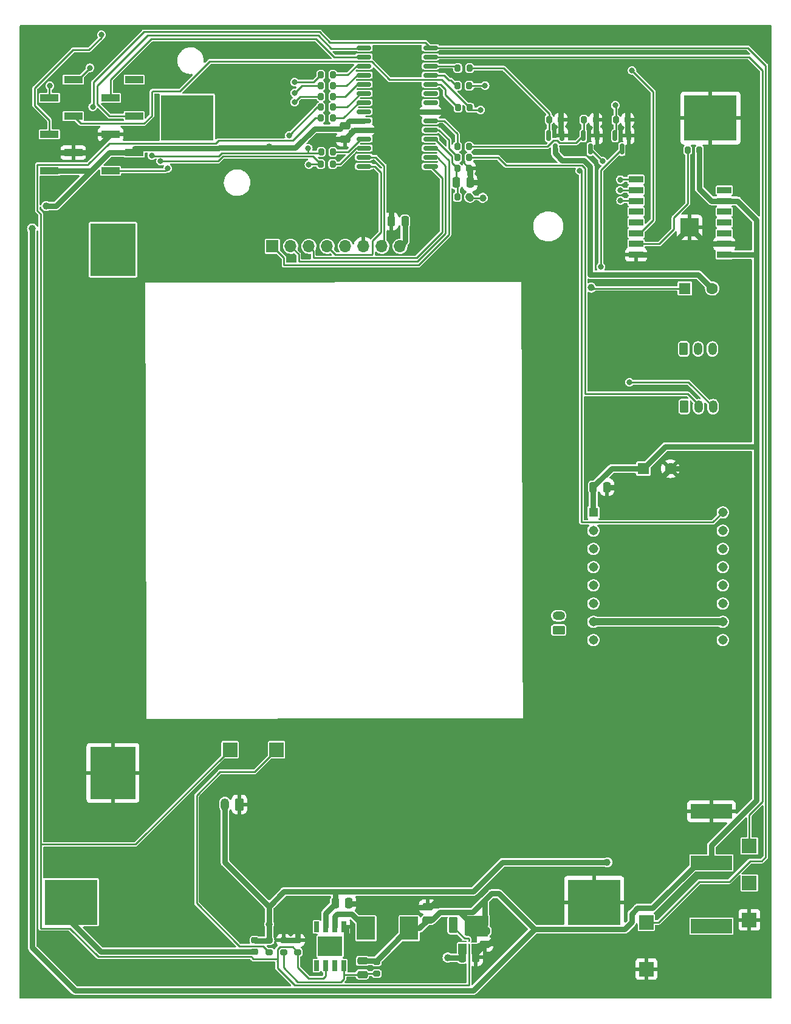
<source format=gbl>
%TF.GenerationSoftware,KiCad,Pcbnew,(6.0.2)*%
%TF.CreationDate,2022-04-22T14:35:52+01:00*%
%TF.ProjectId,DiscAdventure,44697363-4164-4766-956e-747572652e6b,rev?*%
%TF.SameCoordinates,Original*%
%TF.FileFunction,Copper,L2,Bot*%
%TF.FilePolarity,Positive*%
%FSLAX46Y46*%
G04 Gerber Fmt 4.6, Leading zero omitted, Abs format (unit mm)*
G04 Created by KiCad (PCBNEW (6.0.2)) date 2022-04-22 14:35:52*
%MOMM*%
%LPD*%
G01*
G04 APERTURE LIST*
G04 Aperture macros list*
%AMRoundRect*
0 Rectangle with rounded corners*
0 $1 Rounding radius*
0 $2 $3 $4 $5 $6 $7 $8 $9 X,Y pos of 4 corners*
0 Add a 4 corners polygon primitive as box body*
4,1,4,$2,$3,$4,$5,$6,$7,$8,$9,$2,$3,0*
0 Add four circle primitives for the rounded corners*
1,1,$1+$1,$2,$3*
1,1,$1+$1,$4,$5*
1,1,$1+$1,$6,$7*
1,1,$1+$1,$8,$9*
0 Add four rect primitives between the rounded corners*
20,1,$1+$1,$2,$3,$4,$5,0*
20,1,$1+$1,$4,$5,$6,$7,0*
20,1,$1+$1,$6,$7,$8,$9,0*
20,1,$1+$1,$8,$9,$2,$3,0*%
G04 Aperture macros list end*
%TA.AperFunction,SMDPad,CuDef*%
%ADD10R,0.650000X1.500000*%
%TD*%
%TA.AperFunction,SMDPad,CuDef*%
%ADD11R,3.350000X2.710000*%
%TD*%
%TA.AperFunction,SMDPad,CuDef*%
%ADD12C,0.208000*%
%TD*%
%TA.AperFunction,ComponentPad*%
%ADD13R,7.340000X6.350000*%
%TD*%
%TA.AperFunction,ComponentPad*%
%ADD14RoundRect,0.250000X-0.350000X-0.625000X0.350000X-0.625000X0.350000X0.625000X-0.350000X0.625000X0*%
%TD*%
%TA.AperFunction,ComponentPad*%
%ADD15O,1.200000X1.750000*%
%TD*%
%TA.AperFunction,ComponentPad*%
%ADD16R,2.000000X2.000000*%
%TD*%
%TA.AperFunction,ComponentPad*%
%ADD17R,5.750000X2.000000*%
%TD*%
%TA.AperFunction,ComponentPad*%
%ADD18R,6.350000X7.340000*%
%TD*%
%TA.AperFunction,ComponentPad*%
%ADD19O,1.750000X1.200000*%
%TD*%
%TA.AperFunction,ComponentPad*%
%ADD20RoundRect,0.250000X0.625000X-0.350000X0.625000X0.350000X-0.625000X0.350000X-0.625000X-0.350000X0*%
%TD*%
%TA.AperFunction,ComponentPad*%
%ADD21R,1.308000X1.308000*%
%TD*%
%TA.AperFunction,ComponentPad*%
%ADD22C,1.308000*%
%TD*%
%TA.AperFunction,ComponentPad*%
%ADD23R,1.600000X1.600000*%
%TD*%
%TA.AperFunction,ComponentPad*%
%ADD24C,1.600000*%
%TD*%
%TA.AperFunction,ComponentPad*%
%ADD25RoundRect,0.250000X0.350000X0.625000X-0.350000X0.625000X-0.350000X-0.625000X0.350000X-0.625000X0*%
%TD*%
%TA.AperFunction,SMDPad,CuDef*%
%ADD26R,2.550000X3.200000*%
%TD*%
%TA.AperFunction,SMDPad,CuDef*%
%ADD27R,2.000000X0.900000*%
%TD*%
%TA.AperFunction,SMDPad,CuDef*%
%ADD28R,2.500000X2.500000*%
%TD*%
%TA.AperFunction,SMDPad,CuDef*%
%ADD29RoundRect,0.250000X-0.250000X-0.475000X0.250000X-0.475000X0.250000X0.475000X-0.250000X0.475000X0*%
%TD*%
%TA.AperFunction,SMDPad,CuDef*%
%ADD30RoundRect,0.200000X-0.200000X-0.275000X0.200000X-0.275000X0.200000X0.275000X-0.200000X0.275000X0*%
%TD*%
%TA.AperFunction,SMDPad,CuDef*%
%ADD31RoundRect,0.150000X-0.150000X0.587500X-0.150000X-0.587500X0.150000X-0.587500X0.150000X0.587500X0*%
%TD*%
%TA.AperFunction,SMDPad,CuDef*%
%ADD32R,2.510000X1.000000*%
%TD*%
%TA.AperFunction,SMDPad,CuDef*%
%ADD33RoundRect,0.200000X0.200000X0.275000X-0.200000X0.275000X-0.200000X-0.275000X0.200000X-0.275000X0*%
%TD*%
%TA.AperFunction,SMDPad,CuDef*%
%ADD34RoundRect,0.150000X0.875000X0.150000X-0.875000X0.150000X-0.875000X-0.150000X0.875000X-0.150000X0*%
%TD*%
%TA.AperFunction,SMDPad,CuDef*%
%ADD35RoundRect,0.250000X-0.375000X-0.850000X0.375000X-0.850000X0.375000X0.850000X-0.375000X0.850000X0*%
%TD*%
%TA.AperFunction,ComponentPad*%
%ADD36R,1.700000X1.700000*%
%TD*%
%TA.AperFunction,ComponentPad*%
%ADD37O,1.700000X1.700000*%
%TD*%
%TA.AperFunction,SMDPad,CuDef*%
%ADD38RoundRect,0.250000X0.475000X-0.250000X0.475000X0.250000X-0.475000X0.250000X-0.475000X-0.250000X0*%
%TD*%
%TA.AperFunction,SMDPad,CuDef*%
%ADD39RoundRect,0.250000X-0.475000X0.250000X-0.475000X-0.250000X0.475000X-0.250000X0.475000X0.250000X0*%
%TD*%
%TA.AperFunction,SMDPad,CuDef*%
%ADD40RoundRect,0.200000X-0.275000X0.200000X-0.275000X-0.200000X0.275000X-0.200000X0.275000X0.200000X0*%
%TD*%
%TA.AperFunction,SMDPad,CuDef*%
%ADD41RoundRect,0.218750X-0.256250X0.218750X-0.256250X-0.218750X0.256250X-0.218750X0.256250X0.218750X0*%
%TD*%
%TA.AperFunction,SMDPad,CuDef*%
%ADD42RoundRect,0.200000X0.275000X-0.200000X0.275000X0.200000X-0.275000X0.200000X-0.275000X-0.200000X0*%
%TD*%
%TA.AperFunction,ViaPad*%
%ADD43C,1.000000*%
%TD*%
%TA.AperFunction,ViaPad*%
%ADD44C,0.800000*%
%TD*%
%TA.AperFunction,Conductor*%
%ADD45C,0.800000*%
%TD*%
%TA.AperFunction,Conductor*%
%ADD46C,0.250000*%
%TD*%
%TA.AperFunction,Conductor*%
%ADD47C,1.000000*%
%TD*%
%TA.AperFunction,Conductor*%
%ADD48C,0.200000*%
%TD*%
G04 APERTURE END LIST*
D10*
%TO.P,IC3,1,NC_1*%
%TO.N,unconnected-(IC3-Pad1)*%
X81050291Y-148683229D03*
%TO.P,IC3,2,VIN*%
%TO.N,+BATT*%
X82320291Y-148683229D03*
%TO.P,IC3,3,SW*%
%TO.N,Net-(IC3-Pad3)*%
X83590291Y-148683229D03*
%TO.P,IC3,4,GND*%
%TO.N,GND*%
X84860291Y-148683229D03*
%TO.P,IC3,5,FB*%
%TO.N,Net-(C2-Pad2)*%
X84860291Y-154083229D03*
%TO.P,IC3,6,NC_2*%
%TO.N,unconnected-(IC3-Pad6)*%
X83590291Y-154083229D03*
%TO.P,IC3,7,EN*%
%TO.N,Net-(IC2-PadB2)*%
X82320291Y-154083229D03*
%TO.P,IC3,8,NC_3*%
%TO.N,unconnected-(IC3-Pad8)*%
X81050291Y-154083229D03*
D11*
%TO.P,IC3,9,EP*%
%TO.N,unconnected-(IC3-Pad9)*%
X82955291Y-151383229D03*
%TD*%
D12*
%TO.P,IC2,A1,MODE*%
%TO.N,GND*%
X101915755Y-150712157D03*
%TO.P,IC2,A2,VIN*%
%TO.N,+BATT*%
X101915755Y-151112157D03*
%TO.P,IC2,B1,SW*%
%TO.N,Net-(IC2-PadB1)*%
X102315755Y-150712157D03*
%TO.P,IC2,B2,EN*%
%TO.N,Net-(IC2-PadB2)*%
X102315755Y-151112157D03*
%TO.P,IC2,C1,FB*%
%TO.N,+3V3*%
X102715755Y-150712157D03*
%TO.P,IC2,C2,GND*%
%TO.N,GND*%
X102715755Y-151112157D03*
%TD*%
D13*
%TO.P,BT2,1,+*%
%TO.N,/+Battery Unfused*%
X63050000Y-36000000D03*
%TO.P,BT2,2,-*%
%TO.N,GND*%
X135950000Y-36000000D03*
%TD*%
D14*
%TO.P,J7,1,Pin_1*%
%TO.N,+BATT*%
X132310547Y-76209849D03*
D15*
%TO.P,J7,2,Pin_2*%
%TO.N,Net-(J7-Pad2)*%
X134310547Y-76209849D03*
%TO.P,J7,3,Pin_3*%
%TO.N,Net-(J7-Pad3)*%
X136310547Y-76209849D03*
%TD*%
D16*
%TO.P,SW2,1,1*%
%TO.N,Net-(IC1-Pad1)*%
X127018655Y-148062279D03*
%TO.P,SW2,2,2*%
%TO.N,GND*%
X127018655Y-154562279D03*
%TD*%
D17*
%TO.P,SW3,1,B*%
%TO.N,Net-(SW3-Pad1)*%
X136095000Y-148575000D03*
%TO.P,SW3,2,A*%
%TO.N,GND*%
X136095000Y-132575000D03*
%TO.P,SW3,3,C*%
%TO.N,+3V3*%
X136095000Y-139775000D03*
%TD*%
D18*
%TO.P,BT4,1,+*%
%TO.N,/+Battery Unfused*%
X52695980Y-54342500D03*
%TO.P,BT4,2,-*%
%TO.N,GND*%
X52695980Y-127242500D03*
%TD*%
D16*
%TO.P,SW1,1,1*%
%TO.N,Net-(R5-Pad2)*%
X75500000Y-124000000D03*
%TO.P,SW1,2,2*%
%TO.N,Net-(IC2-PadB2)*%
X69000000Y-124000000D03*
%TD*%
D19*
%TO.P,J4,2,Pin_2*%
%TO.N,Net-(J4-Pad2)*%
X114810685Y-105338400D03*
D20*
%TO.P,J4,1,Pin_1*%
%TO.N,Net-(J4-Pad1)*%
X114810685Y-107338400D03*
%TD*%
D21*
%TO.P,U3,1,VCC*%
%TO.N,+3V3*%
X119639919Y-90949918D03*
D22*
%TO.P,U3,2,RX*%
%TO.N,Net-(R16-Pad1)*%
X119639919Y-93489918D03*
%TO.P,U3,3,TX*%
%TO.N,Net-(R17-Pad1)*%
X119639919Y-96029918D03*
%TO.P,U3,4,DAC_R*%
%TO.N,unconnected-(U3-Pad4)*%
X119639919Y-98569918D03*
%TO.P,U3,5,DAC_L*%
%TO.N,unconnected-(U3-Pad5)*%
X119639919Y-101109918D03*
%TO.P,U3,6,SPK1*%
%TO.N,Net-(J4-Pad2)*%
X119639919Y-103649918D03*
%TO.P,U3,7,GND*%
%TO.N,Net-(Q2-Pad3)*%
X119639919Y-106189918D03*
%TO.P,U3,8,SPK2*%
%TO.N,Net-(J4-Pad1)*%
X119639919Y-108729918D03*
%TO.P,U3,9,IO1*%
%TO.N,unconnected-(U3-Pad9)*%
X137673919Y-108729918D03*
%TO.P,U3,10,GND*%
%TO.N,Net-(Q2-Pad3)*%
X137673919Y-106189918D03*
%TO.P,U3,11,IO2*%
%TO.N,unconnected-(U3-Pad11)*%
X137673919Y-103649918D03*
%TO.P,U3,12,ADKEY1*%
%TO.N,unconnected-(U3-Pad12)*%
X137673919Y-101109918D03*
%TO.P,U3,13,ADKEY2*%
%TO.N,unconnected-(U3-Pad13)*%
X137673919Y-98569918D03*
%TO.P,U3,14,USB+*%
%TO.N,unconnected-(U3-Pad14)*%
X137673919Y-96029918D03*
%TO.P,U3,15,USB-*%
%TO.N,unconnected-(U3-Pad15)*%
X137673919Y-93489918D03*
%TO.P,U3,16,BUSY*%
%TO.N,Net-(R7-Pad2)*%
X137673919Y-90949918D03*
%TD*%
D23*
%TO.P,C5,1*%
%TO.N,+BATT*%
X132395653Y-59736399D03*
D24*
%TO.P,C5,2*%
%TO.N,Net-(C5-Pad2)*%
X136195653Y-59736399D03*
%TD*%
D23*
%TO.P,C10,1*%
%TO.N,+3V3*%
X126589380Y-84852481D03*
D24*
%TO.P,C10,2*%
%TO.N,GND*%
X130389380Y-84852481D03*
%TD*%
D14*
%TO.P,J3,1,Pin_1*%
%TO.N,+BATT*%
X132235718Y-68165801D03*
D15*
%TO.P,J3,2,Pin_2*%
%TO.N,Net-(J3-Pad2)*%
X134235718Y-68165801D03*
%TO.P,J3,3,Pin_3*%
%TO.N,Net-(C5-Pad2)*%
X136235718Y-68165801D03*
%TD*%
D16*
%TO.P,SW4,1,B*%
%TO.N,Net-(IC1-Pad2)*%
X141383443Y-137414212D03*
%TO.P,SW4,2,A*%
%TO.N,GND*%
X141383443Y-147714212D03*
%TO.P,SW4,3,C*%
%TO.N,Net-(SW3-Pad1)*%
X141383443Y-142564212D03*
%TD*%
D25*
%TO.P,J8,1,Pin_1*%
%TO.N,GND*%
X70310685Y-131645667D03*
D15*
%TO.P,J8,2,Pin_2*%
%TO.N,+BATT*%
X68310685Y-131645667D03*
%TD*%
D13*
%TO.P,BT1,1,+*%
%TO.N,/+Battery Unfused*%
X46842500Y-145250000D03*
%TO.P,BT1,2,-*%
%TO.N,GND*%
X119742500Y-145250000D03*
%TD*%
D26*
%TO.P,L1,1,1*%
%TO.N,Net-(IC3-Pad3)*%
X87955291Y-148883229D03*
%TO.P,L1,2,2*%
%TO.N,+3V3*%
X93955291Y-148883229D03*
%TD*%
D27*
%TO.P,U1,1,ADC*%
%TO.N,unconnected-(U1-Pad1)*%
X137893717Y-46043996D03*
%TO.P,U1,2,EN*%
%TO.N,+3V3*%
X137893717Y-47543996D03*
%TO.P,U1,3,GPIO14*%
%TO.N,unconnected-(U1-Pad3)*%
X137893717Y-49043996D03*
%TO.P,U1,4,GPIO12*%
%TO.N,unconnected-(U1-Pad4)*%
X137893717Y-50543996D03*
%TO.P,U1,5,GPIO13*%
%TO.N,unconnected-(U1-Pad5)*%
X137893717Y-52043996D03*
%TO.P,U1,6,GPIO15*%
%TO.N,GND*%
X137893717Y-53543996D03*
%TO.P,U1,7,VCC*%
%TO.N,+3V3*%
X137893717Y-55043996D03*
%TO.P,U1,8,GND*%
%TO.N,GND*%
X125593717Y-55043996D03*
%TO.P,U1,9,GPIO2*%
%TO.N,Net-(R2-Pad1)*%
X125593717Y-53543996D03*
%TO.P,U1,10,GPIO0*%
%TO.N,Net-(J1-Pad4)*%
X125593717Y-52043996D03*
%TO.P,U1,11,GPIO4*%
%TO.N,unconnected-(U1-Pad11)*%
X125593717Y-50543996D03*
%TO.P,U1,12,GPIO5*%
%TO.N,unconnected-(U1-Pad12)*%
X125593717Y-49043996D03*
%TO.P,U1,13,RX*%
%TO.N,Net-(J1-Pad1)*%
X125593717Y-47543996D03*
%TO.P,U1,14,TX*%
%TO.N,Net-(J1-Pad2)*%
X125593717Y-46043996D03*
%TO.P,U1,15,RST*%
%TO.N,Net-(J1-Pad3)*%
X125593717Y-44543996D03*
D28*
%TO.P,U1,16,GND*%
%TO.N,GND*%
X133043717Y-51243996D03*
%TD*%
D29*
%TO.P,C1,1*%
%TO.N,+BATT*%
X83663012Y-145390069D03*
%TO.P,C1,2*%
%TO.N,GND*%
X85563012Y-145390069D03*
%TD*%
D30*
%TO.P,R18,1*%
%TO.N,Net-(IC1-Pad9)*%
X100675000Y-40000000D03*
%TO.P,R18,2*%
%TO.N,Net-(Q4-Pad1)*%
X102325000Y-40000000D03*
%TD*%
D31*
%TO.P,Q4,1,G*%
%TO.N,Net-(Q4-Pad1)*%
X118254006Y-38464893D03*
%TO.P,Q4,2,S*%
%TO.N,GND*%
X120154006Y-38464893D03*
%TO.P,Q4,3,D*%
%TO.N,Net-(J7-Pad3)*%
X119204006Y-40339893D03*
%TD*%
D32*
%TO.P,J1,1,Pin_1*%
%TO.N,Net-(J1-Pad1)*%
X47155000Y-30650000D03*
%TO.P,J1,2,Pin_2*%
%TO.N,Net-(J1-Pad2)*%
X43845000Y-33190000D03*
%TO.P,J1,3,Pin_3*%
%TO.N,Net-(J1-Pad3)*%
X47155000Y-35730000D03*
%TO.P,J1,4,Pin_4*%
%TO.N,Net-(J1-Pad4)*%
X43845000Y-38270000D03*
%TO.P,J1,5,Pin_5*%
%TO.N,GND*%
X47155000Y-40810000D03*
%TO.P,J1,6,Pin_6*%
%TO.N,+3V3*%
X43845000Y-43350000D03*
%TD*%
D30*
%TO.P,R14,1*%
%TO.N,Net-(J1-Pad1)*%
X81659918Y-42401435D03*
%TO.P,R14,2*%
%TO.N,Net-(IC1-Pad17)*%
X83309918Y-42401435D03*
%TD*%
%TO.P,R6,1*%
%TO.N,Net-(Q4-Pad1)*%
X118316650Y-36263759D03*
%TO.P,R6,2*%
%TO.N,GND*%
X119966650Y-36263759D03*
%TD*%
D33*
%TO.P,R19,1*%
%TO.N,+BATT*%
X102325000Y-47000000D03*
%TO.P,R19,2*%
%TO.N,Net-(C6-Pad1)*%
X100675000Y-47000000D03*
%TD*%
D34*
%TO.P,IC1,1,VPP/~{MCLR}/RE3*%
%TO.N,Net-(IC1-Pad1)*%
X96956642Y-26217834D03*
%TO.P,IC1,2,RA0*%
%TO.N,Net-(IC1-Pad2)*%
X96956642Y-27487834D03*
%TO.P,IC1,3,RA1*%
%TO.N,Net-(IC1-Pad3)*%
X96956642Y-28757834D03*
%TO.P,IC1,4,RA2*%
%TO.N,Net-(IC1-Pad4)*%
X96956642Y-30027834D03*
%TO.P,IC1,5,RA3*%
%TO.N,Net-(IC1-Pad5)*%
X96956642Y-31297834D03*
%TO.P,IC1,6,RA4*%
%TO.N,unconnected-(IC1-Pad6)*%
X96956642Y-32567834D03*
%TO.P,IC1,7,RA5*%
%TO.N,unconnected-(IC1-Pad7)*%
X96956642Y-33837834D03*
%TO.P,IC1,8,VSS_1*%
%TO.N,GND*%
X96956642Y-35107834D03*
%TO.P,IC1,9,RA7*%
%TO.N,Net-(IC1-Pad9)*%
X96956642Y-36377834D03*
%TO.P,IC1,10,RA6*%
%TO.N,Net-(IC1-Pad10)*%
X96956642Y-37647834D03*
%TO.P,IC1,11,RC0*%
%TO.N,Net-(C6-Pad1)*%
X96956642Y-38917834D03*
%TO.P,IC1,12,RC1*%
%TO.N,Net-(IC1-Pad12)*%
X96956642Y-40187834D03*
%TO.P,IC1,13,RC2*%
%TO.N,Net-(IC1-Pad13)*%
X96956642Y-41457834D03*
%TO.P,IC1,14,RC3*%
%TO.N,Net-(IC1-Pad14)*%
X96956642Y-42727834D03*
%TO.P,IC1,15,RC4*%
%TO.N,Net-(IC1-Pad15)*%
X87656642Y-42727834D03*
%TO.P,IC1,16,RC5*%
%TO.N,Net-(IC1-Pad16)*%
X87656642Y-41457834D03*
%TO.P,IC1,17,RC6*%
%TO.N,Net-(IC1-Pad17)*%
X87656642Y-40187834D03*
%TO.P,IC1,18,RC7*%
%TO.N,Net-(IC1-Pad18)*%
X87656642Y-38917834D03*
%TO.P,IC1,19,VSS_2*%
%TO.N,GND*%
X87656642Y-37647834D03*
%TO.P,IC1,20,VDD*%
%TO.N,+3V3*%
X87656642Y-36377834D03*
%TO.P,IC1,21,RB0*%
%TO.N,unconnected-(IC1-Pad21)*%
X87656642Y-35107834D03*
%TO.P,IC1,22,RB1*%
%TO.N,Net-(IC1-Pad22)*%
X87656642Y-33837834D03*
%TO.P,IC1,23,RB2*%
%TO.N,Net-(IC1-Pad23)*%
X87656642Y-32567834D03*
%TO.P,IC1,24,RB3*%
%TO.N,Net-(IC1-Pad24)*%
X87656642Y-31297834D03*
%TO.P,IC1,25,RB4*%
%TO.N,Net-(IC1-Pad25)*%
X87656642Y-30027834D03*
%TO.P,IC1,26,RB5*%
%TO.N,Net-(IC1-Pad26)*%
X87656642Y-28757834D03*
%TO.P,IC1,27,RB6/ICSPCLK*%
%TO.N,Net-(IC1-Pad27)*%
X87656642Y-27487834D03*
%TO.P,IC1,28,RB7/ICSPDAT*%
%TO.N,Net-(IC1-Pad28)*%
X87656642Y-26217834D03*
%TD*%
D35*
%TO.P,L2,1,1*%
%TO.N,Net-(IC2-PadB1)*%
X100122364Y-148457151D03*
%TO.P,L2,2,2*%
%TO.N,+3V3*%
X102272364Y-148457151D03*
%TD*%
D33*
%TO.P,R7,1*%
%TO.N,Net-(IC1-Pad23)*%
X83320014Y-34499772D03*
%TO.P,R7,2*%
%TO.N,Net-(R7-Pad2)*%
X81670014Y-34499772D03*
%TD*%
D30*
%TO.P,R20,1*%
%TO.N,Net-(C6-Pad1)*%
X100675000Y-43000000D03*
%TO.P,R20,2*%
%TO.N,GND*%
X102325000Y-43000000D03*
%TD*%
D36*
%TO.P,J2,1,Pin_1*%
%TO.N,Net-(IC1-Pad12)*%
X74907839Y-53872651D03*
D37*
%TO.P,J2,2,Pin_2*%
%TO.N,Net-(IC1-Pad13)*%
X77447839Y-53872651D03*
%TO.P,J2,3,Pin_3*%
%TO.N,Net-(IC1-Pad14)*%
X79987839Y-53872651D03*
%TO.P,J2,4,Pin_4*%
%TO.N,Net-(IC1-Pad15)*%
X82527839Y-53872651D03*
%TO.P,J2,5,Pin_5*%
%TO.N,unconnected-(J2-Pad5)*%
X85067839Y-53872651D03*
%TO.P,J2,6,Pin_6*%
%TO.N,GND*%
X87607839Y-53872651D03*
%TO.P,J2,7,Pin_7*%
%TO.N,Net-(IC1-Pad16)*%
X90147839Y-53872651D03*
%TO.P,J2,8,Pin_8*%
%TO.N,+3V3*%
X92687839Y-53872651D03*
%TD*%
D33*
%TO.P,R12,1*%
%TO.N,Net-(J3-Pad2)*%
X102341103Y-31489554D03*
%TO.P,R12,2*%
%TO.N,Net-(IC1-Pad4)*%
X100691103Y-31489554D03*
%TD*%
D30*
%TO.P,R17,1*%
%TO.N,Net-(R17-Pad1)*%
X81675000Y-31500000D03*
%TO.P,R17,2*%
%TO.N,Net-(IC1-Pad25)*%
X83325000Y-31500000D03*
%TD*%
D38*
%TO.P,C4,1*%
%TO.N,GND*%
X85000000Y-38950000D03*
%TO.P,C4,2*%
%TO.N,+3V3*%
X85000000Y-37050000D03*
%TD*%
D30*
%TO.P,R1,1*%
%TO.N,Net-(IC1-Pad5)*%
X100789254Y-34581335D03*
%TO.P,R1,2*%
%TO.N,Net-(J1-Pad3)*%
X102439254Y-34581335D03*
%TD*%
D31*
%TO.P,Q2,1,G*%
%TO.N,Net-(Q2-Pad1)*%
X122660564Y-38464893D03*
%TO.P,Q2,2,S*%
%TO.N,GND*%
X124560564Y-38464893D03*
%TO.P,Q2,3,D*%
%TO.N,Net-(Q2-Pad3)*%
X123610564Y-40339893D03*
%TD*%
D39*
%TO.P,C2,1*%
%TO.N,+3V3*%
X87455291Y-153433229D03*
%TO.P,C2,2*%
%TO.N,Net-(C2-Pad2)*%
X87455291Y-155333229D03*
%TD*%
D30*
%TO.P,R15,1*%
%TO.N,Net-(J1-Pad2)*%
X81706252Y-40702505D03*
%TO.P,R15,2*%
%TO.N,Net-(IC1-Pad18)*%
X83356252Y-40702505D03*
%TD*%
D38*
%TO.P,C9,1*%
%TO.N,+3V3*%
X96554731Y-147745758D03*
%TO.P,C9,2*%
%TO.N,GND*%
X96554731Y-145845758D03*
%TD*%
D30*
%TO.P,R11,1*%
%TO.N,Net-(IC1-Pad3)*%
X100744268Y-29068477D03*
%TO.P,R11,2*%
%TO.N,Net-(Q1-Pad1)*%
X102394268Y-29068477D03*
%TD*%
D33*
%TO.P,R13,1*%
%TO.N,Net-(J7-Pad2)*%
X102334111Y-41512872D03*
%TO.P,R13,2*%
%TO.N,Net-(IC1-Pad10)*%
X100684111Y-41512872D03*
%TD*%
D40*
%TO.P,R5,1*%
%TO.N,+BATT*%
X74455291Y-150558229D03*
%TO.P,R5,2*%
%TO.N,Net-(R5-Pad2)*%
X74455291Y-152208229D03*
%TD*%
D30*
%TO.P,R16,1*%
%TO.N,Net-(R16-Pad1)*%
X81675000Y-30000000D03*
%TO.P,R16,2*%
%TO.N,Net-(IC1-Pad26)*%
X83325000Y-30000000D03*
%TD*%
D39*
%TO.P,C8,1*%
%TO.N,+3V3*%
X104486407Y-149261871D03*
%TO.P,C8,2*%
%TO.N,GND*%
X104486407Y-151161871D03*
%TD*%
D30*
%TO.P,R8,1*%
%TO.N,Net-(Q2-Pad1)*%
X81677977Y-32986679D03*
%TO.P,R8,2*%
%TO.N,Net-(IC1-Pad24)*%
X83327977Y-32986679D03*
%TD*%
%TO.P,R4,1*%
%TO.N,Net-(IC2-PadB2)*%
X81675000Y-36000000D03*
%TO.P,R4,2*%
%TO.N,Net-(IC1-Pad22)*%
X83325000Y-36000000D03*
%TD*%
D31*
%TO.P,Q1,1,G*%
%TO.N,Net-(Q1-Pad1)*%
X113381849Y-38415007D03*
%TO.P,Q1,2,S*%
%TO.N,GND*%
X115281849Y-38415007D03*
%TO.P,Q1,3,D*%
%TO.N,Net-(C5-Pad2)*%
X114331849Y-40290007D03*
%TD*%
D40*
%TO.P,R3,1*%
%TO.N,+3V3*%
X89455291Y-153558229D03*
%TO.P,R3,2*%
%TO.N,Net-(C2-Pad2)*%
X89455291Y-155208229D03*
%TD*%
D29*
%TO.P,C7,1*%
%TO.N,+BATT*%
X101371799Y-152915056D03*
%TO.P,C7,2*%
%TO.N,GND*%
X103271799Y-152915056D03*
%TD*%
%TO.P,C3,1*%
%TO.N,GND*%
X91488039Y-50386719D03*
%TO.P,C3,2*%
%TO.N,+3V3*%
X93388039Y-50386719D03*
%TD*%
D41*
%TO.P,F1,1*%
%TO.N,+BATT*%
X72455291Y-150558229D03*
%TO.P,F1,2*%
%TO.N,/+Battery Unfused*%
X72455291Y-152133229D03*
%TD*%
D29*
%TO.P,C11,1*%
%TO.N,+3V3*%
X119622468Y-87434059D03*
%TO.P,C11,2*%
%TO.N,GND*%
X121522468Y-87434059D03*
%TD*%
D32*
%TO.P,J6,1,Pin_1*%
%TO.N,unconnected-(J6-Pad1)*%
X55655000Y-30650000D03*
%TO.P,J6,2,Pin_2*%
%TO.N,Net-(IC1-Pad27)*%
X52345000Y-33190000D03*
%TO.P,J6,3,Pin_3*%
%TO.N,Net-(IC1-Pad28)*%
X55655000Y-35730000D03*
%TO.P,J6,4,Pin_4*%
%TO.N,GND*%
X52345000Y-38270000D03*
%TO.P,J6,5,Pin_5*%
%TO.N,+3V3*%
X55655000Y-40810000D03*
%TO.P,J6,6,Pin_6*%
%TO.N,Net-(IC1-Pad1)*%
X52345000Y-43350000D03*
%TD*%
D30*
%TO.P,R23,1*%
%TO.N,Net-(Q1-Pad1)*%
X113482223Y-36199537D03*
%TO.P,R23,2*%
%TO.N,GND*%
X115132223Y-36199537D03*
%TD*%
%TO.P,R24,1*%
%TO.N,Net-(Q2-Pad1)*%
X122769218Y-36251320D03*
%TO.P,R24,2*%
%TO.N,GND*%
X124419218Y-36251320D03*
%TD*%
D42*
%TO.P,R22,1*%
%TO.N,Net-(IC2-PadB2)*%
X78455291Y-152208229D03*
%TO.P,R22,2*%
%TO.N,GND*%
X78455291Y-150558229D03*
%TD*%
D29*
%TO.P,C6,1*%
%TO.N,Net-(C6-Pad1)*%
X100550000Y-45000000D03*
%TO.P,C6,2*%
%TO.N,GND*%
X102450000Y-45000000D03*
%TD*%
D42*
%TO.P,R21,1*%
%TO.N,Net-(C2-Pad2)*%
X76455291Y-152208229D03*
%TO.P,R21,2*%
%TO.N,GND*%
X76455291Y-150558229D03*
%TD*%
D30*
%TO.P,R2,1*%
%TO.N,Net-(R2-Pad1)*%
X132775350Y-40468559D03*
%TO.P,R2,2*%
%TO.N,+3V3*%
X134425350Y-40468559D03*
%TD*%
D43*
%TO.N,+BATT*%
X121573258Y-139687144D03*
X74455291Y-148303218D03*
X104227462Y-47121927D03*
X119331357Y-59627615D03*
X99317025Y-152971410D03*
%TO.N,GND*%
X98931467Y-35122682D03*
X44515036Y-40906688D03*
X83354753Y-38940195D03*
X97955291Y-144883229D03*
X130694267Y-53593446D03*
X77704814Y-145250000D03*
D44*
X72123579Y-29622614D03*
D43*
X119956445Y-34953337D03*
X140600000Y-84836361D03*
X103948899Y-45006047D03*
D44*
X54409552Y-42180119D03*
D43*
X100175190Y-150742122D03*
X115163274Y-34879434D03*
X140600000Y-53560164D03*
D44*
X44066611Y-46719706D03*
D43*
X106038106Y-145250000D03*
D44*
X138371727Y-137479828D03*
X72239979Y-26562966D03*
D43*
X91797745Y-144899704D03*
X124412889Y-34894213D03*
D44*
X111298500Y-41361165D03*
D43*
X91560584Y-48714070D03*
D44*
X46883327Y-152493481D03*
D43*
%TO.N,+3V3*%
X74475285Y-40049222D03*
X41420845Y-51377606D03*
X43394335Y-48250833D03*
D44*
%TO.N,Net-(J1-Pad1)*%
X123434028Y-47503901D03*
X79997120Y-42469653D03*
X49500000Y-29000000D03*
X59326399Y-42004097D03*
%TO.N,Net-(J1-Pad3)*%
X123395992Y-44590234D03*
X103915678Y-34862549D03*
%TO.N,Net-(J1-Pad2)*%
X43894612Y-31512499D03*
X79914859Y-40248595D03*
X58100866Y-41223531D03*
X123359200Y-46046134D03*
%TO.N,Net-(J1-Pad4)*%
X51078999Y-24396403D03*
X125033527Y-29399881D03*
%TO.N,Net-(J3-Pad2)*%
X104547225Y-31465915D03*
%TO.N,Net-(Q2-Pad1)*%
X78000000Y-33775500D03*
X122688152Y-34224500D03*
%TO.N,Net-(Q2-Pad3)*%
X120668238Y-56715174D03*
%TO.N,Net-(R16-Pad1)*%
X78000000Y-31000000D03*
%TO.N,Net-(R17-Pad1)*%
X78000000Y-32500000D03*
%TO.N,Net-(J7-Pad3)*%
X124676051Y-72808579D03*
X120902873Y-42016712D03*
%TO.N,Net-(IC1-Pad1)*%
X49869671Y-34446670D03*
X60291508Y-43019841D03*
%TO.N,Net-(R7-Pad2)*%
X117741761Y-43331119D03*
X77254986Y-38423760D03*
%TD*%
D45*
%TO.N,+BATT*%
X76528809Y-143775906D02*
X82416716Y-143775906D01*
X74455291Y-150558229D02*
X74455291Y-148303218D01*
X74580291Y-150633229D02*
X72530291Y-150633229D01*
X106971523Y-139687144D02*
X121573258Y-139687144D01*
X82320291Y-148683229D02*
X82320291Y-146798229D01*
X83932439Y-143775906D02*
X102882761Y-143775906D01*
X74455291Y-148303218D02*
X74455291Y-145849424D01*
X102882761Y-143775906D02*
X106971523Y-139687144D01*
X74455291Y-145849424D02*
X76528809Y-143775906D01*
X68310685Y-139704818D02*
X68310685Y-131645667D01*
D46*
X119440141Y-59736399D02*
X132395653Y-59736399D01*
D45*
X99317025Y-152971410D02*
X101315445Y-152971410D01*
X82416716Y-143775906D02*
X83932439Y-143775906D01*
X83663012Y-145390069D02*
X83663012Y-144045333D01*
D46*
X119331357Y-59627615D02*
X119440141Y-59736399D01*
D47*
X102446927Y-47121927D02*
X102325000Y-47000000D01*
D46*
X104227462Y-47121927D02*
X102446927Y-47121927D01*
D45*
X74455291Y-145849424D02*
X68310685Y-139704818D01*
X83663012Y-144045333D02*
X83932439Y-143775906D01*
X72530291Y-150633229D02*
X72455291Y-150558229D01*
X82320291Y-146798229D02*
X83690392Y-145428128D01*
%TO.N,GND*%
X106038106Y-150157589D02*
X106038106Y-145250000D01*
D48*
X101897279Y-150715056D02*
X100000000Y-150715056D01*
D45*
X96905291Y-145933229D02*
X97955291Y-144883229D01*
X105033824Y-151161871D02*
X106038106Y-150157589D01*
X92831269Y-145933229D02*
X91001641Y-147762856D01*
X78455291Y-150558229D02*
X78455291Y-146000477D01*
X87656642Y-37647834D02*
X91280777Y-37647834D01*
X103271799Y-152915056D02*
X103271799Y-152376479D01*
X93820777Y-35107834D02*
X96956642Y-35107834D01*
X103942852Y-45000000D02*
X103948899Y-45006047D01*
X90455291Y-148309207D02*
X90455291Y-150457251D01*
X91001641Y-147762856D02*
X90455291Y-148309207D01*
X78455291Y-146000477D02*
X77704814Y-145250000D01*
X119966650Y-36263759D02*
X119966650Y-38277537D01*
X124419218Y-38323547D02*
X124560564Y-38464893D01*
X76455291Y-150558229D02*
X78455291Y-150558229D01*
X47155000Y-40810000D02*
X49805000Y-40810000D01*
X89029313Y-151883229D02*
X86955291Y-151883229D01*
X91488039Y-48786615D02*
X91560584Y-48714070D01*
X96956642Y-35107834D02*
X98916619Y-35107834D01*
X115132223Y-34910485D02*
X115163274Y-34879434D01*
X124419218Y-34900542D02*
X124412889Y-34894213D01*
X90455291Y-150457251D02*
X89029313Y-151883229D01*
X119966650Y-34963542D02*
X119956445Y-34953337D01*
X86955291Y-151883229D02*
X85229802Y-150157740D01*
X87656642Y-37647834D02*
X86328568Y-37647834D01*
X119966650Y-36263759D02*
X119966650Y-34963542D01*
X103271799Y-152376479D02*
X104486407Y-151161871D01*
X85229802Y-150157740D02*
X85229802Y-149052740D01*
X47155000Y-40810000D02*
X44611724Y-40810000D01*
X102450000Y-45000000D02*
X103942852Y-45000000D01*
X102450000Y-45000000D02*
X102450000Y-43125000D01*
X102450000Y-43125000D02*
X102325000Y-43000000D01*
X91280777Y-37647834D02*
X93820777Y-35107834D01*
X135343717Y-53543996D02*
X137893717Y-53543996D01*
X137893717Y-53543996D02*
X140583832Y-53543996D01*
X115132223Y-38265381D02*
X115281849Y-38415007D01*
X115132223Y-36199537D02*
X115132223Y-38265381D01*
X85968938Y-145428128D02*
X88666913Y-145428128D01*
X83364558Y-38950000D02*
X83354753Y-38940195D01*
X86328568Y-37647834D02*
X85026402Y-38950000D01*
X133043717Y-51243996D02*
X129243717Y-55043996D01*
X44611724Y-40810000D02*
X44515036Y-40906688D01*
X98916619Y-35107834D02*
X98931467Y-35122682D01*
D46*
X101519439Y-42194439D02*
X101519439Y-37710654D01*
D45*
X119966650Y-38277537D02*
X120154006Y-38464893D01*
X133043717Y-51243996D02*
X135343717Y-53543996D01*
X124419218Y-36251320D02*
X124419218Y-38323547D01*
X85000000Y-38950000D02*
X83364558Y-38950000D01*
X88666913Y-145428128D02*
X91001641Y-147762856D01*
X96455291Y-145933229D02*
X92831269Y-145933229D01*
X127807802Y-87434059D02*
X121522468Y-87434059D01*
X91488039Y-50386719D02*
X91488039Y-48786615D01*
X129243717Y-55043996D02*
X125593717Y-55043996D01*
D46*
X101519439Y-37710654D02*
X98931467Y-35122682D01*
D45*
X140583880Y-84852481D02*
X140600000Y-84836361D01*
D46*
X102325000Y-43000000D02*
X101519439Y-42194439D01*
D45*
X140583832Y-53543996D02*
X140600000Y-53560164D01*
X115132223Y-36199537D02*
X115132223Y-34910485D01*
X130389380Y-84852481D02*
X127807802Y-87434059D01*
X85229802Y-149052740D02*
X84860291Y-148683229D01*
X96455291Y-145933229D02*
X96905291Y-145933229D01*
X124419218Y-36251320D02*
X124419218Y-34900542D01*
X130389380Y-84852481D02*
X140583880Y-84852481D01*
X104486407Y-151161871D02*
X105033824Y-151161871D01*
X91797745Y-144899704D02*
X92831269Y-145933229D01*
X49805000Y-40810000D02*
X52345000Y-38270000D01*
%TO.N,+3V3*%
X126589380Y-84852481D02*
X129678967Y-81762894D01*
X67531054Y-40149202D02*
X78132441Y-40149202D01*
X89455291Y-153383229D02*
X93955291Y-148883229D01*
X125024665Y-148011857D02*
X124012011Y-149024511D01*
X98244414Y-146683709D02*
X102835846Y-146683709D01*
X93388039Y-53172451D02*
X92687839Y-53872651D01*
X43845000Y-43350000D02*
X49650000Y-43350000D01*
X122177644Y-84852481D02*
X119622468Y-87407657D01*
X142327577Y-81762894D02*
X142327577Y-55083594D01*
X111428455Y-149024511D02*
X102885210Y-157567756D01*
X89455291Y-153558229D02*
X89455291Y-153383229D01*
X139693717Y-47543996D02*
X137893717Y-47543996D01*
X97182365Y-147745758D02*
X98244414Y-146683709D01*
X55776164Y-40224031D02*
X67456225Y-40224031D01*
X78132441Y-40149202D02*
X80806032Y-37475611D01*
X44749167Y-48250833D02*
X43394335Y-48250833D01*
X142327577Y-55083594D02*
X142327577Y-50177856D01*
X142287979Y-55043996D02*
X142327577Y-55083594D01*
X87656642Y-36377834D02*
X85672166Y-36377834D01*
X125024665Y-146857247D02*
X125024665Y-148011857D01*
X47410785Y-157567756D02*
X41420845Y-151577816D01*
X80806032Y-37475611D02*
X84329467Y-37475611D01*
X93388039Y-50386719D02*
X93388039Y-53172451D01*
X127918987Y-146076013D02*
X125805899Y-146076013D01*
X136095000Y-139775000D02*
X136095000Y-137324256D01*
X137893717Y-55043996D02*
X142287979Y-55043996D01*
X124012011Y-149024511D02*
X111428455Y-149024511D01*
X67456225Y-40224031D02*
X67531054Y-40149202D01*
X85672166Y-36377834D02*
X85000000Y-37050000D01*
X104486407Y-145033148D02*
X104486407Y-149261871D01*
X41420845Y-151577816D02*
X41420845Y-51377606D01*
X55655000Y-40810000D02*
X55655000Y-40345195D01*
X89330291Y-153433229D02*
X89455291Y-153558229D01*
X119622468Y-87434059D02*
X119622468Y-90932467D01*
X55655000Y-40345195D02*
X55776164Y-40224031D01*
X93955291Y-148883229D02*
X95405291Y-148883229D01*
X52190000Y-40810000D02*
X55655000Y-40810000D01*
X125805899Y-146076013D02*
X125024665Y-146857247D01*
X142327577Y-131091679D02*
X142327577Y-81762894D01*
X111428455Y-149024511D02*
X106461710Y-144057766D01*
X102835846Y-146683709D02*
X105461789Y-144057766D01*
X136095000Y-137324256D02*
X142327577Y-131091679D01*
X129678967Y-81762894D02*
X142327577Y-81762894D01*
X134425350Y-45875629D02*
X136093717Y-47543996D01*
X101032173Y-146683709D02*
X102455291Y-148106827D01*
X49650000Y-43350000D02*
X44749167Y-48250833D01*
X134220000Y-139775000D02*
X127918987Y-146076013D01*
X102885210Y-157567756D02*
X47410785Y-157567756D01*
X126589380Y-84852481D02*
X122177644Y-84852481D01*
X95405291Y-148883229D02*
X96455291Y-147833229D01*
X96554731Y-147745758D02*
X97182365Y-147745758D01*
X49650000Y-43350000D02*
X52190000Y-40810000D01*
X142327577Y-50177856D02*
X139693717Y-47543996D01*
X134425350Y-40468559D02*
X134425350Y-45875629D01*
X136093717Y-47543996D02*
X137893717Y-47543996D01*
X106461710Y-144057766D02*
X105461789Y-144057766D01*
X87455291Y-153433229D02*
X89330291Y-153433229D01*
D46*
%TO.N,Net-(J1-Pad1)*%
X68036499Y-41323242D02*
X80581725Y-41323242D01*
X80581725Y-41323242D02*
X81659918Y-42401435D01*
X67355644Y-42004097D02*
X68036499Y-41323242D01*
X47850000Y-30650000D02*
X49500000Y-29000000D01*
X81659918Y-42401435D02*
X80065338Y-42401435D01*
X80065338Y-42401435D02*
X79997120Y-42469653D01*
X123434028Y-47503901D02*
X125553622Y-47503901D01*
X59326399Y-42004097D02*
X67355644Y-42004097D01*
%TO.N,Net-(J1-Pad3)*%
X91247234Y-30652354D02*
X88728194Y-28133314D01*
X98510273Y-30652354D02*
X91247234Y-30652354D01*
X57043293Y-36745729D02*
X48170729Y-36745729D01*
X58095783Y-32393214D02*
X58095783Y-35693239D01*
X62036367Y-32256028D02*
X58232969Y-32256028D01*
X66159081Y-28133314D02*
X62036367Y-32256028D01*
X103915678Y-34862549D02*
X102720468Y-34862549D01*
X88728194Y-28133314D02*
X66159081Y-28133314D01*
X102439254Y-34581335D02*
X98510273Y-30652354D01*
X123442230Y-44543996D02*
X123395992Y-44590234D01*
X102720468Y-34862549D02*
X102439254Y-34581335D01*
X58232969Y-32256028D02*
X58095783Y-32393214D01*
X125593717Y-44543996D02*
X123442230Y-44543996D01*
X58095783Y-35693239D02*
X57043293Y-36745729D01*
X48170729Y-36745729D02*
X47155000Y-35730000D01*
%TO.N,Net-(J1-Pad2)*%
X67831160Y-40873722D02*
X79865562Y-40873722D01*
X79865562Y-40873722D02*
X81535035Y-40873722D01*
X79914859Y-40824425D02*
X79914859Y-40248595D01*
X58156932Y-41279597D02*
X67425285Y-41279597D01*
X67425285Y-41279597D02*
X67831160Y-40873722D01*
X123361338Y-46043996D02*
X123359200Y-46046134D01*
X58100866Y-41223531D02*
X58156932Y-41279597D01*
X79865562Y-40873722D02*
X79914859Y-40824425D01*
X125593717Y-46043996D02*
X123361338Y-46043996D01*
X43845000Y-33190000D02*
X43845000Y-31555978D01*
%TO.N,Net-(J1-Pad4)*%
X49341264Y-26523018D02*
X51078999Y-24785283D01*
X47081708Y-26523018D02*
X49341264Y-26523018D01*
X41798698Y-31806028D02*
X47081708Y-26523018D01*
X41798698Y-34257775D02*
X41798698Y-31806028D01*
X51078999Y-24785283D02*
X51078999Y-24396403D01*
X125033527Y-29399881D02*
X127968499Y-32334853D01*
X43845000Y-38270000D02*
X43845000Y-36304077D01*
X127968499Y-50219214D02*
X126143717Y-52043996D01*
X43845000Y-36304077D02*
X41798698Y-34257775D01*
X127968499Y-32334853D02*
X127968499Y-50219214D01*
%TO.N,Net-(J3-Pad2)*%
X104547225Y-31465915D02*
X102364742Y-31465915D01*
D45*
%TO.N,Net-(C5-Pad2)*%
X119199170Y-57820174D02*
X119199170Y-42739288D01*
X118341970Y-41882088D02*
X115290668Y-41882088D01*
X134271912Y-57812658D02*
X119206686Y-57812658D01*
X136195653Y-59736399D02*
X134271912Y-57812658D01*
D46*
X118228062Y-42157088D02*
X118924170Y-42853197D01*
D45*
X114331849Y-40923269D02*
X114331849Y-40290007D01*
D46*
X114331849Y-40904314D02*
X115584623Y-42157088D01*
X115584623Y-42157088D02*
X118228062Y-42157088D01*
D45*
X119199170Y-42739288D02*
X118341970Y-41882088D01*
X119206686Y-57812658D02*
X119199170Y-57820174D01*
D46*
X114331849Y-40290007D02*
X114331849Y-40904314D01*
D45*
X115290668Y-41882088D02*
X114331849Y-40923269D01*
D46*
%TO.N,Net-(Q1-Pad1)*%
X102394268Y-29068477D02*
X107157483Y-29068477D01*
X113482223Y-36199537D02*
X113482223Y-38314633D01*
X107157483Y-29068477D02*
X113482223Y-35393217D01*
X113482223Y-35393217D02*
X113482223Y-36199537D01*
%TO.N,Net-(Q2-Pad1)*%
X122769218Y-36251320D02*
X122769218Y-34305566D01*
X122769218Y-36251320D02*
X122769218Y-38356239D01*
X78775500Y-33000000D02*
X78000000Y-33775500D01*
X81675000Y-33000000D02*
X78775500Y-33000000D01*
X122769218Y-34305566D02*
X122688152Y-34224500D01*
%TO.N,Net-(Q2-Pad3)*%
X123610564Y-40339893D02*
X120668238Y-43282219D01*
D47*
X119639919Y-106189918D02*
X137673919Y-106189918D01*
D46*
X120668238Y-43282219D02*
X120668238Y-56715174D01*
%TO.N,Net-(R2-Pad1)*%
X130873272Y-51509898D02*
X130873272Y-49863674D01*
X128839174Y-53543996D02*
X130873272Y-51509898D01*
X130873272Y-49863674D02*
X132775350Y-47961596D01*
X125593717Y-53543996D02*
X128839174Y-53543996D01*
X132775350Y-47961596D02*
X132775350Y-40468559D01*
D45*
%TO.N,/+Battery Unfused*%
X46842500Y-147992858D02*
X50982871Y-152133229D01*
X50982871Y-152133229D02*
X72455291Y-152133229D01*
D46*
%TO.N,Net-(J7-Pad2)*%
X118474650Y-74441846D02*
X132817544Y-74441846D01*
X102334111Y-41512872D02*
X106399005Y-41512872D01*
X118041864Y-42606608D02*
X118474650Y-43039394D01*
X118474650Y-43039394D02*
X118474650Y-74441846D01*
X106399005Y-41512872D02*
X107492741Y-42606608D01*
X107492741Y-42606608D02*
X118041864Y-42606608D01*
X132817544Y-74441846D02*
X134310547Y-75934849D01*
%TO.N,Net-(R16-Pad1)*%
X78000000Y-31000000D02*
X80675000Y-31000000D01*
X80675000Y-31000000D02*
X81675000Y-30000000D01*
%TO.N,Net-(R17-Pad1)*%
X79000000Y-31500000D02*
X81675000Y-31500000D01*
X78000000Y-32500000D02*
X79000000Y-31500000D01*
%TO.N,Net-(C6-Pad1)*%
X100675000Y-47000000D02*
X100675000Y-45125000D01*
X100550000Y-45000000D02*
X100550000Y-43125000D01*
X99942053Y-42267053D02*
X99942053Y-41323340D01*
X100675000Y-43000000D02*
X99942053Y-42267053D01*
X99942053Y-41323340D02*
X97536547Y-38917834D01*
%TO.N,Net-(IC1-Pad9)*%
X100675000Y-40000000D02*
X100675000Y-38209394D01*
X100675000Y-38209394D02*
X98843440Y-36377834D01*
X98843440Y-36377834D02*
X96956642Y-36377834D01*
%TO.N,Net-(IC1-Pad10)*%
X100684111Y-41409875D02*
X99517405Y-40243170D01*
X96956642Y-37647834D02*
X98112365Y-37647834D01*
X98112365Y-37647834D02*
X99517405Y-39052874D01*
X99517405Y-39052874D02*
X99517405Y-40243170D01*
%TO.N,Net-(J7-Pad3)*%
X136310547Y-76209849D02*
X132909277Y-72808579D01*
X119226054Y-40339893D02*
X120902873Y-42016712D01*
X132909277Y-72808579D02*
X124676051Y-72808579D01*
%TO.N,Net-(Q4-Pad1)*%
X117241872Y-39477027D02*
X118254006Y-38464893D01*
X114602031Y-39143761D02*
X114935297Y-39477027D01*
X102325000Y-40000000D02*
X113213284Y-40000000D01*
X113213284Y-40000000D02*
X114069523Y-39143761D01*
X114069523Y-39143761D02*
X114602031Y-39143761D01*
X114935297Y-39477027D02*
X117241872Y-39477027D01*
X118316650Y-36263759D02*
X118316650Y-38402249D01*
%TO.N,Net-(IC2-PadB1)*%
X101686223Y-150284863D02*
X100305291Y-148903931D01*
X102321799Y-150402784D02*
X102203878Y-150284863D01*
X102321799Y-150402784D02*
X102321799Y-150665536D01*
X102203878Y-150284863D02*
X101686223Y-150284863D01*
%TO.N,Net-(C2-Pad2)*%
X84905291Y-155333229D02*
X84860291Y-155288229D01*
X78455291Y-156383229D02*
X84455291Y-156383229D01*
X84860291Y-155288229D02*
X84860291Y-154083229D01*
X84860291Y-155978229D02*
X84860291Y-155288229D01*
X76455291Y-154383229D02*
X78455291Y-156383229D01*
X87455291Y-155333229D02*
X84905291Y-155333229D01*
X89455291Y-155208229D02*
X87580291Y-155208229D01*
X84455291Y-156383229D02*
X84860291Y-155978229D01*
X76455291Y-152208229D02*
X76455291Y-154383229D01*
%TO.N,Net-(IC2-PadB2)*%
X71968666Y-152857749D02*
X72084002Y-152973084D01*
X75595243Y-153524450D02*
X75613473Y-153506220D01*
X67044511Y-39499511D02*
X67395762Y-39148260D01*
X77721133Y-39148260D02*
X80869393Y-36000000D01*
X49234104Y-42447412D02*
X52182005Y-39499511D01*
X69000000Y-124000000D02*
X55804063Y-137195937D01*
X75613473Y-153295877D02*
X75613473Y-153506220D01*
X78455291Y-152208229D02*
X78455291Y-154383229D01*
X78455291Y-152208229D02*
X77730771Y-151483709D01*
X78455291Y-154383229D02*
X79955291Y-155883229D01*
X50682765Y-152857749D02*
X71968666Y-152857749D01*
X77730771Y-151483709D02*
X75963028Y-151483709D01*
X81955291Y-155883229D02*
X82320291Y-155518229D01*
X102321799Y-156809153D02*
X102321799Y-151115056D01*
X52182005Y-39499511D02*
X67044511Y-39499511D01*
X42145365Y-48903782D02*
X42145365Y-42508955D01*
X46714313Y-148889297D02*
X50682765Y-152857749D01*
X79955291Y-155883229D02*
X81955291Y-155883229D01*
X72268357Y-153157439D02*
X72084002Y-152973084D01*
X42145365Y-42508955D02*
X49234104Y-42508955D01*
X78041391Y-156843236D02*
X102287716Y-156843236D01*
X75613473Y-154415318D02*
X78041391Y-156843236D01*
X80869393Y-36000000D02*
X81675000Y-36000000D01*
X75613473Y-151833264D02*
X75613473Y-153295877D01*
X75585635Y-153157439D02*
X72268357Y-153157439D01*
X49234104Y-42508955D02*
X49234104Y-42447412D01*
X55804063Y-137195937D02*
X42612985Y-137195937D01*
X75963028Y-151483709D02*
X75613473Y-151833264D01*
X75613473Y-153506220D02*
X75613473Y-154415318D01*
X42612985Y-137195937D02*
X42612985Y-49371402D01*
X42612985Y-49371402D02*
X42145365Y-48903782D01*
X102287716Y-156843236D02*
X102321799Y-156809153D01*
X42612985Y-137195937D02*
X42612985Y-148889297D01*
X82320291Y-155518229D02*
X82320291Y-154083229D01*
X67395762Y-39148260D02*
X77721133Y-39148260D01*
X42612985Y-148889297D02*
X46714313Y-148889297D01*
%TO.N,Net-(IC1-Pad23)*%
X83325000Y-34500000D02*
X85298404Y-34500000D01*
X85298404Y-34500000D02*
X87230570Y-32567834D01*
%TO.N,Net-(IC1-Pad1)*%
X127018655Y-148062279D02*
X128748227Y-148062279D01*
X143670657Y-138955073D02*
X143670657Y-28694087D01*
X128748227Y-148062279D02*
X134421604Y-142388902D01*
X141473528Y-139512015D02*
X143113715Y-139512015D01*
X141194404Y-26217834D02*
X96956642Y-26217834D01*
X143113715Y-139512015D02*
X143670657Y-138955073D01*
X143670657Y-28694087D02*
X141194404Y-26217834D01*
X96201054Y-25462246D02*
X82950711Y-25462246D01*
X50000000Y-31000000D02*
X50000000Y-34282404D01*
X57000000Y-24000000D02*
X81488465Y-24000000D01*
X52345000Y-43350000D02*
X59961349Y-43350000D01*
X50000000Y-31000000D02*
X57000000Y-24000000D01*
X134421604Y-142388902D02*
X138596641Y-142388902D01*
X82950711Y-25462246D02*
X81488465Y-24000000D01*
X138596641Y-142388902D02*
X141473528Y-139512015D01*
X96956642Y-26217834D02*
X96201054Y-25462246D01*
X59961349Y-43350000D02*
X60291508Y-43019841D01*
%TO.N,Net-(IC1-Pad2)*%
X141340242Y-27487834D02*
X96956642Y-27487834D01*
X141383443Y-133060439D02*
X143221137Y-131222745D01*
X143221137Y-29368729D02*
X141340242Y-27487834D01*
X143221137Y-131222745D02*
X143221137Y-29368729D01*
X141383443Y-137414212D02*
X141383443Y-133060439D01*
%TO.N,Net-(IC1-Pad3)*%
X96956642Y-28757834D02*
X100433625Y-28757834D01*
X100433625Y-28757834D02*
X100744268Y-29068477D01*
%TO.N,Net-(IC1-Pad4)*%
X96956642Y-30027834D02*
X98866362Y-30027834D01*
X98866362Y-30027834D02*
X99540831Y-30702303D01*
X99740265Y-30702303D02*
X100707461Y-31669499D01*
X99540831Y-30702303D02*
X99740265Y-30702303D01*
%TO.N,Net-(IC1-Pad5)*%
X96956642Y-31297834D02*
X98307793Y-31297834D01*
X99011811Y-32001852D02*
X99011811Y-32803892D01*
X99011811Y-32803892D02*
X100789254Y-34581335D01*
X98307793Y-31297834D02*
X99011811Y-32001852D01*
%TO.N,Net-(IC1-Pad12)*%
X99492533Y-41926110D02*
X97754257Y-40187834D01*
X95271436Y-56500000D02*
X76525000Y-56500000D01*
X95271436Y-56500000D02*
X99492533Y-52278902D01*
X76525000Y-55489812D02*
X74907839Y-53872651D01*
X99492533Y-52278902D02*
X99492533Y-41926110D01*
X76525000Y-56500000D02*
X76525000Y-55489812D01*
%TO.N,Net-(IC1-Pad13)*%
X95135718Y-56000000D02*
X99043013Y-52092705D01*
X78565000Y-54989812D02*
X77447839Y-53872651D01*
X78565000Y-56000000D02*
X78565000Y-54989812D01*
X99043013Y-52092705D02*
X99043013Y-42632384D01*
X78565000Y-56000000D02*
X95135718Y-56000000D01*
X99043013Y-42632384D02*
X98007974Y-41597345D01*
%TO.N,Net-(IC1-Pad14)*%
X80605000Y-55500000D02*
X95000000Y-55500000D01*
X98577246Y-44348438D02*
X96956642Y-42727834D01*
X80605000Y-55500000D02*
X80605000Y-54489812D01*
X98577246Y-51922754D02*
X98577246Y-44348438D01*
X95000000Y-55500000D02*
X98577246Y-51922754D01*
X80605000Y-54489812D02*
X79987839Y-53872651D01*
%TO.N,Net-(IC1-Pad15)*%
X88888862Y-53088437D02*
X88888862Y-54953564D01*
X88795264Y-55047162D02*
X83702350Y-55047162D01*
X87656642Y-42727834D02*
X89213751Y-42727834D01*
X83702350Y-55047162D02*
X82527839Y-53872651D01*
X90050480Y-43564563D02*
X90050480Y-51926819D01*
X90050480Y-51926819D02*
X88888862Y-53088437D01*
X89213751Y-42727834D02*
X90050480Y-43564563D01*
X88888862Y-54953564D02*
X88795264Y-55047162D01*
%TO.N,Net-(IC1-Pad16)*%
X87656642Y-41457834D02*
X89314308Y-41457834D01*
X89314308Y-41457834D02*
X90500000Y-42643526D01*
X90500000Y-42643526D02*
X90500000Y-53520490D01*
%TO.N,Net-(IC1-Pad22)*%
X86980107Y-33837834D02*
X84817941Y-36000000D01*
X84817941Y-36000000D02*
X83325000Y-36000000D01*
%TO.N,Net-(IC1-Pad24)*%
X85071159Y-32986679D02*
X83327977Y-32986679D01*
X86760004Y-31297834D02*
X85071159Y-32986679D01*
%TO.N,Net-(IC1-Pad25)*%
X86695955Y-30027834D02*
X85223789Y-31500000D01*
X87656642Y-30027834D02*
X86695955Y-30027834D01*
X85223789Y-31500000D02*
X83325000Y-31500000D01*
%TO.N,Net-(IC1-Pad26)*%
X86654906Y-28757834D02*
X85412740Y-30000000D01*
X85412740Y-30000000D02*
X83325000Y-30000000D01*
X87656642Y-28757834D02*
X86654906Y-28757834D01*
%TO.N,Net-(IC1-Pad27)*%
X58000000Y-25000000D02*
X81005241Y-25000000D01*
X52345000Y-30655000D02*
X58000000Y-25000000D01*
X81005241Y-25000000D02*
X83493075Y-27487834D01*
X52345000Y-33190000D02*
X52345000Y-30655000D01*
X83493075Y-27487834D02*
X87656642Y-27487834D01*
%TO.N,Net-(IC1-Pad28)*%
X83123549Y-26307528D02*
X87566948Y-26307528D01*
X50500000Y-34000000D02*
X50500000Y-31500000D01*
X81316021Y-24500000D02*
X83123549Y-26307528D01*
X50500000Y-31500000D02*
X57500000Y-24500000D01*
X57500000Y-24500000D02*
X81316021Y-24500000D01*
X55655000Y-35730000D02*
X52230000Y-35730000D01*
X52230000Y-35730000D02*
X50500000Y-34000000D01*
D45*
%TO.N,Net-(IC3-Pad3)*%
X85955291Y-146883229D02*
X87955291Y-148883229D01*
X83590291Y-148683229D02*
X83590291Y-147248229D01*
X83590291Y-147248229D02*
X83955291Y-146883229D01*
X83955291Y-146883229D02*
X85955291Y-146883229D01*
D46*
%TO.N,Net-(IC1-Pad17)*%
X86596288Y-40187834D02*
X84382687Y-42401435D01*
X84382687Y-42401435D02*
X83309918Y-42401435D01*
X87656642Y-40187834D02*
X86596288Y-40187834D01*
%TO.N,Net-(IC1-Pad18)*%
X87230570Y-38917834D02*
X85445899Y-40702505D01*
X85445899Y-40702505D02*
X83356252Y-40702505D01*
%TO.N,Net-(R5-Pad2)*%
X70329574Y-151371209D02*
X64345655Y-145387290D01*
X72405748Y-127094252D02*
X75500000Y-124000000D01*
X67621471Y-127094252D02*
X72405748Y-127094252D01*
X73618271Y-151371209D02*
X70329574Y-151371209D01*
X64345655Y-130370068D02*
X67621471Y-127094252D01*
X64345655Y-145387290D02*
X64345655Y-130370068D01*
X74455291Y-152208229D02*
X73618271Y-151371209D01*
%TO.N,Net-(R7-Pad2)*%
X81670014Y-34499772D02*
X81178974Y-34499772D01*
X117985577Y-92330258D02*
X136293580Y-92330258D01*
X81178974Y-34499772D02*
X77254986Y-38423760D01*
X137673919Y-90949918D02*
X136293580Y-92330258D01*
X117966797Y-43303064D02*
X117966797Y-92311478D01*
X117966797Y-92311478D02*
X117985577Y-92330258D01*
%TD*%
%TA.AperFunction,Conductor*%
%TO.N,+BATT*%
G36*
X102003827Y-151004403D02*
G01*
X102008710Y-151011909D01*
X102008730Y-151016081D01*
X102007529Y-151022892D01*
X101997095Y-151082069D01*
X101996299Y-151086581D01*
X101996299Y-152470664D01*
X101992872Y-152478937D01*
X101984599Y-152482364D01*
X100815604Y-152482364D01*
X100807331Y-152478937D01*
X100803904Y-152470700D01*
X100799632Y-151069244D01*
X100800476Y-151064844D01*
X100817340Y-151022892D01*
X100823606Y-151016494D01*
X100828196Y-151015556D01*
X101925227Y-151015556D01*
X101925751Y-151015458D01*
X101925755Y-151015458D01*
X101957925Y-151009466D01*
X101995067Y-151002549D01*
X102003827Y-151004403D01*
G37*
%TD.AperFunction*%
%TD*%
%TA.AperFunction,Conductor*%
%TO.N,GND*%
G36*
X103864841Y-150939321D02*
G01*
X103867130Y-152484653D01*
X102647299Y-152482491D01*
X102647299Y-151086581D01*
X102641560Y-151054037D01*
X102643498Y-151045295D01*
X102651050Y-151040484D01*
X102653082Y-151040306D01*
X103382745Y-151040306D01*
X103383300Y-151040196D01*
X103383305Y-151040196D01*
X103420227Y-151032910D01*
X103458712Y-151025317D01*
X103459494Y-151024996D01*
X103466480Y-151022128D01*
X103466486Y-151022125D01*
X103466934Y-151021941D01*
X103470741Y-151019574D01*
X103522337Y-150987486D01*
X103522339Y-150987484D01*
X103523312Y-150986879D01*
X103523983Y-150985946D01*
X103558365Y-150938119D01*
X103864841Y-150937032D01*
X103864841Y-150939321D01*
G37*
%TD.AperFunction*%
%TD*%
%TA.AperFunction,Conductor*%
%TO.N,+3V3*%
G36*
X103293136Y-147113395D02*
G01*
X104974341Y-147116039D01*
X104982609Y-147119479D01*
X104986023Y-147127781D01*
X104975837Y-149985044D01*
X104975804Y-149994169D01*
X104972348Y-150002430D01*
X104964104Y-150005827D01*
X103399524Y-150005827D01*
X103394445Y-150828606D01*
X103394445Y-150828678D01*
X103390967Y-150836930D01*
X103382745Y-150840306D01*
X102617015Y-150840306D01*
X102608742Y-150836879D01*
X102605315Y-150828606D01*
X102606881Y-150822758D01*
X102632387Y-150778581D01*
X102635646Y-150760098D01*
X102647211Y-150694512D01*
X102647211Y-150694508D01*
X102647299Y-150694011D01*
X102647299Y-150417492D01*
X102647344Y-150416472D01*
X102650972Y-150375002D01*
X102651062Y-150373977D01*
X102640019Y-150332765D01*
X102639798Y-150331769D01*
X102632565Y-150290747D01*
X102632564Y-150290746D01*
X102632387Y-150289739D01*
X102631876Y-150288854D01*
X102631875Y-150288851D01*
X102625884Y-150278473D01*
X102624716Y-150275653D01*
X102621617Y-150264089D01*
X102621352Y-150263100D01*
X102596881Y-150228151D01*
X102596334Y-150227293D01*
X102575503Y-150191213D01*
X102574993Y-150190329D01*
X102574214Y-150189675D01*
X102574212Y-150189673D01*
X102557316Y-150175496D01*
X102553182Y-150167553D01*
X102553139Y-150166293D01*
X102554695Y-150090571D01*
X102554743Y-150088244D01*
X102553191Y-150087830D01*
X102534298Y-150082792D01*
X102441162Y-150057956D01*
X102435216Y-150054173D01*
X102416989Y-150032450D01*
X102416987Y-150032448D01*
X102416333Y-150031669D01*
X102415449Y-150031159D01*
X102415446Y-150031156D01*
X102379371Y-150010328D01*
X102378510Y-150009780D01*
X102344401Y-149985896D01*
X102344399Y-149985895D01*
X102343562Y-149985309D01*
X102331001Y-149981943D01*
X102328181Y-149980775D01*
X102317812Y-149974788D01*
X102317811Y-149974788D01*
X102316923Y-149974275D01*
X102307989Y-149972700D01*
X102274904Y-149966866D01*
X102273908Y-149966645D01*
X102233678Y-149955865D01*
X102232685Y-149955599D01*
X102194179Y-149958968D01*
X102190178Y-149959318D01*
X102189158Y-149959363D01*
X102072972Y-149959363D01*
X102069957Y-149958968D01*
X101733034Y-149869122D01*
X101727776Y-149866090D01*
X101708282Y-149846596D01*
X101704855Y-149838301D01*
X101709950Y-147122602D01*
X101713392Y-147114335D01*
X101721667Y-147110924D01*
X103293136Y-147113395D01*
G37*
%TD.AperFunction*%
%TD*%
%TA.AperFunction,Conductor*%
%TO.N,GND*%
G36*
X144391621Y-23070502D02*
G01*
X144438114Y-23124158D01*
X144449500Y-23176500D01*
X144449500Y-158573500D01*
X144429498Y-158641621D01*
X144375842Y-158688114D01*
X144323500Y-158699500D01*
X39826500Y-158699500D01*
X39758379Y-158679498D01*
X39711886Y-158625842D01*
X39700500Y-158573500D01*
X39700500Y-51370217D01*
X40715239Y-51370217D01*
X40733844Y-51538741D01*
X40792111Y-51697962D01*
X40798926Y-51708105D01*
X40820345Y-51778380D01*
X40820345Y-151530197D01*
X40819267Y-151546643D01*
X40815163Y-151577816D01*
X40820345Y-151617177D01*
X40835801Y-151734578D01*
X40896309Y-151880657D01*
X40992563Y-152006098D01*
X40999109Y-152011121D01*
X41017516Y-152025245D01*
X41029907Y-152036113D01*
X46952488Y-157958694D01*
X46963355Y-157971084D01*
X46982503Y-157996038D01*
X47107944Y-158092292D01*
X47254023Y-158152800D01*
X47410785Y-158173438D01*
X47418973Y-158172360D01*
X47441958Y-158169334D01*
X47458404Y-158168256D01*
X102837591Y-158168256D01*
X102854037Y-158169334D01*
X102885210Y-158173438D01*
X102893398Y-158172360D01*
X102924571Y-158168256D01*
X103033784Y-158153878D01*
X103041972Y-158152800D01*
X103188051Y-158092292D01*
X103313492Y-157996038D01*
X103332640Y-157971084D01*
X103343507Y-157958694D01*
X105695253Y-155606948D01*
X125510656Y-155606948D01*
X125511026Y-155613769D01*
X125516550Y-155664631D01*
X125520176Y-155679883D01*
X125565331Y-155800333D01*
X125573869Y-155815928D01*
X125650370Y-155918003D01*
X125662931Y-155930564D01*
X125765006Y-156007065D01*
X125780601Y-156015603D01*
X125901049Y-156060757D01*
X125916304Y-156064384D01*
X125967169Y-156069910D01*
X125973983Y-156070279D01*
X126746540Y-156070279D01*
X126761779Y-156065804D01*
X126762984Y-156064414D01*
X126764655Y-156056731D01*
X126764655Y-156052163D01*
X127272655Y-156052163D01*
X127277130Y-156067402D01*
X127278520Y-156068607D01*
X127286203Y-156070278D01*
X128063324Y-156070278D01*
X128070145Y-156069908D01*
X128121007Y-156064384D01*
X128136259Y-156060758D01*
X128256709Y-156015603D01*
X128272304Y-156007065D01*
X128374379Y-155930564D01*
X128386940Y-155918003D01*
X128463441Y-155815928D01*
X128471979Y-155800333D01*
X128517133Y-155679885D01*
X128520760Y-155664630D01*
X128526286Y-155613765D01*
X128526655Y-155606951D01*
X128526655Y-154834394D01*
X128522180Y-154819155D01*
X128520790Y-154817950D01*
X128513107Y-154816279D01*
X127290770Y-154816279D01*
X127275531Y-154820754D01*
X127274326Y-154822144D01*
X127272655Y-154829827D01*
X127272655Y-156052163D01*
X126764655Y-156052163D01*
X126764655Y-154834394D01*
X126760180Y-154819155D01*
X126758790Y-154817950D01*
X126751107Y-154816279D01*
X125528771Y-154816279D01*
X125513532Y-154820754D01*
X125512327Y-154822144D01*
X125510656Y-154829827D01*
X125510656Y-155606948D01*
X105695253Y-155606948D01*
X107012037Y-154290164D01*
X125510655Y-154290164D01*
X125515130Y-154305403D01*
X125516520Y-154306608D01*
X125524203Y-154308279D01*
X126746540Y-154308279D01*
X126761779Y-154303804D01*
X126762984Y-154302414D01*
X126764655Y-154294731D01*
X126764655Y-154290164D01*
X127272655Y-154290164D01*
X127277130Y-154305403D01*
X127278520Y-154306608D01*
X127286203Y-154308279D01*
X128508539Y-154308279D01*
X128523778Y-154303804D01*
X128524983Y-154302414D01*
X128526654Y-154294731D01*
X128526654Y-153517610D01*
X128526284Y-153510789D01*
X128520760Y-153459927D01*
X128517134Y-153444675D01*
X128471979Y-153324225D01*
X128463441Y-153308630D01*
X128386940Y-153206555D01*
X128374379Y-153193994D01*
X128272304Y-153117493D01*
X128256709Y-153108955D01*
X128136261Y-153063801D01*
X128121006Y-153060174D01*
X128070141Y-153054648D01*
X128063327Y-153054279D01*
X127290770Y-153054279D01*
X127275531Y-153058754D01*
X127274326Y-153060144D01*
X127272655Y-153067827D01*
X127272655Y-154290164D01*
X126764655Y-154290164D01*
X126764655Y-153072395D01*
X126760180Y-153057156D01*
X126758790Y-153055951D01*
X126751107Y-153054280D01*
X125973986Y-153054280D01*
X125967165Y-153054650D01*
X125916303Y-153060174D01*
X125901051Y-153063800D01*
X125780601Y-153108955D01*
X125765006Y-153117493D01*
X125662931Y-153193994D01*
X125650370Y-153206555D01*
X125573869Y-153308630D01*
X125565331Y-153324225D01*
X125520177Y-153444673D01*
X125516550Y-153459928D01*
X125511024Y-153510793D01*
X125510655Y-153517607D01*
X125510655Y-154290164D01*
X107012037Y-154290164D01*
X111640285Y-149661916D01*
X111702597Y-149627890D01*
X111729380Y-149625011D01*
X123964392Y-149625011D01*
X123980838Y-149626089D01*
X124012011Y-149630193D01*
X124020199Y-149629115D01*
X124051372Y-149625011D01*
X124160585Y-149610633D01*
X124168773Y-149609555D01*
X124204520Y-149594748D01*
X133019500Y-149594748D01*
X133031133Y-149653231D01*
X133075448Y-149719552D01*
X133141769Y-149763867D01*
X133153938Y-149766288D01*
X133153939Y-149766288D01*
X133194184Y-149774293D01*
X133200252Y-149775500D01*
X138989748Y-149775500D01*
X138995816Y-149774293D01*
X139036061Y-149766288D01*
X139036062Y-149766288D01*
X139048231Y-149763867D01*
X139114552Y-149719552D01*
X139158867Y-149653231D01*
X139170500Y-149594748D01*
X139170500Y-148758881D01*
X139875444Y-148758881D01*
X139875814Y-148765702D01*
X139881338Y-148816564D01*
X139884964Y-148831816D01*
X139930119Y-148952266D01*
X139938657Y-148967861D01*
X140015158Y-149069936D01*
X140027719Y-149082497D01*
X140129794Y-149158998D01*
X140145389Y-149167536D01*
X140265837Y-149212690D01*
X140281092Y-149216317D01*
X140331957Y-149221843D01*
X140338771Y-149222212D01*
X141111328Y-149222212D01*
X141126567Y-149217737D01*
X141127772Y-149216347D01*
X141129443Y-149208664D01*
X141129443Y-149204096D01*
X141637443Y-149204096D01*
X141641918Y-149219335D01*
X141643308Y-149220540D01*
X141650991Y-149222211D01*
X142428112Y-149222211D01*
X142434933Y-149221841D01*
X142485795Y-149216317D01*
X142501047Y-149212691D01*
X142621497Y-149167536D01*
X142637092Y-149158998D01*
X142739167Y-149082497D01*
X142751728Y-149069936D01*
X142828229Y-148967861D01*
X142836767Y-148952266D01*
X142881921Y-148831818D01*
X142885548Y-148816563D01*
X142891074Y-148765698D01*
X142891443Y-148758884D01*
X142891443Y-147986327D01*
X142886968Y-147971088D01*
X142885578Y-147969883D01*
X142877895Y-147968212D01*
X141655558Y-147968212D01*
X141640319Y-147972687D01*
X141639114Y-147974077D01*
X141637443Y-147981760D01*
X141637443Y-149204096D01*
X141129443Y-149204096D01*
X141129443Y-147986327D01*
X141124968Y-147971088D01*
X141123578Y-147969883D01*
X141115895Y-147968212D01*
X139893559Y-147968212D01*
X139878320Y-147972687D01*
X139877115Y-147974077D01*
X139875444Y-147981760D01*
X139875444Y-148758881D01*
X139170500Y-148758881D01*
X139170500Y-147555252D01*
X139169293Y-147549184D01*
X139161288Y-147508939D01*
X139161288Y-147508938D01*
X139158867Y-147496769D01*
X139122336Y-147442097D01*
X139875443Y-147442097D01*
X139879918Y-147457336D01*
X139881308Y-147458541D01*
X139888991Y-147460212D01*
X141111328Y-147460212D01*
X141126567Y-147455737D01*
X141127772Y-147454347D01*
X141129443Y-147446664D01*
X141129443Y-147442097D01*
X141637443Y-147442097D01*
X141641918Y-147457336D01*
X141643308Y-147458541D01*
X141650991Y-147460212D01*
X142873327Y-147460212D01*
X142888566Y-147455737D01*
X142889771Y-147454347D01*
X142891442Y-147446664D01*
X142891442Y-146669543D01*
X142891072Y-146662722D01*
X142885548Y-146611860D01*
X142881922Y-146596608D01*
X142836767Y-146476158D01*
X142828229Y-146460563D01*
X142751728Y-146358488D01*
X142739167Y-146345927D01*
X142637092Y-146269426D01*
X142621497Y-146260888D01*
X142501049Y-146215734D01*
X142485794Y-146212107D01*
X142434929Y-146206581D01*
X142428115Y-146206212D01*
X141655558Y-146206212D01*
X141640319Y-146210687D01*
X141639114Y-146212077D01*
X141637443Y-146219760D01*
X141637443Y-147442097D01*
X141129443Y-147442097D01*
X141129443Y-146224328D01*
X141124968Y-146209089D01*
X141123578Y-146207884D01*
X141115895Y-146206213D01*
X140338774Y-146206213D01*
X140331953Y-146206583D01*
X140281091Y-146212107D01*
X140265839Y-146215733D01*
X140145389Y-146260888D01*
X140129794Y-146269426D01*
X140027719Y-146345927D01*
X140015158Y-146358488D01*
X139938657Y-146460563D01*
X139930119Y-146476158D01*
X139884965Y-146596606D01*
X139881338Y-146611861D01*
X139875812Y-146662726D01*
X139875443Y-146669540D01*
X139875443Y-147442097D01*
X139122336Y-147442097D01*
X139114552Y-147430448D01*
X139048231Y-147386133D01*
X139036062Y-147383712D01*
X139036061Y-147383712D01*
X138995816Y-147375707D01*
X138989748Y-147374500D01*
X133200252Y-147374500D01*
X133194184Y-147375707D01*
X133153939Y-147383712D01*
X133153938Y-147383712D01*
X133141769Y-147386133D01*
X133075448Y-147430448D01*
X133031133Y-147496769D01*
X133028712Y-147508938D01*
X133028712Y-147508939D01*
X133020707Y-147549184D01*
X133019500Y-147555252D01*
X133019500Y-149594748D01*
X124204520Y-149594748D01*
X124314852Y-149549047D01*
X124440293Y-149452793D01*
X124459441Y-149427839D01*
X124470308Y-149415449D01*
X125415603Y-148470154D01*
X125427994Y-148459286D01*
X125446401Y-148445162D01*
X125452947Y-148440139D01*
X125549201Y-148314698D01*
X125575746Y-148250613D01*
X125620295Y-148195332D01*
X125687658Y-148172911D01*
X125756449Y-148190469D01*
X125804827Y-148242431D01*
X125818155Y-148298831D01*
X125818155Y-149082027D01*
X125819362Y-149088095D01*
X125826322Y-149123083D01*
X125829788Y-149140510D01*
X125874103Y-149206831D01*
X125940424Y-149251146D01*
X125952593Y-149253567D01*
X125952594Y-149253567D01*
X125992839Y-149261572D01*
X125998907Y-149262779D01*
X128038403Y-149262779D01*
X128044471Y-149261572D01*
X128084716Y-149253567D01*
X128084717Y-149253567D01*
X128096886Y-149251146D01*
X128163207Y-149206831D01*
X128207522Y-149140510D01*
X128210989Y-149123083D01*
X128217948Y-149088095D01*
X128219155Y-149082027D01*
X128219155Y-148513779D01*
X128239157Y-148445658D01*
X128292813Y-148399165D01*
X128345155Y-148387779D01*
X128728517Y-148387779D01*
X128739499Y-148388259D01*
X128766047Y-148390582D01*
X128766049Y-148390582D01*
X128777034Y-148391543D01*
X128813442Y-148381787D01*
X128824169Y-148379409D01*
X128827528Y-148378817D01*
X128861272Y-148372867D01*
X128870817Y-148367356D01*
X128874093Y-148366164D01*
X128877261Y-148364687D01*
X128887911Y-148361833D01*
X128918771Y-148340224D01*
X128928042Y-148334318D01*
X128951133Y-148320986D01*
X128960682Y-148315473D01*
X128984912Y-148286596D01*
X128992338Y-148278494D01*
X134519525Y-142751307D01*
X134581837Y-142717281D01*
X134608620Y-142714402D01*
X138576931Y-142714402D01*
X138587913Y-142714882D01*
X138614461Y-142717205D01*
X138614463Y-142717205D01*
X138625448Y-142718166D01*
X138661856Y-142708410D01*
X138672583Y-142706032D01*
X138675942Y-142705440D01*
X138709686Y-142699490D01*
X138719231Y-142693979D01*
X138722507Y-142692787D01*
X138725675Y-142691310D01*
X138736325Y-142688456D01*
X138767185Y-142666847D01*
X138776456Y-142660941D01*
X138799547Y-142647609D01*
X138809096Y-142642096D01*
X138833326Y-142613219D01*
X138840752Y-142605117D01*
X139967848Y-141478021D01*
X140030160Y-141443995D01*
X140100975Y-141449060D01*
X140157811Y-141491607D01*
X140182622Y-141558127D01*
X140182943Y-141567116D01*
X140182943Y-143583960D01*
X140194576Y-143642443D01*
X140238891Y-143708764D01*
X140305212Y-143753079D01*
X140317381Y-143755500D01*
X140317382Y-143755500D01*
X140357627Y-143763505D01*
X140363695Y-143764712D01*
X142403191Y-143764712D01*
X142409259Y-143763505D01*
X142449504Y-143755500D01*
X142449505Y-143755500D01*
X142461674Y-143753079D01*
X142527995Y-143708764D01*
X142572310Y-143642443D01*
X142583943Y-143583960D01*
X142583943Y-141544464D01*
X142572310Y-141485981D01*
X142527995Y-141419660D01*
X142461674Y-141375345D01*
X142449505Y-141372924D01*
X142449504Y-141372924D01*
X142409259Y-141364919D01*
X142403191Y-141363712D01*
X140386347Y-141363712D01*
X140318226Y-141343710D01*
X140271733Y-141290054D01*
X140261629Y-141219780D01*
X140291123Y-141155200D01*
X140297252Y-141148617D01*
X141571449Y-139874420D01*
X141633761Y-139840394D01*
X141660544Y-139837515D01*
X143094005Y-139837515D01*
X143104987Y-139837995D01*
X143131535Y-139840318D01*
X143131537Y-139840318D01*
X143142522Y-139841279D01*
X143178930Y-139831523D01*
X143189657Y-139829145D01*
X143193016Y-139828553D01*
X143226760Y-139822603D01*
X143236305Y-139817092D01*
X143239581Y-139815900D01*
X143242749Y-139814423D01*
X143253399Y-139811569D01*
X143284259Y-139789960D01*
X143293530Y-139784054D01*
X143316621Y-139770722D01*
X143326170Y-139765209D01*
X143350400Y-139736332D01*
X143357826Y-139728230D01*
X143886872Y-139199184D01*
X143894976Y-139191757D01*
X143915406Y-139174614D01*
X143923851Y-139167528D01*
X143934196Y-139149610D01*
X143942696Y-139134888D01*
X143948602Y-139125617D01*
X143970211Y-139094757D01*
X143973065Y-139084107D01*
X143974542Y-139080939D01*
X143975734Y-139077663D01*
X143981245Y-139068118D01*
X143987787Y-139031015D01*
X143990166Y-139020283D01*
X143997067Y-138994529D01*
X143999921Y-138983880D01*
X143996637Y-138946345D01*
X143996157Y-138935363D01*
X143996157Y-28713797D01*
X143996637Y-28702815D01*
X143998960Y-28676267D01*
X143998960Y-28676265D01*
X143999921Y-28665280D01*
X143990165Y-28628872D01*
X143987787Y-28618145D01*
X143987195Y-28614786D01*
X143981245Y-28581042D01*
X143975734Y-28571497D01*
X143974542Y-28568221D01*
X143973065Y-28565053D01*
X143970211Y-28554403D01*
X143948602Y-28523543D01*
X143942696Y-28514272D01*
X143929364Y-28491181D01*
X143923851Y-28481632D01*
X143894974Y-28457402D01*
X143886872Y-28449976D01*
X141438515Y-26001619D01*
X141431088Y-25993515D01*
X141413945Y-25973085D01*
X141413946Y-25973085D01*
X141406859Y-25964640D01*
X141383471Y-25951137D01*
X141374219Y-25945795D01*
X141364948Y-25939889D01*
X141343119Y-25924604D01*
X141334088Y-25918280D01*
X141323438Y-25915426D01*
X141320270Y-25913949D01*
X141316994Y-25912757D01*
X141307449Y-25907246D01*
X141273705Y-25901296D01*
X141270346Y-25900704D01*
X141259619Y-25898326D01*
X141223211Y-25888570D01*
X141212226Y-25889531D01*
X141212224Y-25889531D01*
X141185676Y-25891854D01*
X141174694Y-25892334D01*
X98204110Y-25892334D01*
X98135989Y-25872332D01*
X98115092Y-25855507D01*
X98045363Y-25785899D01*
X98045362Y-25785899D01*
X98037992Y-25778541D01*
X97933160Y-25727298D01*
X97902669Y-25722850D01*
X97869386Y-25717994D01*
X97869382Y-25717994D01*
X97864860Y-25717334D01*
X96968658Y-25717334D01*
X96900537Y-25697332D01*
X96879563Y-25680429D01*
X96445165Y-25246031D01*
X96437738Y-25237927D01*
X96420595Y-25217497D01*
X96420596Y-25217497D01*
X96413509Y-25209052D01*
X96403960Y-25203539D01*
X96380869Y-25190207D01*
X96371598Y-25184301D01*
X96349769Y-25169016D01*
X96340738Y-25162692D01*
X96330088Y-25159838D01*
X96326920Y-25158361D01*
X96323644Y-25157169D01*
X96314099Y-25151658D01*
X96280355Y-25145708D01*
X96276996Y-25145116D01*
X96266269Y-25142738D01*
X96229861Y-25132982D01*
X96218876Y-25133943D01*
X96218874Y-25133943D01*
X96192326Y-25136266D01*
X96181344Y-25136746D01*
X83137727Y-25136746D01*
X83069606Y-25116744D01*
X83048632Y-25099841D01*
X81732576Y-23783785D01*
X81725149Y-23775681D01*
X81708006Y-23755251D01*
X81708007Y-23755251D01*
X81700920Y-23746806D01*
X81691371Y-23741293D01*
X81668280Y-23727961D01*
X81659009Y-23722055D01*
X81637180Y-23706770D01*
X81628149Y-23700446D01*
X81617499Y-23697592D01*
X81614331Y-23696115D01*
X81611055Y-23694923D01*
X81601510Y-23689412D01*
X81567766Y-23683462D01*
X81564407Y-23682870D01*
X81553680Y-23680492D01*
X81517272Y-23670736D01*
X81506287Y-23671697D01*
X81506285Y-23671697D01*
X81479737Y-23674020D01*
X81468755Y-23674500D01*
X57019710Y-23674500D01*
X57008728Y-23674020D01*
X56982180Y-23671697D01*
X56982178Y-23671697D01*
X56971193Y-23670736D01*
X56934785Y-23680492D01*
X56924058Y-23682870D01*
X56920699Y-23683462D01*
X56886955Y-23689412D01*
X56877410Y-23694923D01*
X56874134Y-23696115D01*
X56870966Y-23697592D01*
X56860316Y-23700446D01*
X56851285Y-23706770D01*
X56829456Y-23722055D01*
X56820185Y-23727961D01*
X56797094Y-23741293D01*
X56787545Y-23746806D01*
X56780459Y-23755251D01*
X56763315Y-23775682D01*
X56755889Y-23783785D01*
X49783785Y-30755889D01*
X49775681Y-30763316D01*
X49746806Y-30787545D01*
X49741293Y-30797094D01*
X49727961Y-30820185D01*
X49722055Y-30829456D01*
X49700446Y-30860316D01*
X49697592Y-30870966D01*
X49696115Y-30874134D01*
X49694923Y-30877410D01*
X49689412Y-30886955D01*
X49686414Y-30903961D01*
X49682870Y-30924058D01*
X49680492Y-30934785D01*
X49670736Y-30971193D01*
X49671697Y-30982178D01*
X49671697Y-30982180D01*
X49674020Y-31008728D01*
X49674500Y-31019710D01*
X49674500Y-33793345D01*
X49654498Y-33861466D01*
X49596718Y-33909754D01*
X49566830Y-33922134D01*
X49441389Y-34018388D01*
X49345135Y-34143829D01*
X49284627Y-34289908D01*
X49263989Y-34446670D01*
X49284627Y-34603432D01*
X49345135Y-34749511D01*
X49441389Y-34874952D01*
X49566830Y-34971206D01*
X49712909Y-35031714D01*
X49869671Y-35052352D01*
X49877859Y-35051274D01*
X50018245Y-35032792D01*
X50026433Y-35031714D01*
X50172512Y-34971206D01*
X50297953Y-34874952D01*
X50394207Y-34749511D01*
X50437730Y-34644437D01*
X50482278Y-34589156D01*
X50549642Y-34566735D01*
X50618433Y-34584293D01*
X50643233Y-34603560D01*
X51985895Y-35946222D01*
X51993321Y-35954325D01*
X52017545Y-35983194D01*
X52042012Y-35997320D01*
X52050184Y-36002038D01*
X52059452Y-36007942D01*
X52090316Y-36029553D01*
X52100962Y-36032406D01*
X52104130Y-36033883D01*
X52107407Y-36035076D01*
X52116955Y-36040588D01*
X52146508Y-36045799D01*
X52154069Y-36047132D01*
X52164803Y-36049512D01*
X52201193Y-36059263D01*
X52212169Y-36058303D01*
X52212172Y-36058303D01*
X52238731Y-36055979D01*
X52249712Y-36055500D01*
X54073500Y-36055500D01*
X54141621Y-36075502D01*
X54188114Y-36129158D01*
X54199500Y-36181500D01*
X54199500Y-36249748D01*
X54200708Y-36255821D01*
X54203458Y-36269650D01*
X54197129Y-36340364D01*
X54153574Y-36396430D01*
X54079879Y-36420229D01*
X48730121Y-36420229D01*
X48662000Y-36400227D01*
X48615507Y-36346571D01*
X48606542Y-36269650D01*
X48609292Y-36255821D01*
X48610500Y-36249748D01*
X48610500Y-35210252D01*
X48608815Y-35201782D01*
X48601288Y-35163939D01*
X48601288Y-35163938D01*
X48598867Y-35151769D01*
X48554552Y-35085448D01*
X48488231Y-35041133D01*
X48476062Y-35038712D01*
X48476061Y-35038712D01*
X48435816Y-35030707D01*
X48429748Y-35029500D01*
X45880252Y-35029500D01*
X45874184Y-35030707D01*
X45833939Y-35038712D01*
X45833938Y-35038712D01*
X45821769Y-35041133D01*
X45755448Y-35085448D01*
X45711133Y-35151769D01*
X45708712Y-35163938D01*
X45708712Y-35163939D01*
X45701185Y-35201782D01*
X45699500Y-35210252D01*
X45699500Y-36249748D01*
X45711133Y-36308231D01*
X45755448Y-36374552D01*
X45821769Y-36418867D01*
X45833938Y-36421288D01*
X45833939Y-36421288D01*
X45874184Y-36429293D01*
X45880252Y-36430500D01*
X47342984Y-36430500D01*
X47411105Y-36450502D01*
X47432079Y-36467405D01*
X47926618Y-36961944D01*
X47934044Y-36970047D01*
X47958274Y-36998923D01*
X47967823Y-37004436D01*
X47990914Y-37017768D01*
X48000185Y-37023674D01*
X48031045Y-37045283D01*
X48041695Y-37048137D01*
X48044863Y-37049614D01*
X48048139Y-37050806D01*
X48057684Y-37056317D01*
X48091428Y-37062267D01*
X48094787Y-37062859D01*
X48105514Y-37065237D01*
X48141922Y-37074993D01*
X48152898Y-37074033D01*
X48152901Y-37074033D01*
X48179472Y-37071708D01*
X48190453Y-37071229D01*
X50811624Y-37071229D01*
X50879745Y-37091231D01*
X50926238Y-37144887D01*
X50936342Y-37215161D01*
X50906848Y-37279741D01*
X50855853Y-37315211D01*
X50851948Y-37316675D01*
X50836351Y-37325214D01*
X50734276Y-37401715D01*
X50721715Y-37414276D01*
X50645214Y-37516351D01*
X50636676Y-37531946D01*
X50591522Y-37652394D01*
X50587895Y-37667649D01*
X50582369Y-37718514D01*
X50582000Y-37725328D01*
X50582000Y-37997885D01*
X50586475Y-38013124D01*
X50587865Y-38014329D01*
X50595548Y-38016000D01*
X54089884Y-38016000D01*
X54105123Y-38011525D01*
X54106328Y-38010135D01*
X54107999Y-38002452D01*
X54107999Y-37725331D01*
X54107629Y-37718510D01*
X54102105Y-37667648D01*
X54098479Y-37652396D01*
X54053324Y-37531946D01*
X54044786Y-37516351D01*
X53968285Y-37414276D01*
X53955724Y-37401715D01*
X53853649Y-37325214D01*
X53838052Y-37316675D01*
X53834147Y-37315211D01*
X53830837Y-37312725D01*
X53830182Y-37312366D01*
X53830234Y-37312271D01*
X53777382Y-37272570D01*
X53752682Y-37206009D01*
X53767889Y-37136660D01*
X53818175Y-37086541D01*
X53878376Y-37071229D01*
X57023583Y-37071229D01*
X57034565Y-37071709D01*
X57061113Y-37074032D01*
X57061115Y-37074032D01*
X57072100Y-37074993D01*
X57108508Y-37065237D01*
X57119235Y-37062859D01*
X57122594Y-37062267D01*
X57156338Y-37056317D01*
X57165883Y-37050806D01*
X57169159Y-37049614D01*
X57172327Y-37048137D01*
X57182977Y-37045283D01*
X57213837Y-37023674D01*
X57223108Y-37017768D01*
X57246199Y-37004436D01*
X57255748Y-36998923D01*
X57279978Y-36970046D01*
X57287404Y-36961944D01*
X58311998Y-35937350D01*
X58320102Y-35929923D01*
X58340532Y-35912780D01*
X58348977Y-35905694D01*
X58356295Y-35893018D01*
X58367822Y-35873054D01*
X58373728Y-35863783D01*
X58382668Y-35851016D01*
X58395337Y-35832923D01*
X58398191Y-35822273D01*
X58399668Y-35819105D01*
X58400860Y-35815829D01*
X58406371Y-35806284D01*
X58412913Y-35769181D01*
X58415292Y-35758449D01*
X58425047Y-35722046D01*
X58423339Y-35702516D01*
X58421762Y-35684496D01*
X58421283Y-35673515D01*
X58421283Y-32707528D01*
X58441285Y-32639407D01*
X58494941Y-32592914D01*
X58547283Y-32581528D01*
X59073626Y-32581528D01*
X59141747Y-32601530D01*
X59188240Y-32655186D01*
X59198344Y-32725460D01*
X59193449Y-32743303D01*
X59191133Y-32746769D01*
X59179500Y-32805252D01*
X59179500Y-39048011D01*
X59159498Y-39116132D01*
X59105842Y-39162625D01*
X59053500Y-39174011D01*
X54172908Y-39174011D01*
X54104787Y-39154009D01*
X54058294Y-39100353D01*
X54048190Y-39030079D01*
X54054926Y-39003781D01*
X54098478Y-38887606D01*
X54102105Y-38872351D01*
X54107631Y-38821486D01*
X54108000Y-38814672D01*
X54108000Y-38542115D01*
X54103525Y-38526876D01*
X54102135Y-38525671D01*
X54094452Y-38524000D01*
X50600116Y-38524000D01*
X50584877Y-38528475D01*
X50583672Y-38529865D01*
X50582001Y-38537548D01*
X50582001Y-38814669D01*
X50582371Y-38821490D01*
X50587895Y-38872352D01*
X50591521Y-38887604D01*
X50636676Y-39008054D01*
X50645214Y-39023649D01*
X50721715Y-39125724D01*
X50734276Y-39138285D01*
X50836351Y-39214786D01*
X50851946Y-39223324D01*
X50972394Y-39268478D01*
X50987649Y-39272105D01*
X51038514Y-39277631D01*
X51045328Y-39278000D01*
X51639000Y-39278000D01*
X51707121Y-39298002D01*
X51753614Y-39351658D01*
X51763718Y-39421932D01*
X51734224Y-39486512D01*
X51728095Y-39493095D01*
X49074640Y-42146550D01*
X49012328Y-42180576D01*
X48985545Y-42183455D01*
X42087971Y-42183455D01*
X42071151Y-42189577D01*
X42049941Y-42195260D01*
X42032320Y-42198367D01*
X42016821Y-42207315D01*
X41996922Y-42216594D01*
X41980105Y-42222715D01*
X41971660Y-42229801D01*
X41971658Y-42229802D01*
X41966393Y-42234220D01*
X41948412Y-42246811D01*
X41932910Y-42255761D01*
X41925826Y-42264203D01*
X41925824Y-42264205D01*
X41921405Y-42269471D01*
X41905879Y-42284997D01*
X41903688Y-42286836D01*
X41892171Y-42296500D01*
X41883223Y-42311998D01*
X41870626Y-42329988D01*
X41859125Y-42343694D01*
X41855357Y-42354047D01*
X41855354Y-42354052D01*
X41853002Y-42360515D01*
X41843722Y-42380417D01*
X41834777Y-42395910D01*
X41832863Y-42406764D01*
X41832861Y-42406770D01*
X41831669Y-42413531D01*
X41825987Y-42434739D01*
X41824525Y-42438757D01*
X41819865Y-42451561D01*
X41819865Y-48884072D01*
X41819385Y-48895054D01*
X41817513Y-48916456D01*
X41816101Y-48932589D01*
X41825856Y-48968992D01*
X41828235Y-48979724D01*
X41834777Y-49016827D01*
X41840288Y-49026372D01*
X41841480Y-49029648D01*
X41842957Y-49032816D01*
X41845811Y-49043466D01*
X41867218Y-49074038D01*
X41867420Y-49074326D01*
X41873326Y-49083597D01*
X41881555Y-49097849D01*
X41892171Y-49116237D01*
X41921047Y-49140467D01*
X41929150Y-49147893D01*
X42250580Y-49469323D01*
X42284606Y-49531635D01*
X42287485Y-49558418D01*
X42287485Y-51001227D01*
X42267483Y-51069348D01*
X42213827Y-51115841D01*
X42143553Y-51125945D01*
X42078973Y-51096451D01*
X42049824Y-51059603D01*
X42048874Y-51057785D01*
X42046190Y-51050683D01*
X42000450Y-50984131D01*
X41954459Y-50917214D01*
X41954458Y-50917213D01*
X41950157Y-50910955D01*
X41938359Y-50900443D01*
X41829237Y-50803218D01*
X41829233Y-50803216D01*
X41823566Y-50798166D01*
X41673726Y-50718830D01*
X41509286Y-50677525D01*
X41501688Y-50677485D01*
X41501686Y-50677485D01*
X41424513Y-50677081D01*
X41339740Y-50676637D01*
X41332353Y-50678411D01*
X41332349Y-50678411D01*
X41189007Y-50712826D01*
X41174877Y-50716218D01*
X41168133Y-50719699D01*
X41168130Y-50719700D01*
X41030962Y-50790498D01*
X41024214Y-50793981D01*
X40896449Y-50905437D01*
X40868622Y-50945031D01*
X40849480Y-50972268D01*
X40798958Y-51044153D01*
X40737369Y-51202119D01*
X40736377Y-51209652D01*
X40736377Y-51209653D01*
X40719232Y-51339890D01*
X40715239Y-51370217D01*
X39700500Y-51370217D01*
X39700500Y-41354669D01*
X45392001Y-41354669D01*
X45392371Y-41361490D01*
X45397895Y-41412352D01*
X45401521Y-41427604D01*
X45446676Y-41548054D01*
X45455214Y-41563649D01*
X45531715Y-41665724D01*
X45544276Y-41678285D01*
X45646351Y-41754786D01*
X45661946Y-41763324D01*
X45782394Y-41808478D01*
X45797649Y-41812105D01*
X45848514Y-41817631D01*
X45855328Y-41818000D01*
X46882885Y-41818000D01*
X46898124Y-41813525D01*
X46899329Y-41812135D01*
X46901000Y-41804452D01*
X46901000Y-41799884D01*
X47409000Y-41799884D01*
X47413475Y-41815123D01*
X47414865Y-41816328D01*
X47422548Y-41817999D01*
X48454669Y-41817999D01*
X48461490Y-41817629D01*
X48512352Y-41812105D01*
X48527604Y-41808479D01*
X48648054Y-41763324D01*
X48663649Y-41754786D01*
X48765724Y-41678285D01*
X48778285Y-41665724D01*
X48854786Y-41563649D01*
X48863324Y-41548054D01*
X48908478Y-41427606D01*
X48912105Y-41412351D01*
X48917631Y-41361486D01*
X48918000Y-41354672D01*
X48918000Y-41082115D01*
X48913525Y-41066876D01*
X48912135Y-41065671D01*
X48904452Y-41064000D01*
X47427115Y-41064000D01*
X47411876Y-41068475D01*
X47410671Y-41069865D01*
X47409000Y-41077548D01*
X47409000Y-41799884D01*
X46901000Y-41799884D01*
X46901000Y-41082115D01*
X46896525Y-41066876D01*
X46895135Y-41065671D01*
X46887452Y-41064000D01*
X45410116Y-41064000D01*
X45394877Y-41068475D01*
X45393672Y-41069865D01*
X45392001Y-41077548D01*
X45392001Y-41354669D01*
X39700500Y-41354669D01*
X39700500Y-40537885D01*
X45392000Y-40537885D01*
X45396475Y-40553124D01*
X45397865Y-40554329D01*
X45405548Y-40556000D01*
X46882885Y-40556000D01*
X46898124Y-40551525D01*
X46899329Y-40550135D01*
X46901000Y-40542452D01*
X46901000Y-40537885D01*
X47409000Y-40537885D01*
X47413475Y-40553124D01*
X47414865Y-40554329D01*
X47422548Y-40556000D01*
X48899884Y-40556000D01*
X48915123Y-40551525D01*
X48916328Y-40550135D01*
X48917999Y-40542452D01*
X48917999Y-40265331D01*
X48917629Y-40258510D01*
X48912105Y-40207648D01*
X48908479Y-40192396D01*
X48863324Y-40071946D01*
X48854786Y-40056351D01*
X48778285Y-39954276D01*
X48765724Y-39941715D01*
X48663649Y-39865214D01*
X48648054Y-39856676D01*
X48527606Y-39811522D01*
X48512351Y-39807895D01*
X48461486Y-39802369D01*
X48454672Y-39802000D01*
X47427115Y-39802000D01*
X47411876Y-39806475D01*
X47410671Y-39807865D01*
X47409000Y-39815548D01*
X47409000Y-40537885D01*
X46901000Y-40537885D01*
X46901000Y-39820116D01*
X46896525Y-39804877D01*
X46895135Y-39803672D01*
X46887452Y-39802001D01*
X45855331Y-39802001D01*
X45848510Y-39802371D01*
X45797648Y-39807895D01*
X45782396Y-39811521D01*
X45661946Y-39856676D01*
X45646351Y-39865214D01*
X45544276Y-39941715D01*
X45531715Y-39954276D01*
X45455214Y-40056351D01*
X45446676Y-40071946D01*
X45401522Y-40192394D01*
X45397895Y-40207649D01*
X45392369Y-40258514D01*
X45392000Y-40265328D01*
X45392000Y-40537885D01*
X39700500Y-40537885D01*
X39700500Y-34286582D01*
X41469434Y-34286582D01*
X41473886Y-34303196D01*
X41479189Y-34322985D01*
X41481568Y-34333717D01*
X41488110Y-34370820D01*
X41493621Y-34380365D01*
X41494813Y-34383641D01*
X41496290Y-34386809D01*
X41499144Y-34397459D01*
X41505468Y-34406490D01*
X41520753Y-34428319D01*
X41526659Y-34437590D01*
X41536629Y-34454858D01*
X41545504Y-34470230D01*
X41553949Y-34477316D01*
X41574380Y-34494460D01*
X41582483Y-34501886D01*
X43482595Y-36401998D01*
X43516621Y-36464310D01*
X43519500Y-36491093D01*
X43519500Y-37443500D01*
X43499498Y-37511621D01*
X43445842Y-37558114D01*
X43393500Y-37569500D01*
X42570252Y-37569500D01*
X42564184Y-37570707D01*
X42523939Y-37578712D01*
X42523938Y-37578712D01*
X42511769Y-37581133D01*
X42445448Y-37625448D01*
X42401133Y-37691769D01*
X42389500Y-37750252D01*
X42389500Y-38789748D01*
X42390707Y-38795816D01*
X42398170Y-38833333D01*
X42401133Y-38848231D01*
X42445448Y-38914552D01*
X42511769Y-38958867D01*
X42523938Y-38961288D01*
X42523939Y-38961288D01*
X42564184Y-38969293D01*
X42570252Y-38970500D01*
X45119748Y-38970500D01*
X45125816Y-38969293D01*
X45166061Y-38961288D01*
X45166062Y-38961288D01*
X45178231Y-38958867D01*
X45244552Y-38914552D01*
X45288867Y-38848231D01*
X45291831Y-38833333D01*
X45299293Y-38795816D01*
X45300500Y-38789748D01*
X45300500Y-37750252D01*
X45288867Y-37691769D01*
X45244552Y-37625448D01*
X45178231Y-37581133D01*
X45166062Y-37578712D01*
X45166061Y-37578712D01*
X45125816Y-37570707D01*
X45119748Y-37569500D01*
X44296500Y-37569500D01*
X44228379Y-37549498D01*
X44181886Y-37495842D01*
X44170500Y-37443500D01*
X44170500Y-36323787D01*
X44170980Y-36312805D01*
X44173303Y-36286257D01*
X44173303Y-36286255D01*
X44174264Y-36275270D01*
X44164508Y-36238862D01*
X44162130Y-36228135D01*
X44160377Y-36218196D01*
X44155588Y-36191032D01*
X44150077Y-36181487D01*
X44148885Y-36178211D01*
X44147408Y-36175043D01*
X44144554Y-36164393D01*
X44122945Y-36133533D01*
X44117039Y-36124262D01*
X44103707Y-36101171D01*
X44098194Y-36091622D01*
X44069317Y-36067392D01*
X44061215Y-36059966D01*
X42161103Y-34159854D01*
X42127077Y-34097542D01*
X42124198Y-34070759D01*
X42124198Y-33709748D01*
X42389500Y-33709748D01*
X42390707Y-33715816D01*
X42398114Y-33753052D01*
X42401133Y-33768231D01*
X42445448Y-33834552D01*
X42511769Y-33878867D01*
X42523938Y-33881288D01*
X42523939Y-33881288D01*
X42546794Y-33885834D01*
X42570252Y-33890500D01*
X45119748Y-33890500D01*
X45143206Y-33885834D01*
X45166061Y-33881288D01*
X45166062Y-33881288D01*
X45178231Y-33878867D01*
X45244552Y-33834552D01*
X45288867Y-33768231D01*
X45291887Y-33753052D01*
X45299293Y-33715816D01*
X45300500Y-33709748D01*
X45300500Y-32670252D01*
X45295210Y-32643659D01*
X45291288Y-32623939D01*
X45291288Y-32623938D01*
X45288867Y-32611769D01*
X45244552Y-32545448D01*
X45178231Y-32501133D01*
X45166062Y-32498712D01*
X45166061Y-32498712D01*
X45125816Y-32490707D01*
X45119748Y-32489500D01*
X44296500Y-32489500D01*
X44228379Y-32469498D01*
X44181886Y-32415842D01*
X44170500Y-32363500D01*
X44170500Y-32119854D01*
X44190502Y-32051733D01*
X44219796Y-32019892D01*
X44316344Y-31945808D01*
X44316348Y-31945804D01*
X44322894Y-31940781D01*
X44419148Y-31815340D01*
X44479656Y-31669261D01*
X44484785Y-31630306D01*
X44499216Y-31520687D01*
X44500294Y-31512499D01*
X44479656Y-31355737D01*
X44419148Y-31209658D01*
X44388524Y-31169748D01*
X45699500Y-31169748D01*
X45700707Y-31175816D01*
X45707439Y-31209658D01*
X45711133Y-31228231D01*
X45755448Y-31294552D01*
X45821769Y-31338867D01*
X45833938Y-31341288D01*
X45833939Y-31341288D01*
X45874184Y-31349293D01*
X45880252Y-31350500D01*
X48429748Y-31350500D01*
X48435816Y-31349293D01*
X48476061Y-31341288D01*
X48476062Y-31341288D01*
X48488231Y-31338867D01*
X48554552Y-31294552D01*
X48598867Y-31228231D01*
X48602562Y-31209658D01*
X48609293Y-31175816D01*
X48610500Y-31169748D01*
X48610500Y-30402017D01*
X48630502Y-30333896D01*
X48647405Y-30312921D01*
X49327619Y-29632708D01*
X49389931Y-29598683D01*
X49433158Y-29596882D01*
X49500000Y-29605682D01*
X49508188Y-29604604D01*
X49536764Y-29600842D01*
X49612600Y-29590858D01*
X49648574Y-29586122D01*
X49656762Y-29585044D01*
X49802841Y-29524536D01*
X49892082Y-29456059D01*
X49921736Y-29433305D01*
X49928282Y-29428282D01*
X50024536Y-29302841D01*
X50085044Y-29156762D01*
X50105682Y-29000000D01*
X50085044Y-28843238D01*
X50024536Y-28697159D01*
X49928282Y-28571718D01*
X49802841Y-28475464D01*
X49656762Y-28414956D01*
X49500000Y-28394318D01*
X49343238Y-28414956D01*
X49197159Y-28475464D01*
X49071718Y-28571718D01*
X48975464Y-28697159D01*
X48914956Y-28843238D01*
X48894318Y-29000000D01*
X48903118Y-29066841D01*
X48892179Y-29136988D01*
X48867292Y-29172381D01*
X48127079Y-29912595D01*
X48064766Y-29946620D01*
X48037983Y-29949500D01*
X45880252Y-29949500D01*
X45874184Y-29950707D01*
X45833939Y-29958712D01*
X45833938Y-29958712D01*
X45821769Y-29961133D01*
X45755448Y-30005448D01*
X45748557Y-30015761D01*
X45720726Y-30057413D01*
X45711133Y-30071769D01*
X45699500Y-30130252D01*
X45699500Y-31169748D01*
X44388524Y-31169748D01*
X44322894Y-31084217D01*
X44197453Y-30987963D01*
X44051374Y-30927455D01*
X43894612Y-30906817D01*
X43737850Y-30927455D01*
X43591771Y-30987963D01*
X43466330Y-31084217D01*
X43370076Y-31209658D01*
X43309568Y-31355737D01*
X43288930Y-31512499D01*
X43290008Y-31520687D01*
X43304440Y-31630306D01*
X43309568Y-31669261D01*
X43370076Y-31815340D01*
X43380023Y-31828303D01*
X43458463Y-31930528D01*
X43466330Y-31940781D01*
X43472883Y-31945809D01*
X43478720Y-31951646D01*
X43477130Y-31953236D01*
X43512074Y-32001099D01*
X43519500Y-32043716D01*
X43519500Y-32363500D01*
X43499498Y-32431621D01*
X43445842Y-32478114D01*
X43393500Y-32489500D01*
X42570252Y-32489500D01*
X42564184Y-32490707D01*
X42523939Y-32498712D01*
X42523938Y-32498712D01*
X42511769Y-32501133D01*
X42445448Y-32545448D01*
X42401133Y-32611769D01*
X42398712Y-32623938D01*
X42398712Y-32623939D01*
X42394790Y-32643659D01*
X42389500Y-32670252D01*
X42389500Y-33709748D01*
X42124198Y-33709748D01*
X42124198Y-31993044D01*
X42144200Y-31924923D01*
X42161103Y-31903949D01*
X47179630Y-26885423D01*
X47241942Y-26851397D01*
X47268725Y-26848518D01*
X49321554Y-26848518D01*
X49332536Y-26848998D01*
X49359084Y-26851321D01*
X49359086Y-26851321D01*
X49370071Y-26852282D01*
X49406479Y-26842526D01*
X49417206Y-26840148D01*
X49420565Y-26839556D01*
X49454309Y-26833606D01*
X49463854Y-26828095D01*
X49467130Y-26826903D01*
X49470298Y-26825426D01*
X49480948Y-26822572D01*
X49511808Y-26800963D01*
X49521079Y-26795057D01*
X49544170Y-26781725D01*
X49553719Y-26776212D01*
X49577949Y-26747335D01*
X49585375Y-26739233D01*
X51295221Y-25029388D01*
X51303325Y-25021961D01*
X51323748Y-25004824D01*
X51332193Y-24997738D01*
X51351038Y-24965098D01*
X51356941Y-24955831D01*
X51369706Y-24937601D01*
X51396212Y-24909911D01*
X51507281Y-24824685D01*
X51603535Y-24699244D01*
X51664043Y-24553165D01*
X51684681Y-24396403D01*
X51664043Y-24239641D01*
X51603535Y-24093562D01*
X51507281Y-23968121D01*
X51381840Y-23871867D01*
X51235761Y-23811359D01*
X51078999Y-23790721D01*
X50922237Y-23811359D01*
X50776158Y-23871867D01*
X50650717Y-23968121D01*
X50554463Y-24093562D01*
X50493955Y-24239641D01*
X50473317Y-24396403D01*
X50493955Y-24553165D01*
X50497115Y-24560794D01*
X50551302Y-24691614D01*
X50551304Y-24691617D01*
X50554463Y-24699244D01*
X50559490Y-24705795D01*
X50561905Y-24709977D01*
X50578644Y-24778972D01*
X50555425Y-24846064D01*
X50541887Y-24862068D01*
X49723527Y-25680429D01*
X49243343Y-26160613D01*
X49181031Y-26194639D01*
X49154248Y-26197518D01*
X47101418Y-26197518D01*
X47090436Y-26197038D01*
X47063885Y-26194715D01*
X47063879Y-26194716D01*
X47052901Y-26193755D01*
X47042254Y-26196608D01*
X47016512Y-26203506D01*
X47005777Y-26205886D01*
X46998216Y-26207219D01*
X46968663Y-26212430D01*
X46959115Y-26217942D01*
X46955838Y-26219135D01*
X46952670Y-26220612D01*
X46942024Y-26223465D01*
X46932995Y-26229787D01*
X46911161Y-26245075D01*
X46901893Y-26250979D01*
X46869253Y-26269824D01*
X46862165Y-26278271D01*
X46845034Y-26298687D01*
X46837608Y-26306791D01*
X41582482Y-31561918D01*
X41574379Y-31569344D01*
X41545504Y-31593573D01*
X41539991Y-31603122D01*
X41526659Y-31626213D01*
X41520753Y-31635484D01*
X41499144Y-31666344D01*
X41496290Y-31676994D01*
X41494813Y-31680162D01*
X41493621Y-31683438D01*
X41488110Y-31692983D01*
X41484272Y-31714753D01*
X41481568Y-31730086D01*
X41479190Y-31740813D01*
X41469434Y-31777221D01*
X41470395Y-31788206D01*
X41470395Y-31788208D01*
X41472718Y-31814756D01*
X41473198Y-31825738D01*
X41473198Y-34238065D01*
X41472718Y-34249047D01*
X41470408Y-34275454D01*
X41469434Y-34286582D01*
X39700500Y-34286582D01*
X39700500Y-23176500D01*
X39720502Y-23108379D01*
X39774158Y-23061886D01*
X39826500Y-23050500D01*
X144323500Y-23050500D01*
X144391621Y-23070502D01*
G37*
%TD.AperFunction*%
%TA.AperFunction,Conductor*%
G36*
X42224642Y-51642158D02*
G01*
X42273561Y-51693611D01*
X42287485Y-51751187D01*
X42287485Y-148946691D01*
X42293606Y-148963507D01*
X42299290Y-148984721D01*
X42302397Y-149002342D01*
X42311345Y-149017841D01*
X42320624Y-149037740D01*
X42326745Y-149054557D01*
X42333831Y-149063002D01*
X42333832Y-149063004D01*
X42338250Y-149068269D01*
X42350841Y-149086250D01*
X42359791Y-149101752D01*
X42368233Y-149108836D01*
X42368235Y-149108838D01*
X42373501Y-149113257D01*
X42389027Y-149128783D01*
X42392919Y-149133420D01*
X42400530Y-149142491D01*
X42416028Y-149151439D01*
X42434018Y-149164036D01*
X42447724Y-149175537D01*
X42458077Y-149179305D01*
X42458082Y-149179308D01*
X42464545Y-149181660D01*
X42484447Y-149190940D01*
X42499940Y-149199885D01*
X42510794Y-149201799D01*
X42510800Y-149201801D01*
X42517561Y-149202993D01*
X42538769Y-149208675D01*
X42544293Y-149210685D01*
X42555591Y-149214797D01*
X46527297Y-149214797D01*
X46595418Y-149234799D01*
X46616392Y-149251702D01*
X50438654Y-153073964D01*
X50446081Y-153082068D01*
X50470310Y-153110943D01*
X50479859Y-153116456D01*
X50502950Y-153129788D01*
X50512221Y-153135694D01*
X50543081Y-153157303D01*
X50553731Y-153160157D01*
X50556899Y-153161634D01*
X50560175Y-153162826D01*
X50569720Y-153168337D01*
X50603464Y-153174287D01*
X50606823Y-153174879D01*
X50617550Y-153177257D01*
X50653958Y-153187013D01*
X50664934Y-153186053D01*
X50664937Y-153186053D01*
X50691508Y-153183728D01*
X50702489Y-153183249D01*
X71781650Y-153183249D01*
X71849771Y-153203251D01*
X71870745Y-153220153D01*
X71948661Y-153298070D01*
X72024258Y-153373667D01*
X72031684Y-153381770D01*
X72055902Y-153410633D01*
X72065445Y-153416143D01*
X72065449Y-153416146D01*
X72088536Y-153429475D01*
X72097805Y-153435379D01*
X72128673Y-153456993D01*
X72139321Y-153459846D01*
X72142492Y-153461325D01*
X72145768Y-153462517D01*
X72155312Y-153468027D01*
X72192433Y-153474573D01*
X72203140Y-153476947D01*
X72239550Y-153486702D01*
X72250525Y-153485742D01*
X72250527Y-153485742D01*
X72277088Y-153483418D01*
X72288069Y-153482939D01*
X75149411Y-153482939D01*
X75217532Y-153502941D01*
X75264025Y-153556597D01*
X75274930Y-153597953D01*
X75275984Y-153609995D01*
X75280644Y-153619988D01*
X75283496Y-153630634D01*
X75280822Y-153631351D01*
X75287973Y-153663639D01*
X75287973Y-154395608D01*
X75287493Y-154406590D01*
X75287017Y-154412036D01*
X75284209Y-154444125D01*
X75287063Y-154454774D01*
X75293964Y-154480528D01*
X75296343Y-154491260D01*
X75302885Y-154528363D01*
X75308396Y-154537908D01*
X75309588Y-154541184D01*
X75311065Y-154544352D01*
X75313919Y-154555002D01*
X75320243Y-154564033D01*
X75335528Y-154585862D01*
X75341434Y-154595133D01*
X75348707Y-154607729D01*
X75360279Y-154627773D01*
X75369738Y-154635710D01*
X75389155Y-154652003D01*
X75397258Y-154659429D01*
X77489990Y-156752161D01*
X77524016Y-156814473D01*
X77518951Y-156885288D01*
X77476404Y-156942124D01*
X77409884Y-156966935D01*
X77400895Y-156967256D01*
X47711710Y-156967256D01*
X47643589Y-156947254D01*
X47622615Y-156930351D01*
X42058250Y-151365986D01*
X42024224Y-151303674D01*
X42021345Y-151276891D01*
X42021345Y-51780499D01*
X42036562Y-51721233D01*
X42039206Y-51717553D01*
X42044578Y-51704190D01*
X42088545Y-51648446D01*
X42155670Y-51625321D01*
X42224642Y-51642158D01*
G37*
%TD.AperFunction*%
%TA.AperFunction,Conductor*%
G36*
X106228906Y-144678268D02*
G01*
X106249880Y-144695171D01*
X110490125Y-148935416D01*
X110524151Y-148997728D01*
X110519086Y-149068543D01*
X110490125Y-149113606D01*
X102862394Y-156741337D01*
X102800082Y-156775363D01*
X102729267Y-156770298D01*
X102672431Y-156727751D01*
X102647620Y-156661231D01*
X102647299Y-156652242D01*
X102647299Y-154239018D01*
X102667301Y-154170897D01*
X102720957Y-154124404D01*
X102791231Y-154114300D01*
X102812966Y-154119425D01*
X102860506Y-154135193D01*
X102873885Y-154138061D01*
X102968237Y-154147728D01*
X102974653Y-154148056D01*
X102999684Y-154148056D01*
X103014923Y-154143581D01*
X103016128Y-154142191D01*
X103017799Y-154134508D01*
X103017799Y-154129940D01*
X103525799Y-154129940D01*
X103530274Y-154145179D01*
X103531664Y-154146384D01*
X103539347Y-154148055D01*
X103568894Y-154148055D01*
X103575413Y-154147718D01*
X103671005Y-154137799D01*
X103684399Y-154134907D01*
X103838583Y-154083468D01*
X103851761Y-154077295D01*
X103989606Y-153991993D01*
X104001007Y-153982957D01*
X104115538Y-153868227D01*
X104124550Y-153856816D01*
X104209615Y-153718813D01*
X104215762Y-153705632D01*
X104266937Y-153551346D01*
X104269804Y-153537970D01*
X104279471Y-153443618D01*
X104279799Y-153437202D01*
X104279799Y-153187171D01*
X104275324Y-153171932D01*
X104273934Y-153170727D01*
X104266251Y-153169056D01*
X103543914Y-153169056D01*
X103528675Y-153173531D01*
X103527470Y-153174921D01*
X103525799Y-153182604D01*
X103525799Y-154129940D01*
X103017799Y-154129940D01*
X103017799Y-152787056D01*
X103037801Y-152718935D01*
X103091457Y-152672442D01*
X103143799Y-152661056D01*
X104261683Y-152661056D01*
X104276922Y-152656581D01*
X104278127Y-152655191D01*
X104279798Y-152647508D01*
X104279798Y-152392961D01*
X104279461Y-152386442D01*
X104269542Y-152290850D01*
X104266650Y-152277456D01*
X104244102Y-152209871D01*
X104246963Y-152208917D01*
X104232407Y-152162490D01*
X104232407Y-152151755D01*
X104740407Y-152151755D01*
X104744882Y-152166994D01*
X104746272Y-152168199D01*
X104753955Y-152169870D01*
X105008502Y-152169870D01*
X105015021Y-152169533D01*
X105110613Y-152159614D01*
X105124007Y-152156722D01*
X105278191Y-152105283D01*
X105291369Y-152099110D01*
X105429214Y-152013808D01*
X105440615Y-152004772D01*
X105555146Y-151890042D01*
X105564158Y-151878631D01*
X105649223Y-151740628D01*
X105655370Y-151727447D01*
X105706545Y-151573161D01*
X105709412Y-151559785D01*
X105719079Y-151465433D01*
X105719407Y-151459017D01*
X105719407Y-151433986D01*
X105714932Y-151418747D01*
X105713542Y-151417542D01*
X105705859Y-151415871D01*
X104758522Y-151415871D01*
X104743283Y-151420346D01*
X104742078Y-151421736D01*
X104740407Y-151429419D01*
X104740407Y-152151755D01*
X104232407Y-152151755D01*
X104232407Y-151033871D01*
X104252409Y-150965750D01*
X104306065Y-150919257D01*
X104358407Y-150907871D01*
X105701291Y-150907871D01*
X105716530Y-150903396D01*
X105717735Y-150902006D01*
X105719406Y-150894323D01*
X105719406Y-150864776D01*
X105719069Y-150858257D01*
X105709150Y-150762665D01*
X105706258Y-150749271D01*
X105654819Y-150595087D01*
X105648646Y-150581909D01*
X105563344Y-150444064D01*
X105554308Y-150432663D01*
X105439578Y-150318132D01*
X105428167Y-150309120D01*
X105290164Y-150224055D01*
X105276983Y-150217908D01*
X105245833Y-150207576D01*
X105187474Y-150167145D01*
X105160237Y-150101581D01*
X105162010Y-150062961D01*
X105175803Y-149994892D01*
X105175836Y-149985767D01*
X105175836Y-149985757D01*
X105175868Y-149976695D01*
X105196110Y-149908647D01*
X105227007Y-149875790D01*
X105275986Y-149839613D01*
X105283557Y-149834021D01*
X105322453Y-149781361D01*
X105358448Y-149732628D01*
X105358449Y-149732625D01*
X105364041Y-149725055D01*
X105408926Y-149597240D01*
X105409747Y-149588561D01*
X105411628Y-149568653D01*
X105411907Y-149565705D01*
X105411907Y-148958037D01*
X105408926Y-148926502D01*
X105364041Y-148798687D01*
X105358449Y-148791117D01*
X105358448Y-148791114D01*
X105289149Y-148697292D01*
X105283557Y-148689721D01*
X105250888Y-148665591D01*
X105232094Y-148651709D01*
X105189183Y-148595147D01*
X105180955Y-148549909D01*
X105186000Y-147134703D01*
X105186000Y-147134702D01*
X105186022Y-147128494D01*
X105178775Y-147091467D01*
X105172186Y-147057805D01*
X105172185Y-147057803D01*
X105170994Y-147051716D01*
X105167580Y-147043414D01*
X105131947Y-146986445D01*
X105121828Y-146979241D01*
X105121191Y-146978565D01*
X105089042Y-146915265D01*
X105086907Y-146892170D01*
X105086907Y-145334073D01*
X105106909Y-145265952D01*
X105123812Y-145244978D01*
X105673619Y-144695171D01*
X105735931Y-144661145D01*
X105762714Y-144658266D01*
X106160785Y-144658266D01*
X106228906Y-144678268D01*
G37*
%TD.AperFunction*%
%TA.AperFunction,Conductor*%
G36*
X95695173Y-25807748D02*
G01*
X95741666Y-25861404D01*
X95751770Y-25931678D01*
X95747434Y-25950952D01*
X95745402Y-25957528D01*
X95741106Y-25966316D01*
X95731142Y-26034616D01*
X95731142Y-26401052D01*
X95731812Y-26405602D01*
X95731812Y-26405605D01*
X95739858Y-26460260D01*
X95741284Y-26469946D01*
X95745600Y-26478736D01*
X95783539Y-26556009D01*
X95792710Y-26574689D01*
X95875292Y-26657127D01*
X95980124Y-26708370D01*
X96010615Y-26712818D01*
X96043898Y-26717674D01*
X96043902Y-26717674D01*
X96048424Y-26718334D01*
X97864860Y-26718334D01*
X97869410Y-26717664D01*
X97869413Y-26717664D01*
X97924068Y-26709618D01*
X97924069Y-26709618D01*
X97933754Y-26708192D01*
X98028450Y-26661699D01*
X98029149Y-26661356D01*
X98029151Y-26661355D01*
X98038497Y-26656766D01*
X98114813Y-26580316D01*
X98177097Y-26546237D01*
X98203987Y-26543334D01*
X141007388Y-26543334D01*
X141075509Y-26563336D01*
X141096483Y-26580239D01*
X141461449Y-26945205D01*
X141495475Y-27007517D01*
X141490410Y-27078332D01*
X141447863Y-27135168D01*
X141381343Y-27159979D01*
X141374092Y-27159921D01*
X141369049Y-27158570D01*
X141334187Y-27161620D01*
X141331514Y-27161854D01*
X141320532Y-27162334D01*
X98204110Y-27162334D01*
X98135989Y-27142332D01*
X98115092Y-27125507D01*
X98045363Y-27055899D01*
X98045362Y-27055899D01*
X98037992Y-27048541D01*
X97933160Y-26997298D01*
X97902669Y-26992850D01*
X97869386Y-26987994D01*
X97869382Y-26987994D01*
X97864860Y-26987334D01*
X96048424Y-26987334D01*
X96043874Y-26988004D01*
X96043871Y-26988004D01*
X95989216Y-26996050D01*
X95989215Y-26996050D01*
X95979530Y-26997476D01*
X95959079Y-27007517D01*
X95884135Y-27044312D01*
X95884133Y-27044313D01*
X95874787Y-27048902D01*
X95792349Y-27131484D01*
X95741106Y-27236316D01*
X95731142Y-27304616D01*
X95731142Y-27671052D01*
X95731812Y-27675602D01*
X95731812Y-27675605D01*
X95734015Y-27690569D01*
X95741284Y-27739946D01*
X95745600Y-27748736D01*
X95785218Y-27829429D01*
X95792710Y-27844689D01*
X95875292Y-27927127D01*
X95980124Y-27978370D01*
X96010615Y-27982818D01*
X96043898Y-27987674D01*
X96043902Y-27987674D01*
X96048424Y-27988334D01*
X97864860Y-27988334D01*
X97869410Y-27987664D01*
X97869413Y-27987664D01*
X97924068Y-27979618D01*
X97924069Y-27979618D01*
X97933754Y-27978192D01*
X98028446Y-27931701D01*
X98029149Y-27931356D01*
X98029151Y-27931355D01*
X98038497Y-27926766D01*
X98114813Y-27850316D01*
X98177097Y-27816237D01*
X98203987Y-27813334D01*
X141153226Y-27813334D01*
X141221347Y-27833336D01*
X141242321Y-27850239D01*
X142858732Y-29466651D01*
X142892758Y-29528963D01*
X142895637Y-29555746D01*
X142895637Y-49592491D01*
X142875635Y-49660612D01*
X142821979Y-49707105D01*
X142751705Y-49717209D01*
X142687125Y-49687715D01*
X142680542Y-49681586D01*
X140152009Y-47153053D01*
X140141149Y-47140671D01*
X140121999Y-47115714D01*
X139996558Y-47019460D01*
X139850479Y-46958952D01*
X139809880Y-46953607D01*
X139733078Y-46943496D01*
X139701905Y-46939392D01*
X139693717Y-46938314D01*
X139685529Y-46939392D01*
X139662544Y-46942418D01*
X139646098Y-46943496D01*
X139067589Y-46943496D01*
X138997588Y-46922262D01*
X138971948Y-46905129D01*
X138971764Y-46905092D01*
X138923075Y-46865854D01*
X138900656Y-46798490D01*
X138918216Y-46729699D01*
X138967593Y-46683729D01*
X138971948Y-46682863D01*
X138982265Y-46675970D01*
X138982266Y-46675969D01*
X139027956Y-46645439D01*
X139038269Y-46638548D01*
X139082584Y-46572227D01*
X139089207Y-46538934D01*
X139093010Y-46519812D01*
X139094217Y-46513744D01*
X139094217Y-45574248D01*
X139085184Y-45528834D01*
X139085005Y-45527935D01*
X139085005Y-45527934D01*
X139082584Y-45515765D01*
X139038269Y-45449444D01*
X138971948Y-45405129D01*
X138959779Y-45402708D01*
X138959778Y-45402708D01*
X138919533Y-45394703D01*
X138913465Y-45393496D01*
X136873969Y-45393496D01*
X136867901Y-45394703D01*
X136827656Y-45402708D01*
X136827655Y-45402708D01*
X136815486Y-45405129D01*
X136749165Y-45449444D01*
X136704850Y-45515765D01*
X136702429Y-45527934D01*
X136702429Y-45527935D01*
X136702250Y-45528834D01*
X136693217Y-45574248D01*
X136693217Y-46513744D01*
X136694424Y-46519812D01*
X136698228Y-46538934D01*
X136704850Y-46572227D01*
X136749165Y-46638548D01*
X136759478Y-46645439D01*
X136805168Y-46675969D01*
X136805169Y-46675970D01*
X136815486Y-46682863D01*
X136815666Y-46682899D01*
X136864355Y-46722132D01*
X136886778Y-46789495D01*
X136869222Y-46858287D01*
X136819844Y-46904262D01*
X136815486Y-46905129D01*
X136789846Y-46922262D01*
X136719845Y-46943496D01*
X136394642Y-46943496D01*
X136326521Y-46923494D01*
X136305547Y-46906591D01*
X135062755Y-45663799D01*
X135028729Y-45601487D01*
X135025850Y-45574704D01*
X135025850Y-40429198D01*
X135025849Y-40429194D01*
X135025849Y-40162041D01*
X135025074Y-40157147D01*
X135012548Y-40078053D01*
X135012547Y-40078051D01*
X135010996Y-40068255D01*
X134953400Y-39955217D01*
X134896278Y-39898095D01*
X134862252Y-39835783D01*
X134867317Y-39764968D01*
X134909864Y-39708132D01*
X134976384Y-39683321D01*
X134985373Y-39683000D01*
X135677885Y-39683000D01*
X135693124Y-39678525D01*
X135694329Y-39677135D01*
X135696000Y-39669452D01*
X135696000Y-39664884D01*
X136204000Y-39664884D01*
X136208475Y-39680123D01*
X136209865Y-39681328D01*
X136217548Y-39682999D01*
X139664669Y-39682999D01*
X139671490Y-39682629D01*
X139722352Y-39677105D01*
X139737604Y-39673479D01*
X139858054Y-39628324D01*
X139873649Y-39619786D01*
X139975724Y-39543285D01*
X139988285Y-39530724D01*
X140064786Y-39428649D01*
X140073324Y-39413054D01*
X140118478Y-39292606D01*
X140122105Y-39277351D01*
X140127631Y-39226486D01*
X140128000Y-39219672D01*
X140128000Y-36272115D01*
X140123525Y-36256876D01*
X140122135Y-36255671D01*
X140114452Y-36254000D01*
X136222115Y-36254000D01*
X136206876Y-36258475D01*
X136205671Y-36259865D01*
X136204000Y-36267548D01*
X136204000Y-39664884D01*
X135696000Y-39664884D01*
X135696000Y-36272115D01*
X135691525Y-36256876D01*
X135690135Y-36255671D01*
X135682452Y-36254000D01*
X131790116Y-36254000D01*
X131774877Y-36258475D01*
X131773672Y-36259865D01*
X131772001Y-36267548D01*
X131772001Y-39219669D01*
X131772371Y-39226490D01*
X131777895Y-39277352D01*
X131781521Y-39292604D01*
X131826676Y-39413054D01*
X131835214Y-39428649D01*
X131911715Y-39530724D01*
X131924276Y-39543285D01*
X132026351Y-39619786D01*
X132041946Y-39628324D01*
X132162394Y-39673478D01*
X132177649Y-39677105D01*
X132229891Y-39682781D01*
X132295453Y-39710023D01*
X132335879Y-39768387D01*
X132338334Y-39839341D01*
X132305378Y-39897139D01*
X132247300Y-39955217D01*
X132189704Y-40068255D01*
X132174850Y-40162040D01*
X132174851Y-40775077D01*
X132189704Y-40868863D01*
X132194205Y-40877696D01*
X132194207Y-40877701D01*
X132197370Y-40883908D01*
X132247300Y-40981901D01*
X132337008Y-41071609D01*
X132381053Y-41094051D01*
X132432668Y-41142799D01*
X132449850Y-41206318D01*
X132449850Y-47774580D01*
X132429848Y-47842701D01*
X132412945Y-47863675D01*
X130657057Y-49619563D01*
X130648953Y-49626990D01*
X130620078Y-49651219D01*
X130614565Y-49660768D01*
X130601233Y-49683859D01*
X130595327Y-49693130D01*
X130573718Y-49723990D01*
X130570864Y-49734640D01*
X130569387Y-49737808D01*
X130568195Y-49741084D01*
X130562684Y-49750629D01*
X130560071Y-49765450D01*
X130556142Y-49787732D01*
X130553764Y-49798459D01*
X130544008Y-49834867D01*
X130544969Y-49845852D01*
X130544969Y-49845854D01*
X130547292Y-49872402D01*
X130547772Y-49883384D01*
X130547772Y-51322882D01*
X130527770Y-51391003D01*
X130510867Y-51411977D01*
X128741253Y-53181591D01*
X128678941Y-53215617D01*
X128652158Y-53218496D01*
X126920217Y-53218496D01*
X126852096Y-53198494D01*
X126805603Y-53144838D01*
X126794217Y-53092496D01*
X126794217Y-53074248D01*
X126782584Y-53015765D01*
X126772267Y-53000324D01*
X126745160Y-52959757D01*
X126738269Y-52949444D01*
X126671948Y-52905129D01*
X126671768Y-52905093D01*
X126623078Y-52865857D01*
X126600657Y-52798494D01*
X126618215Y-52729703D01*
X126667593Y-52683729D01*
X126671948Y-52682863D01*
X126738269Y-52638548D01*
X126766467Y-52596347D01*
X126775691Y-52582543D01*
X126782584Y-52572227D01*
X126787264Y-52548702D01*
X126793010Y-52519812D01*
X126794217Y-52513744D01*
X126794217Y-51906012D01*
X126814219Y-51837891D01*
X126831122Y-51816917D01*
X127502554Y-51145486D01*
X128184721Y-50463319D01*
X128192825Y-50455892D01*
X128213248Y-50438755D01*
X128221693Y-50431669D01*
X128240538Y-50399029D01*
X128246442Y-50389761D01*
X128261730Y-50367927D01*
X128268052Y-50358898D01*
X128270905Y-50348252D01*
X128272382Y-50345084D01*
X128273575Y-50341807D01*
X128279087Y-50332259D01*
X128285631Y-50295145D01*
X128288011Y-50284410D01*
X128294909Y-50258668D01*
X128297762Y-50248021D01*
X128294478Y-50210483D01*
X128293999Y-50199502D01*
X128293999Y-35727885D01*
X131772000Y-35727885D01*
X131776475Y-35743124D01*
X131777865Y-35744329D01*
X131785548Y-35746000D01*
X135677885Y-35746000D01*
X135693124Y-35741525D01*
X135694329Y-35740135D01*
X135696000Y-35732452D01*
X135696000Y-35727885D01*
X136204000Y-35727885D01*
X136208475Y-35743124D01*
X136209865Y-35744329D01*
X136217548Y-35746000D01*
X140109884Y-35746000D01*
X140125123Y-35741525D01*
X140126328Y-35740135D01*
X140127999Y-35732452D01*
X140127999Y-32780331D01*
X140127629Y-32773510D01*
X140122105Y-32722648D01*
X140118479Y-32707396D01*
X140073324Y-32586946D01*
X140064786Y-32571351D01*
X139988285Y-32469276D01*
X139975724Y-32456715D01*
X139873649Y-32380214D01*
X139858054Y-32371676D01*
X139737606Y-32326522D01*
X139722351Y-32322895D01*
X139671486Y-32317369D01*
X139664672Y-32317000D01*
X136222115Y-32317000D01*
X136206876Y-32321475D01*
X136205671Y-32322865D01*
X136204000Y-32330548D01*
X136204000Y-35727885D01*
X135696000Y-35727885D01*
X135696000Y-32335116D01*
X135691525Y-32319877D01*
X135690135Y-32318672D01*
X135682452Y-32317001D01*
X132235331Y-32317001D01*
X132228510Y-32317371D01*
X132177648Y-32322895D01*
X132162396Y-32326521D01*
X132041946Y-32371676D01*
X132026351Y-32380214D01*
X131924276Y-32456715D01*
X131911715Y-32469276D01*
X131835214Y-32571351D01*
X131826676Y-32586946D01*
X131781522Y-32707394D01*
X131777895Y-32722649D01*
X131772369Y-32773514D01*
X131772000Y-32780328D01*
X131772000Y-35727885D01*
X128293999Y-35727885D01*
X128293999Y-32354566D01*
X128294478Y-32343585D01*
X128296802Y-32317023D01*
X128296802Y-32317021D01*
X128297762Y-32306046D01*
X128288007Y-32269636D01*
X128285632Y-32258925D01*
X128282984Y-32243908D01*
X128279087Y-32221808D01*
X128273577Y-32212264D01*
X128272385Y-32208988D01*
X128270906Y-32205817D01*
X128268053Y-32195169D01*
X128246439Y-32164301D01*
X128240535Y-32155032D01*
X128227208Y-32131949D01*
X128227206Y-32131946D01*
X128221693Y-32122398D01*
X128192830Y-32098179D01*
X128184726Y-32090753D01*
X126927382Y-30833409D01*
X125666236Y-29572264D01*
X125632211Y-29509952D01*
X125630409Y-29466723D01*
X125630419Y-29466651D01*
X125639209Y-29399881D01*
X125621292Y-29263786D01*
X125619649Y-29251307D01*
X125618571Y-29243119D01*
X125558063Y-29097040D01*
X125461809Y-28971599D01*
X125336368Y-28875345D01*
X125190289Y-28814837D01*
X125033527Y-28794199D01*
X124876765Y-28814837D01*
X124730686Y-28875345D01*
X124605245Y-28971599D01*
X124508991Y-29097040D01*
X124448483Y-29243119D01*
X124447405Y-29251307D01*
X124445762Y-29263786D01*
X124427845Y-29399881D01*
X124448483Y-29556643D01*
X124451643Y-29564272D01*
X124456059Y-29574934D01*
X124508991Y-29702722D01*
X124605245Y-29828163D01*
X124730686Y-29924417D01*
X124876765Y-29984925D01*
X125033527Y-30005563D01*
X125100370Y-29996763D01*
X125170517Y-30007702D01*
X125205910Y-30032590D01*
X127606094Y-32432775D01*
X127640120Y-32495087D01*
X127642999Y-32521870D01*
X127642999Y-50032196D01*
X127622997Y-50100317D01*
X127606095Y-50121291D01*
X127236861Y-50490526D01*
X127009313Y-50718074D01*
X126947000Y-50752099D01*
X126876185Y-50747035D01*
X126819349Y-50704488D01*
X126794538Y-50637968D01*
X126794217Y-50628979D01*
X126794217Y-50074248D01*
X126793010Y-50068180D01*
X126785005Y-50027935D01*
X126785005Y-50027934D01*
X126782584Y-50015765D01*
X126738269Y-49949444D01*
X126671948Y-49905129D01*
X126671768Y-49905093D01*
X126623078Y-49865857D01*
X126600657Y-49798494D01*
X126618215Y-49729703D01*
X126667593Y-49683729D01*
X126671948Y-49682863D01*
X126738269Y-49638548D01*
X126782584Y-49572227D01*
X126787163Y-49549210D01*
X126793010Y-49519812D01*
X126794217Y-49513744D01*
X126794217Y-48574248D01*
X126793010Y-48568180D01*
X126785005Y-48527935D01*
X126785005Y-48527934D01*
X126782584Y-48515765D01*
X126738269Y-48449444D01*
X126671948Y-48405129D01*
X126671768Y-48405093D01*
X126623078Y-48365857D01*
X126600657Y-48298494D01*
X126618215Y-48229703D01*
X126667593Y-48183729D01*
X126671948Y-48182863D01*
X126738269Y-48138548D01*
X126782584Y-48072227D01*
X126789486Y-48037531D01*
X126793010Y-48019812D01*
X126794217Y-48013744D01*
X126794217Y-47074248D01*
X126793010Y-47068180D01*
X126785005Y-47027935D01*
X126785005Y-47027934D01*
X126782584Y-47015765D01*
X126738269Y-46949444D01*
X126671948Y-46905129D01*
X126671768Y-46905093D01*
X126623078Y-46865857D01*
X126600657Y-46798494D01*
X126618215Y-46729703D01*
X126667593Y-46683729D01*
X126671948Y-46682863D01*
X126738269Y-46638548D01*
X126782584Y-46572227D01*
X126789207Y-46538934D01*
X126793010Y-46519812D01*
X126794217Y-46513744D01*
X126794217Y-45574248D01*
X126785184Y-45528834D01*
X126785005Y-45527935D01*
X126785005Y-45527934D01*
X126782584Y-45515765D01*
X126738269Y-45449444D01*
X126671948Y-45405129D01*
X126671768Y-45405093D01*
X126623078Y-45365857D01*
X126600657Y-45298494D01*
X126618215Y-45229703D01*
X126667593Y-45183729D01*
X126671948Y-45182863D01*
X126738269Y-45138548D01*
X126782584Y-45072227D01*
X126787672Y-45046651D01*
X126793010Y-45019812D01*
X126794217Y-45013744D01*
X126794217Y-44074248D01*
X126787661Y-44041288D01*
X126785005Y-44027935D01*
X126785005Y-44027934D01*
X126782584Y-44015765D01*
X126738269Y-43949444D01*
X126699554Y-43923575D01*
X126682264Y-43912022D01*
X126671948Y-43905129D01*
X126659779Y-43902708D01*
X126659778Y-43902708D01*
X126619533Y-43894703D01*
X126613465Y-43893496D01*
X124573969Y-43893496D01*
X124567901Y-43894703D01*
X124527656Y-43902708D01*
X124527655Y-43902708D01*
X124515486Y-43905129D01*
X124505170Y-43912022D01*
X124487880Y-43923575D01*
X124449165Y-43949444D01*
X124404850Y-44015765D01*
X124402429Y-44027934D01*
X124402429Y-44027935D01*
X124399773Y-44041288D01*
X124393217Y-44074248D01*
X124393217Y-44092496D01*
X124373215Y-44160617D01*
X124319559Y-44207110D01*
X124267217Y-44218496D01*
X123929798Y-44218496D01*
X123861677Y-44198494D01*
X123835275Y-44174206D01*
X123835139Y-44174342D01*
X123831876Y-44171079D01*
X123829840Y-44169206D01*
X123824274Y-44161952D01*
X123783752Y-44130858D01*
X123733757Y-44092496D01*
X123698833Y-44065698D01*
X123552754Y-44005190D01*
X123524316Y-44001446D01*
X123404180Y-43985630D01*
X123395992Y-43984552D01*
X123387804Y-43985630D01*
X123267669Y-44001446D01*
X123239230Y-44005190D01*
X123093151Y-44065698D01*
X122967710Y-44161952D01*
X122871456Y-44287393D01*
X122810948Y-44433472D01*
X122809870Y-44441660D01*
X122805957Y-44471386D01*
X122790310Y-44590234D01*
X122810948Y-44746996D01*
X122871456Y-44893075D01*
X122967710Y-45018516D01*
X123093151Y-45114770D01*
X123239230Y-45175278D01*
X123357438Y-45190840D01*
X123383305Y-45202283D01*
X123397755Y-45195684D01*
X123544566Y-45176356D01*
X123552754Y-45175278D01*
X123698833Y-45114770D01*
X123824274Y-45018516D01*
X123829297Y-45011970D01*
X123829301Y-45011966D01*
X123900796Y-44918792D01*
X123958134Y-44876925D01*
X124000758Y-44869496D01*
X124267217Y-44869496D01*
X124335338Y-44889498D01*
X124381831Y-44943154D01*
X124393217Y-44995496D01*
X124393217Y-45013744D01*
X124394424Y-45019812D01*
X124399763Y-45046651D01*
X124404850Y-45072227D01*
X124449165Y-45138548D01*
X124515486Y-45182863D01*
X124515666Y-45182899D01*
X124564356Y-45222135D01*
X124586777Y-45289498D01*
X124569219Y-45358289D01*
X124519841Y-45404263D01*
X124515486Y-45405129D01*
X124449165Y-45449444D01*
X124404850Y-45515765D01*
X124402429Y-45527934D01*
X124402429Y-45527935D01*
X124402250Y-45528834D01*
X124393217Y-45574248D01*
X124393217Y-45592496D01*
X124373215Y-45660617D01*
X124319559Y-45707110D01*
X124267217Y-45718496D01*
X123926845Y-45718496D01*
X123858724Y-45698494D01*
X123826883Y-45669200D01*
X123792511Y-45624405D01*
X123792508Y-45624402D01*
X123787482Y-45617852D01*
X123754438Y-45592496D01*
X123671471Y-45528834D01*
X123662041Y-45521598D01*
X123515962Y-45461090D01*
X123397754Y-45445528D01*
X123371887Y-45434085D01*
X123357437Y-45440684D01*
X123212563Y-45459757D01*
X123202438Y-45461090D01*
X123056359Y-45521598D01*
X122930918Y-45617852D01*
X122834664Y-45743293D01*
X122774156Y-45889372D01*
X122753518Y-46046134D01*
X122774156Y-46202896D01*
X122834664Y-46348975D01*
X122930918Y-46474416D01*
X123056359Y-46570670D01*
X123202438Y-46631178D01*
X123359200Y-46651816D01*
X123367388Y-46650738D01*
X123412766Y-46644764D01*
X123515962Y-46631178D01*
X123662041Y-46570670D01*
X123760010Y-46495496D01*
X123780931Y-46479443D01*
X123780932Y-46479442D01*
X123787482Y-46474416D01*
X123792508Y-46467866D01*
X123792511Y-46467863D01*
X123830164Y-46418792D01*
X123887502Y-46376925D01*
X123930126Y-46369496D01*
X124267217Y-46369496D01*
X124335338Y-46389498D01*
X124381831Y-46443154D01*
X124393217Y-46495496D01*
X124393217Y-46513744D01*
X124394424Y-46519812D01*
X124398228Y-46538934D01*
X124404850Y-46572227D01*
X124449165Y-46638548D01*
X124515486Y-46682863D01*
X124515666Y-46682899D01*
X124564356Y-46722135D01*
X124586777Y-46789498D01*
X124569219Y-46858289D01*
X124519841Y-46904263D01*
X124515486Y-46905129D01*
X124449165Y-46949444D01*
X124404850Y-47015765D01*
X124402429Y-47027934D01*
X124402429Y-47027935D01*
X124394424Y-47068180D01*
X124393217Y-47074248D01*
X124391096Y-47073826D01*
X124368187Y-47130573D01*
X124310237Y-47171589D01*
X124269369Y-47178401D01*
X124003314Y-47178401D01*
X123935193Y-47158399D01*
X123903351Y-47129105D01*
X123867333Y-47082165D01*
X123862310Y-47075619D01*
X123736869Y-46979365D01*
X123590790Y-46918857D01*
X123434028Y-46898219D01*
X123277266Y-46918857D01*
X123131187Y-46979365D01*
X123005746Y-47075619D01*
X122909492Y-47201060D01*
X122848984Y-47347139D01*
X122828346Y-47503901D01*
X122848984Y-47660663D01*
X122909492Y-47806742D01*
X123005746Y-47932183D01*
X123012292Y-47937206D01*
X123018372Y-47941871D01*
X123131187Y-48028437D01*
X123277266Y-48088945D01*
X123434028Y-48109583D01*
X123442216Y-48108505D01*
X123582602Y-48090023D01*
X123590790Y-48088945D01*
X123736869Y-48028437D01*
X123849684Y-47941871D01*
X123855764Y-47937206D01*
X123862310Y-47932183D01*
X123903351Y-47878697D01*
X123960689Y-47836830D01*
X124003314Y-47829401D01*
X124267217Y-47829401D01*
X124335338Y-47849403D01*
X124381831Y-47903059D01*
X124393217Y-47955401D01*
X124393217Y-48013744D01*
X124394424Y-48019812D01*
X124397949Y-48037531D01*
X124404850Y-48072227D01*
X124449165Y-48138548D01*
X124515486Y-48182863D01*
X124515666Y-48182899D01*
X124564356Y-48222135D01*
X124586777Y-48289498D01*
X124569219Y-48358289D01*
X124519841Y-48404263D01*
X124515486Y-48405129D01*
X124449165Y-48449444D01*
X124404850Y-48515765D01*
X124402429Y-48527934D01*
X124402429Y-48527935D01*
X124394424Y-48568180D01*
X124393217Y-48574248D01*
X124393217Y-49513744D01*
X124394424Y-49519812D01*
X124400272Y-49549210D01*
X124404850Y-49572227D01*
X124449165Y-49638548D01*
X124515486Y-49682863D01*
X124515666Y-49682899D01*
X124564356Y-49722135D01*
X124586777Y-49789498D01*
X124569219Y-49858289D01*
X124519841Y-49904263D01*
X124515486Y-49905129D01*
X124449165Y-49949444D01*
X124404850Y-50015765D01*
X124402429Y-50027934D01*
X124402429Y-50027935D01*
X124394424Y-50068180D01*
X124393217Y-50074248D01*
X124393217Y-51013744D01*
X124394424Y-51019812D01*
X124400565Y-51050683D01*
X124404850Y-51072227D01*
X124449165Y-51138548D01*
X124515486Y-51182863D01*
X124515666Y-51182899D01*
X124564356Y-51222135D01*
X124586777Y-51289498D01*
X124569219Y-51358289D01*
X124519841Y-51404263D01*
X124515486Y-51405129D01*
X124449165Y-51449444D01*
X124442274Y-51459757D01*
X124415607Y-51499667D01*
X124404850Y-51515765D01*
X124393217Y-51574248D01*
X124393217Y-52513744D01*
X124394424Y-52519812D01*
X124400171Y-52548702D01*
X124404850Y-52572227D01*
X124411743Y-52582543D01*
X124420967Y-52596347D01*
X124449165Y-52638548D01*
X124515486Y-52682863D01*
X124515666Y-52682899D01*
X124564356Y-52722135D01*
X124586777Y-52789498D01*
X124569219Y-52858289D01*
X124519841Y-52904263D01*
X124515486Y-52905129D01*
X124449165Y-52949444D01*
X124442274Y-52959757D01*
X124415168Y-53000324D01*
X124404850Y-53015765D01*
X124393217Y-53074248D01*
X124393217Y-54013744D01*
X124394424Y-54019812D01*
X124395031Y-54025975D01*
X124393669Y-54026109D01*
X124387963Y-54089865D01*
X124346278Y-54144556D01*
X124237993Y-54225711D01*
X124225432Y-54238272D01*
X124148931Y-54340347D01*
X124140393Y-54355942D01*
X124095239Y-54476390D01*
X124091612Y-54491645D01*
X124086086Y-54542510D01*
X124085717Y-54549324D01*
X124085717Y-54771881D01*
X124090192Y-54787120D01*
X124091582Y-54788325D01*
X124099265Y-54789996D01*
X127083601Y-54789996D01*
X127098840Y-54785521D01*
X127100045Y-54784131D01*
X127101716Y-54776448D01*
X127101716Y-54549327D01*
X127101346Y-54542506D01*
X127095822Y-54491644D01*
X127092196Y-54476392D01*
X127047041Y-54355942D01*
X127038503Y-54340347D01*
X126962002Y-54238272D01*
X126949441Y-54225711D01*
X126841156Y-54144556D01*
X126798641Y-54087697D01*
X126793700Y-54026103D01*
X126792403Y-54025975D01*
X126793010Y-54019812D01*
X126794217Y-54013744D01*
X126794217Y-53995496D01*
X126814219Y-53927375D01*
X126867875Y-53880882D01*
X126920217Y-53869496D01*
X128819464Y-53869496D01*
X128830446Y-53869976D01*
X128856994Y-53872299D01*
X128856996Y-53872299D01*
X128867981Y-53873260D01*
X128904389Y-53863504D01*
X128915116Y-53861126D01*
X128918475Y-53860534D01*
X128952219Y-53854584D01*
X128961764Y-53849073D01*
X128965040Y-53847881D01*
X128968208Y-53846404D01*
X128978858Y-53843550D01*
X129009718Y-53821941D01*
X129018989Y-53816035D01*
X129042080Y-53802703D01*
X129051629Y-53797190D01*
X129075859Y-53768313D01*
X129083285Y-53760211D01*
X131070623Y-51772873D01*
X131132935Y-51738847D01*
X131203750Y-51743912D01*
X131260586Y-51786459D01*
X131285397Y-51852979D01*
X131285718Y-51861968D01*
X131285718Y-52538665D01*
X131286088Y-52545486D01*
X131291612Y-52596348D01*
X131295238Y-52611600D01*
X131340393Y-52732050D01*
X131348931Y-52747645D01*
X131425432Y-52849720D01*
X131437993Y-52862281D01*
X131540068Y-52938782D01*
X131555663Y-52947320D01*
X131676111Y-52992474D01*
X131691366Y-52996101D01*
X131742231Y-53001627D01*
X131749045Y-53001996D01*
X132771602Y-53001996D01*
X132786841Y-52997521D01*
X132788046Y-52996131D01*
X132789717Y-52988448D01*
X132789717Y-52983880D01*
X133297717Y-52983880D01*
X133302192Y-52999119D01*
X133303582Y-53000324D01*
X133311265Y-53001995D01*
X134338386Y-53001995D01*
X134345207Y-53001625D01*
X134396069Y-52996101D01*
X134411321Y-52992475D01*
X134531771Y-52947320D01*
X134547366Y-52938782D01*
X134649441Y-52862281D01*
X134662002Y-52849720D01*
X134738503Y-52747645D01*
X134747041Y-52732050D01*
X134792195Y-52611602D01*
X134795822Y-52596347D01*
X134801348Y-52545482D01*
X134801717Y-52538668D01*
X134801717Y-51516111D01*
X134797242Y-51500872D01*
X134795852Y-51499667D01*
X134788169Y-51497996D01*
X133315832Y-51497996D01*
X133300593Y-51502471D01*
X133299388Y-51503861D01*
X133297717Y-51511544D01*
X133297717Y-52983880D01*
X132789717Y-52983880D01*
X132789717Y-50971881D01*
X133297717Y-50971881D01*
X133302192Y-50987120D01*
X133303582Y-50988325D01*
X133311265Y-50989996D01*
X134783601Y-50989996D01*
X134798840Y-50985521D01*
X134800045Y-50984131D01*
X134801716Y-50976448D01*
X134801716Y-49949327D01*
X134801346Y-49942506D01*
X134795822Y-49891644D01*
X134792196Y-49876392D01*
X134747041Y-49755942D01*
X134738503Y-49740347D01*
X134662002Y-49638272D01*
X134649441Y-49625711D01*
X134547366Y-49549210D01*
X134531771Y-49540672D01*
X134411323Y-49495518D01*
X134396068Y-49491891D01*
X134345203Y-49486365D01*
X134338389Y-49485996D01*
X133315832Y-49485996D01*
X133300593Y-49490471D01*
X133299388Y-49491861D01*
X133297717Y-49499544D01*
X133297717Y-50971881D01*
X132789717Y-50971881D01*
X132789717Y-49504112D01*
X132785242Y-49488873D01*
X132783852Y-49487668D01*
X132776169Y-49485997D01*
X132015465Y-49485997D01*
X131947344Y-49465995D01*
X131900851Y-49412339D01*
X131890747Y-49342065D01*
X131920241Y-49277485D01*
X131926370Y-49270902D01*
X132991565Y-48205707D01*
X132999669Y-48198280D01*
X133018042Y-48182863D01*
X133028544Y-48174051D01*
X133034059Y-48164498D01*
X133047389Y-48141411D01*
X133053295Y-48132140D01*
X133068580Y-48110311D01*
X133074904Y-48101280D01*
X133077759Y-48090627D01*
X133079233Y-48087465D01*
X133080425Y-48084189D01*
X133085938Y-48074641D01*
X133087852Y-48063786D01*
X133087854Y-48063781D01*
X133092483Y-48037531D01*
X133094861Y-48026804D01*
X133101762Y-48001048D01*
X133101762Y-48001045D01*
X133104614Y-47990402D01*
X133103029Y-47972278D01*
X133101329Y-47952852D01*
X133100850Y-47941871D01*
X133100850Y-41206318D01*
X133120852Y-41138197D01*
X133169647Y-41094051D01*
X133213692Y-41071609D01*
X133303400Y-40981901D01*
X133360996Y-40868863D01*
X133364850Y-40844533D01*
X133375075Y-40779971D01*
X133375850Y-40775078D01*
X133375849Y-40162041D01*
X133375074Y-40157147D01*
X133362548Y-40078053D01*
X133362547Y-40078051D01*
X133360996Y-40068255D01*
X133303400Y-39955217D01*
X133246278Y-39898095D01*
X133212252Y-39835783D01*
X133217317Y-39764968D01*
X133259864Y-39708132D01*
X133326384Y-39683321D01*
X133335373Y-39683000D01*
X133865327Y-39683000D01*
X133933448Y-39703002D01*
X133979941Y-39756658D01*
X133990045Y-39826932D01*
X133960551Y-39891512D01*
X133954422Y-39898095D01*
X133897300Y-39955217D01*
X133839704Y-40068255D01*
X133824850Y-40162040D01*
X133824850Y-45828010D01*
X133823772Y-45844456D01*
X133822259Y-45855948D01*
X133819668Y-45875629D01*
X133824850Y-45914990D01*
X133840306Y-46032391D01*
X133900814Y-46178470D01*
X133997068Y-46303911D01*
X134003614Y-46308934D01*
X134022021Y-46323058D01*
X134034412Y-46333926D01*
X135635420Y-47934934D01*
X135646287Y-47947324D01*
X135665435Y-47972278D01*
X135719475Y-48013744D01*
X135790876Y-48068532D01*
X135936955Y-48129040D01*
X136093717Y-48149678D01*
X136101905Y-48148600D01*
X136124890Y-48145574D01*
X136141336Y-48144496D01*
X136719845Y-48144496D01*
X136789846Y-48165730D01*
X136815486Y-48182863D01*
X136815670Y-48182900D01*
X136864359Y-48222138D01*
X136886778Y-48289502D01*
X136869218Y-48358293D01*
X136819841Y-48404263D01*
X136815486Y-48405129D01*
X136805169Y-48412022D01*
X136805168Y-48412023D01*
X136773119Y-48433438D01*
X136749165Y-48449444D01*
X136704850Y-48515765D01*
X136702429Y-48527934D01*
X136702429Y-48527935D01*
X136694424Y-48568180D01*
X136693217Y-48574248D01*
X136693217Y-49513744D01*
X136694424Y-49519812D01*
X136700272Y-49549210D01*
X136704850Y-49572227D01*
X136749165Y-49638548D01*
X136815486Y-49682863D01*
X136815666Y-49682899D01*
X136864356Y-49722135D01*
X136886777Y-49789498D01*
X136869219Y-49858289D01*
X136819841Y-49904263D01*
X136815486Y-49905129D01*
X136749165Y-49949444D01*
X136704850Y-50015765D01*
X136702429Y-50027934D01*
X136702429Y-50027935D01*
X136694424Y-50068180D01*
X136693217Y-50074248D01*
X136693217Y-51013744D01*
X136694424Y-51019812D01*
X136700565Y-51050683D01*
X136704850Y-51072227D01*
X136749165Y-51138548D01*
X136815486Y-51182863D01*
X136815666Y-51182899D01*
X136864356Y-51222135D01*
X136886777Y-51289498D01*
X136869219Y-51358289D01*
X136819841Y-51404263D01*
X136815486Y-51405129D01*
X136749165Y-51449444D01*
X136742274Y-51459757D01*
X136715607Y-51499667D01*
X136704850Y-51515765D01*
X136693217Y-51574248D01*
X136693217Y-52513744D01*
X136694424Y-52519812D01*
X136695031Y-52525975D01*
X136693669Y-52526109D01*
X136687963Y-52589865D01*
X136646278Y-52644556D01*
X136537993Y-52725711D01*
X136525432Y-52738272D01*
X136448931Y-52840347D01*
X136440393Y-52855942D01*
X136395239Y-52976390D01*
X136391612Y-52991645D01*
X136386086Y-53042510D01*
X136385717Y-53049324D01*
X136385717Y-53271881D01*
X136390192Y-53287120D01*
X136391582Y-53288325D01*
X136399265Y-53289996D01*
X139383601Y-53289996D01*
X139398840Y-53285521D01*
X139400045Y-53284131D01*
X139401716Y-53276448D01*
X139401716Y-53049327D01*
X139401346Y-53042506D01*
X139395822Y-52991644D01*
X139392196Y-52976392D01*
X139347041Y-52855942D01*
X139338503Y-52840347D01*
X139262002Y-52738272D01*
X139249441Y-52725711D01*
X139141156Y-52644556D01*
X139098641Y-52587697D01*
X139093700Y-52526103D01*
X139092403Y-52525975D01*
X139093010Y-52519812D01*
X139094217Y-52513744D01*
X139094217Y-51574248D01*
X139082584Y-51515765D01*
X139071828Y-51499667D01*
X139045160Y-51459757D01*
X139038269Y-51449444D01*
X138971948Y-51405129D01*
X138971768Y-51405093D01*
X138923078Y-51365857D01*
X138900657Y-51298494D01*
X138918215Y-51229703D01*
X138967593Y-51183729D01*
X138971948Y-51182863D01*
X139038269Y-51138548D01*
X139082584Y-51072227D01*
X139086870Y-51050683D01*
X139093010Y-51019812D01*
X139094217Y-51013744D01*
X139094217Y-50074248D01*
X139093010Y-50068180D01*
X139085005Y-50027935D01*
X139085005Y-50027934D01*
X139082584Y-50015765D01*
X139038269Y-49949444D01*
X138971948Y-49905129D01*
X138971768Y-49905093D01*
X138923078Y-49865857D01*
X138900657Y-49798494D01*
X138918215Y-49729703D01*
X138967593Y-49683729D01*
X138971948Y-49682863D01*
X139038269Y-49638548D01*
X139082584Y-49572227D01*
X139087163Y-49549210D01*
X139093010Y-49519812D01*
X139094217Y-49513744D01*
X139094217Y-48574248D01*
X139093010Y-48568180D01*
X139085005Y-48527935D01*
X139085005Y-48527934D01*
X139082584Y-48515765D01*
X139038269Y-48449444D01*
X139014315Y-48433438D01*
X138982266Y-48412023D01*
X138982265Y-48412022D01*
X138971948Y-48405129D01*
X138971768Y-48405093D01*
X138923079Y-48365860D01*
X138900656Y-48298497D01*
X138918212Y-48229705D01*
X138967590Y-48183730D01*
X138971948Y-48182863D01*
X138997588Y-48165730D01*
X139067589Y-48144496D01*
X139392792Y-48144496D01*
X139460913Y-48164498D01*
X139481887Y-48181401D01*
X141690172Y-50389686D01*
X141724198Y-50451998D01*
X141727077Y-50478781D01*
X141727077Y-54317496D01*
X141707075Y-54385617D01*
X141653419Y-54432110D01*
X141601077Y-54443496D01*
X139443611Y-54443496D01*
X139375490Y-54423494D01*
X139328997Y-54369838D01*
X139318893Y-54299564D01*
X139336607Y-54256834D01*
X139334195Y-54255513D01*
X139347041Y-54232050D01*
X139392195Y-54111602D01*
X139395822Y-54096347D01*
X139401348Y-54045482D01*
X139401717Y-54038668D01*
X139401717Y-53816111D01*
X139397242Y-53800872D01*
X139395852Y-53799667D01*
X139388169Y-53797996D01*
X136403833Y-53797996D01*
X136388594Y-53802471D01*
X136387389Y-53803861D01*
X136385718Y-53811544D01*
X136385718Y-54038665D01*
X136386088Y-54045486D01*
X136391612Y-54096348D01*
X136395238Y-54111600D01*
X136440393Y-54232050D01*
X136448931Y-54247645D01*
X136525432Y-54349720D01*
X136537993Y-54362281D01*
X136646278Y-54443436D01*
X136688793Y-54500295D01*
X136693734Y-54561889D01*
X136695031Y-54562017D01*
X136694424Y-54568180D01*
X136693217Y-54574248D01*
X136693217Y-55513744D01*
X136694424Y-55519812D01*
X136701900Y-55557394D01*
X136704850Y-55572227D01*
X136749165Y-55638548D01*
X136815486Y-55682863D01*
X136827655Y-55685284D01*
X136827656Y-55685284D01*
X136867901Y-55693289D01*
X136873969Y-55694496D01*
X138913465Y-55694496D01*
X138971948Y-55682863D01*
X138997588Y-55665730D01*
X139067589Y-55644496D01*
X141601077Y-55644496D01*
X141669198Y-55664498D01*
X141715691Y-55718154D01*
X141727077Y-55770496D01*
X141727077Y-81036394D01*
X141707075Y-81104515D01*
X141653419Y-81151008D01*
X141601077Y-81162394D01*
X129726586Y-81162394D01*
X129710140Y-81161316D01*
X129687155Y-81158290D01*
X129678967Y-81157212D01*
X129639606Y-81162394D01*
X129522205Y-81177850D01*
X129376126Y-81238358D01*
X129250685Y-81334612D01*
X129245662Y-81341158D01*
X129231538Y-81359565D01*
X129220670Y-81371956D01*
X126777550Y-83815076D01*
X126715238Y-83849102D01*
X126688455Y-83851981D01*
X125769632Y-83851981D01*
X125763564Y-83853188D01*
X125723319Y-83861193D01*
X125723318Y-83861193D01*
X125711149Y-83863614D01*
X125644828Y-83907929D01*
X125600513Y-83974250D01*
X125588880Y-84032733D01*
X125588880Y-84125981D01*
X125568878Y-84194102D01*
X125515222Y-84240595D01*
X125462880Y-84251981D01*
X122225270Y-84251981D01*
X122208823Y-84250903D01*
X122185832Y-84247876D01*
X122177644Y-84246798D01*
X122020882Y-84267437D01*
X121874803Y-84327945D01*
X121868252Y-84332972D01*
X121769535Y-84408720D01*
X121749362Y-84424199D01*
X121730212Y-84449156D01*
X121719352Y-84461538D01*
X119709236Y-86471654D01*
X119646924Y-86505680D01*
X119620141Y-86508559D01*
X119318634Y-86508559D01*
X119300716Y-86510253D01*
X119294746Y-86510817D01*
X119294745Y-86510817D01*
X119287099Y-86511540D01*
X119159284Y-86556425D01*
X119151714Y-86562017D01*
X119151711Y-86562018D01*
X119067262Y-86624394D01*
X119050318Y-86636909D01*
X119044726Y-86644480D01*
X118975427Y-86738302D01*
X118975426Y-86738305D01*
X118969834Y-86745875D01*
X118924949Y-86873690D01*
X118921968Y-86905225D01*
X118921968Y-87962893D01*
X118924949Y-87994428D01*
X118969834Y-88122243D01*
X118975426Y-88129813D01*
X118975427Y-88129816D01*
X118997319Y-88159454D01*
X119021702Y-88226132D01*
X119021968Y-88234314D01*
X119021968Y-89980914D01*
X119001966Y-90049035D01*
X118948310Y-90095528D01*
X118920547Y-90104493D01*
X118919859Y-90104630D01*
X118907688Y-90107051D01*
X118841367Y-90151366D01*
X118797052Y-90217687D01*
X118785419Y-90276170D01*
X118785419Y-91623666D01*
X118797052Y-91682149D01*
X118841367Y-91748470D01*
X118851680Y-91755361D01*
X118851683Y-91755364D01*
X118879564Y-91773994D01*
X118925091Y-91828471D01*
X118933938Y-91898914D01*
X118903297Y-91962958D01*
X118842894Y-92000269D01*
X118809561Y-92004758D01*
X118418297Y-92004758D01*
X118350176Y-91984756D01*
X118303683Y-91931100D01*
X118292297Y-91878758D01*
X118292297Y-74893346D01*
X118312299Y-74825225D01*
X118365955Y-74778732D01*
X118418297Y-74767346D01*
X132630528Y-74767346D01*
X132698649Y-74787348D01*
X132719623Y-74804251D01*
X132837257Y-74921885D01*
X132871283Y-74984197D01*
X132866218Y-75055012D01*
X132823671Y-75111848D01*
X132757151Y-75136659D01*
X132736306Y-75136421D01*
X132717334Y-75134628D01*
X132717331Y-75134628D01*
X132714381Y-75134349D01*
X131906713Y-75134349D01*
X131888795Y-75136043D01*
X131882825Y-75136607D01*
X131882824Y-75136607D01*
X131875178Y-75137330D01*
X131747363Y-75182215D01*
X131739793Y-75187807D01*
X131739790Y-75187808D01*
X131686013Y-75227529D01*
X131638397Y-75262699D01*
X131632805Y-75270270D01*
X131563506Y-75364092D01*
X131563505Y-75364095D01*
X131557913Y-75371665D01*
X131513028Y-75499480D01*
X131512305Y-75507126D01*
X131512305Y-75507127D01*
X131511741Y-75513097D01*
X131510047Y-75531015D01*
X131510047Y-76888683D01*
X131513028Y-76920218D01*
X131557913Y-77048033D01*
X131563505Y-77055603D01*
X131563506Y-77055606D01*
X131625882Y-77140055D01*
X131638397Y-77156999D01*
X131645968Y-77162591D01*
X131739790Y-77231890D01*
X131739793Y-77231891D01*
X131747363Y-77237483D01*
X131875178Y-77282368D01*
X131882824Y-77283091D01*
X131882825Y-77283091D01*
X131888795Y-77283655D01*
X131906713Y-77285349D01*
X132714381Y-77285349D01*
X132732299Y-77283655D01*
X132738269Y-77283091D01*
X132738270Y-77283091D01*
X132745916Y-77282368D01*
X132873731Y-77237483D01*
X132881301Y-77231891D01*
X132881304Y-77231890D01*
X132975126Y-77162591D01*
X132982697Y-77156999D01*
X132995212Y-77140055D01*
X133057588Y-77055606D01*
X133057589Y-77055603D01*
X133063181Y-77048033D01*
X133108066Y-76920218D01*
X133111047Y-76888683D01*
X133111047Y-75531015D01*
X133110768Y-75528062D01*
X133108975Y-75509090D01*
X133122479Y-75439389D01*
X133171522Y-75388054D01*
X133240533Y-75371383D01*
X133307602Y-75394668D01*
X133323511Y-75408139D01*
X133506361Y-75590989D01*
X133540387Y-75653301D01*
X133535667Y-75723178D01*
X133527569Y-75745427D01*
X133510047Y-75884132D01*
X133510047Y-76530004D01*
X133525001Y-76663321D01*
X133584062Y-76832922D01*
X133587795Y-76838896D01*
X133587796Y-76838898D01*
X133633832Y-76912571D01*
X133679231Y-76985224D01*
X133692834Y-76998922D01*
X133800814Y-77107659D01*
X133800818Y-77107662D01*
X133805777Y-77112656D01*
X133811723Y-77116430D01*
X133811725Y-77116431D01*
X133863687Y-77149407D01*
X133957411Y-77208886D01*
X133977437Y-77216017D01*
X134119961Y-77266768D01*
X134119966Y-77266769D01*
X134126596Y-77269130D01*
X134133582Y-77269963D01*
X134133586Y-77269964D01*
X134260274Y-77285070D01*
X134304923Y-77290394D01*
X134311926Y-77289658D01*
X134311927Y-77289658D01*
X134476522Y-77272359D01*
X134476526Y-77272358D01*
X134483530Y-77271622D01*
X134583813Y-77237483D01*
X134646870Y-77216017D01*
X134646873Y-77216016D01*
X134653540Y-77213746D01*
X134667583Y-77205107D01*
X134800502Y-77123334D01*
X134806502Y-77119643D01*
X134811533Y-77114717D01*
X134811536Y-77114714D01*
X134888699Y-77039150D01*
X134934815Y-76993990D01*
X134940465Y-76985224D01*
X135028282Y-76848958D01*
X135032101Y-76843032D01*
X135093525Y-76674271D01*
X135111047Y-76535566D01*
X135111047Y-75889694D01*
X135098215Y-75775294D01*
X135110499Y-75705368D01*
X135158638Y-75653184D01*
X135227348Y-75635310D01*
X135294814Y-75657420D01*
X135312525Y-75672154D01*
X135473142Y-75832771D01*
X135507168Y-75895083D01*
X135510047Y-75921866D01*
X135510047Y-76530004D01*
X135525001Y-76663321D01*
X135584062Y-76832922D01*
X135587795Y-76838896D01*
X135587796Y-76838898D01*
X135633832Y-76912571D01*
X135679231Y-76985224D01*
X135692834Y-76998922D01*
X135800814Y-77107659D01*
X135800818Y-77107662D01*
X135805777Y-77112656D01*
X135811723Y-77116430D01*
X135811725Y-77116431D01*
X135863687Y-77149407D01*
X135957411Y-77208886D01*
X135977437Y-77216017D01*
X136119961Y-77266768D01*
X136119966Y-77266769D01*
X136126596Y-77269130D01*
X136133582Y-77269963D01*
X136133586Y-77269964D01*
X136260274Y-77285070D01*
X136304923Y-77290394D01*
X136311926Y-77289658D01*
X136311927Y-77289658D01*
X136476522Y-77272359D01*
X136476526Y-77272358D01*
X136483530Y-77271622D01*
X136583813Y-77237483D01*
X136646870Y-77216017D01*
X136646873Y-77216016D01*
X136653540Y-77213746D01*
X136667583Y-77205107D01*
X136800502Y-77123334D01*
X136806502Y-77119643D01*
X136811533Y-77114717D01*
X136811536Y-77114714D01*
X136888699Y-77039150D01*
X136934815Y-76993990D01*
X136940465Y-76985224D01*
X137028282Y-76848958D01*
X137032101Y-76843032D01*
X137093525Y-76674271D01*
X137111047Y-76535566D01*
X137111047Y-75889694D01*
X137096093Y-75756377D01*
X137037032Y-75586776D01*
X137000347Y-75528067D01*
X136945596Y-75440448D01*
X136941863Y-75434474D01*
X136871970Y-75364092D01*
X136820280Y-75312039D01*
X136820276Y-75312036D01*
X136815317Y-75307042D01*
X136663683Y-75210812D01*
X136633899Y-75200206D01*
X136501133Y-75152930D01*
X136501128Y-75152929D01*
X136494498Y-75150568D01*
X136487512Y-75149735D01*
X136487508Y-75149734D01*
X136358480Y-75134349D01*
X136316171Y-75129304D01*
X136309168Y-75130040D01*
X136309167Y-75130040D01*
X136144572Y-75147339D01*
X136144568Y-75147340D01*
X136137564Y-75148076D01*
X135967554Y-75205952D01*
X135928126Y-75230209D01*
X135859627Y-75248867D01*
X135791913Y-75227529D01*
X135773010Y-75211986D01*
X133153388Y-72592364D01*
X133145961Y-72584260D01*
X133128818Y-72563830D01*
X133128819Y-72563830D01*
X133121732Y-72555385D01*
X133112183Y-72549872D01*
X133089092Y-72536540D01*
X133079821Y-72530634D01*
X133057992Y-72515349D01*
X133048961Y-72509025D01*
X133038311Y-72506171D01*
X133035143Y-72504694D01*
X133031867Y-72503502D01*
X133022322Y-72497991D01*
X132988578Y-72492041D01*
X132985219Y-72491449D01*
X132974492Y-72489071D01*
X132938084Y-72479315D01*
X132927099Y-72480276D01*
X132927097Y-72480276D01*
X132900549Y-72482599D01*
X132889567Y-72483079D01*
X125245337Y-72483079D01*
X125177216Y-72463077D01*
X125145374Y-72433783D01*
X125109356Y-72386843D01*
X125104333Y-72380297D01*
X124978892Y-72284043D01*
X124832813Y-72223535D01*
X124676051Y-72202897D01*
X124519289Y-72223535D01*
X124373210Y-72284043D01*
X124247769Y-72380297D01*
X124151515Y-72505738D01*
X124091007Y-72651817D01*
X124070369Y-72808579D01*
X124091007Y-72965341D01*
X124151515Y-73111420D01*
X124247769Y-73236861D01*
X124373210Y-73333115D01*
X124519289Y-73393623D01*
X124676051Y-73414261D01*
X124684239Y-73413183D01*
X124824625Y-73394701D01*
X124832813Y-73393623D01*
X124978892Y-73333115D01*
X125104333Y-73236861D01*
X125145374Y-73183375D01*
X125202712Y-73141508D01*
X125245337Y-73134079D01*
X132722261Y-73134079D01*
X132790382Y-73154081D01*
X132811356Y-73170984D01*
X134573781Y-74933410D01*
X134607807Y-74995722D01*
X134602742Y-75066538D01*
X134560195Y-75123373D01*
X134493675Y-75148184D01*
X134469767Y-75147619D01*
X134404823Y-75139875D01*
X134316171Y-75129304D01*
X134309168Y-75130040D01*
X134309167Y-75130040D01*
X134144572Y-75147339D01*
X134144568Y-75147340D01*
X134137564Y-75148076D01*
X134097317Y-75161777D01*
X134026386Y-75164795D01*
X133967618Y-75131594D01*
X133061655Y-74225631D01*
X133054228Y-74217527D01*
X133037085Y-74197097D01*
X133037086Y-74197097D01*
X133029999Y-74188652D01*
X133020450Y-74183139D01*
X132997359Y-74169807D01*
X132988088Y-74163901D01*
X132966259Y-74148616D01*
X132957228Y-74142292D01*
X132946578Y-74139438D01*
X132943410Y-74137961D01*
X132940134Y-74136769D01*
X132930589Y-74131258D01*
X132896845Y-74125308D01*
X132893486Y-74124716D01*
X132882759Y-74122338D01*
X132846351Y-74112582D01*
X132835366Y-74113543D01*
X132835364Y-74113543D01*
X132808816Y-74115866D01*
X132797834Y-74116346D01*
X118926150Y-74116346D01*
X118858029Y-74096344D01*
X118811536Y-74042688D01*
X118800150Y-73990346D01*
X118800150Y-68844635D01*
X131435218Y-68844635D01*
X131438199Y-68876170D01*
X131483084Y-69003985D01*
X131488676Y-69011555D01*
X131488677Y-69011558D01*
X131551053Y-69096007D01*
X131563568Y-69112951D01*
X131571139Y-69118543D01*
X131664961Y-69187842D01*
X131664964Y-69187843D01*
X131672534Y-69193435D01*
X131800349Y-69238320D01*
X131807995Y-69239043D01*
X131807996Y-69239043D01*
X131813966Y-69239607D01*
X131831884Y-69241301D01*
X132639552Y-69241301D01*
X132657470Y-69239607D01*
X132663440Y-69239043D01*
X132663441Y-69239043D01*
X132671087Y-69238320D01*
X132798902Y-69193435D01*
X132806472Y-69187843D01*
X132806475Y-69187842D01*
X132900297Y-69118543D01*
X132907868Y-69112951D01*
X132920383Y-69096007D01*
X132982759Y-69011558D01*
X132982760Y-69011555D01*
X132988352Y-69003985D01*
X133033237Y-68876170D01*
X133036218Y-68844635D01*
X133036218Y-68485956D01*
X133435218Y-68485956D01*
X133450172Y-68619273D01*
X133509233Y-68788874D01*
X133512966Y-68794848D01*
X133512967Y-68794850D01*
X133559003Y-68868523D01*
X133604402Y-68941176D01*
X133618005Y-68954874D01*
X133725985Y-69063611D01*
X133725989Y-69063614D01*
X133730948Y-69068608D01*
X133736894Y-69072382D01*
X133736896Y-69072383D01*
X133788858Y-69105359D01*
X133882582Y-69164838D01*
X133902608Y-69171969D01*
X134045132Y-69222720D01*
X134045137Y-69222721D01*
X134051767Y-69225082D01*
X134058753Y-69225915D01*
X134058757Y-69225916D01*
X134185445Y-69241022D01*
X134230094Y-69246346D01*
X134237097Y-69245610D01*
X134237098Y-69245610D01*
X134401693Y-69228311D01*
X134401697Y-69228310D01*
X134408701Y-69227574D01*
X134508984Y-69193435D01*
X134572041Y-69171969D01*
X134572044Y-69171968D01*
X134578711Y-69169698D01*
X134592754Y-69161059D01*
X134725673Y-69079286D01*
X134731673Y-69075595D01*
X134736704Y-69070669D01*
X134736707Y-69070666D01*
X134813870Y-68995102D01*
X134859986Y-68949942D01*
X134865636Y-68941176D01*
X134953453Y-68804910D01*
X134957272Y-68798984D01*
X135018696Y-68630223D01*
X135036218Y-68491518D01*
X135036218Y-68485956D01*
X135435218Y-68485956D01*
X135450172Y-68619273D01*
X135509233Y-68788874D01*
X135512966Y-68794848D01*
X135512967Y-68794850D01*
X135559003Y-68868523D01*
X135604402Y-68941176D01*
X135618005Y-68954874D01*
X135725985Y-69063611D01*
X135725989Y-69063614D01*
X135730948Y-69068608D01*
X135736894Y-69072382D01*
X135736896Y-69072383D01*
X135788858Y-69105359D01*
X135882582Y-69164838D01*
X135902608Y-69171969D01*
X136045132Y-69222720D01*
X136045137Y-69222721D01*
X136051767Y-69225082D01*
X136058753Y-69225915D01*
X136058757Y-69225916D01*
X136185445Y-69241022D01*
X136230094Y-69246346D01*
X136237097Y-69245610D01*
X136237098Y-69245610D01*
X136401693Y-69228311D01*
X136401697Y-69228310D01*
X136408701Y-69227574D01*
X136508984Y-69193435D01*
X136572041Y-69171969D01*
X136572044Y-69171968D01*
X136578711Y-69169698D01*
X136592754Y-69161059D01*
X136725673Y-69079286D01*
X136731673Y-69075595D01*
X136736704Y-69070669D01*
X136736707Y-69070666D01*
X136813870Y-68995102D01*
X136859986Y-68949942D01*
X136865636Y-68941176D01*
X136953453Y-68804910D01*
X136957272Y-68798984D01*
X137018696Y-68630223D01*
X137036218Y-68491518D01*
X137036218Y-67845646D01*
X137021264Y-67712329D01*
X136962203Y-67542728D01*
X136925518Y-67484019D01*
X136870767Y-67396400D01*
X136867034Y-67390426D01*
X136797141Y-67320044D01*
X136745451Y-67267991D01*
X136745447Y-67267988D01*
X136740488Y-67262994D01*
X136729479Y-67256007D01*
X136661803Y-67213059D01*
X136588854Y-67166764D01*
X136559070Y-67156158D01*
X136426304Y-67108882D01*
X136426299Y-67108881D01*
X136419669Y-67106520D01*
X136412683Y-67105687D01*
X136412679Y-67105686D01*
X136283651Y-67090301D01*
X136241342Y-67085256D01*
X136234339Y-67085992D01*
X136234338Y-67085992D01*
X136069743Y-67103291D01*
X136069739Y-67103292D01*
X136062735Y-67104028D01*
X136056064Y-67106299D01*
X135899395Y-67159633D01*
X135899392Y-67159634D01*
X135892725Y-67161904D01*
X135886727Y-67165594D01*
X135886725Y-67165595D01*
X135816244Y-67208955D01*
X135739763Y-67256007D01*
X135734732Y-67260933D01*
X135734729Y-67260936D01*
X135727525Y-67267991D01*
X135611450Y-67381660D01*
X135607631Y-67387585D01*
X135607630Y-67387587D01*
X135517983Y-67526692D01*
X135514164Y-67532618D01*
X135452740Y-67701379D01*
X135435218Y-67840084D01*
X135435218Y-68485956D01*
X135036218Y-68485956D01*
X135036218Y-67845646D01*
X135021264Y-67712329D01*
X134962203Y-67542728D01*
X134925518Y-67484019D01*
X134870767Y-67396400D01*
X134867034Y-67390426D01*
X134797141Y-67320044D01*
X134745451Y-67267991D01*
X134745447Y-67267988D01*
X134740488Y-67262994D01*
X134729479Y-67256007D01*
X134661803Y-67213059D01*
X134588854Y-67166764D01*
X134559070Y-67156158D01*
X134426304Y-67108882D01*
X134426299Y-67108881D01*
X134419669Y-67106520D01*
X134412683Y-67105687D01*
X134412679Y-67105686D01*
X134283651Y-67090301D01*
X134241342Y-67085256D01*
X134234339Y-67085992D01*
X134234338Y-67085992D01*
X134069743Y-67103291D01*
X134069739Y-67103292D01*
X134062735Y-67104028D01*
X134056064Y-67106299D01*
X133899395Y-67159633D01*
X133899392Y-67159634D01*
X133892725Y-67161904D01*
X133886727Y-67165594D01*
X133886725Y-67165595D01*
X133816244Y-67208955D01*
X133739763Y-67256007D01*
X133734732Y-67260933D01*
X133734729Y-67260936D01*
X133727525Y-67267991D01*
X133611450Y-67381660D01*
X133607631Y-67387585D01*
X133607630Y-67387587D01*
X133517983Y-67526692D01*
X133514164Y-67532618D01*
X133452740Y-67701379D01*
X133435218Y-67840084D01*
X133435218Y-68485956D01*
X133036218Y-68485956D01*
X133036218Y-67486967D01*
X133033237Y-67455432D01*
X132988352Y-67327617D01*
X132982760Y-67320047D01*
X132982759Y-67320044D01*
X132913460Y-67226222D01*
X132907868Y-67218651D01*
X132890924Y-67206136D01*
X132806475Y-67143760D01*
X132806472Y-67143759D01*
X132798902Y-67138167D01*
X132671087Y-67093282D01*
X132663441Y-67092559D01*
X132663440Y-67092559D01*
X132657470Y-67091995D01*
X132639552Y-67090301D01*
X131831884Y-67090301D01*
X131813966Y-67091995D01*
X131807996Y-67092559D01*
X131807995Y-67092559D01*
X131800349Y-67093282D01*
X131672534Y-67138167D01*
X131664964Y-67143759D01*
X131664961Y-67143760D01*
X131580512Y-67206136D01*
X131563568Y-67218651D01*
X131557976Y-67226222D01*
X131488677Y-67320044D01*
X131488676Y-67320047D01*
X131483084Y-67327617D01*
X131438199Y-67455432D01*
X131435218Y-67486967D01*
X131435218Y-68844635D01*
X118800150Y-68844635D01*
X118800150Y-60348113D01*
X118820152Y-60279992D01*
X118873808Y-60233499D01*
X118944082Y-60223395D01*
X118986271Y-60237382D01*
X119025863Y-60258878D01*
X119064915Y-60280082D01*
X119064917Y-60280083D01*
X119071592Y-60283707D01*
X119078941Y-60285635D01*
X119228240Y-60324803D01*
X119228242Y-60324803D01*
X119235590Y-60326731D01*
X119321966Y-60328088D01*
X119397518Y-60329275D01*
X119397521Y-60329275D01*
X119405117Y-60329394D01*
X119412522Y-60327698D01*
X119412523Y-60327698D01*
X119487387Y-60310552D01*
X119570386Y-60291543D01*
X119721855Y-60215362D01*
X119850780Y-60105249D01*
X119853215Y-60101860D01*
X119912797Y-60066008D01*
X119944713Y-60061899D01*
X131269153Y-60061899D01*
X131337274Y-60081901D01*
X131383767Y-60135557D01*
X131395153Y-60187899D01*
X131395153Y-60556147D01*
X131406786Y-60614630D01*
X131451101Y-60680951D01*
X131517422Y-60725266D01*
X131529591Y-60727687D01*
X131529592Y-60727687D01*
X131569837Y-60735692D01*
X131575905Y-60736899D01*
X133215401Y-60736899D01*
X133221469Y-60735692D01*
X133261714Y-60727687D01*
X133261715Y-60727687D01*
X133273884Y-60725266D01*
X133340205Y-60680951D01*
X133384520Y-60614630D01*
X133396153Y-60556147D01*
X133396153Y-58916651D01*
X133384520Y-58858168D01*
X133340205Y-58791847D01*
X133273884Y-58747532D01*
X133261715Y-58745111D01*
X133261714Y-58745111D01*
X133221469Y-58737106D01*
X133215401Y-58735899D01*
X131575905Y-58735899D01*
X131569837Y-58737106D01*
X131529592Y-58745111D01*
X131529591Y-58745111D01*
X131517422Y-58747532D01*
X131451101Y-58791847D01*
X131406786Y-58858168D01*
X131395153Y-58916651D01*
X131395153Y-59284899D01*
X131375151Y-59353020D01*
X131321495Y-59399513D01*
X131269153Y-59410899D01*
X120085430Y-59410899D01*
X120017309Y-59390897D01*
X119970816Y-59337241D01*
X119967564Y-59329437D01*
X119959386Y-59307795D01*
X119956702Y-59300692D01*
X119945848Y-59284899D01*
X119864971Y-59167223D01*
X119864970Y-59167222D01*
X119860669Y-59160964D01*
X119854476Y-59155446D01*
X119739749Y-59053227D01*
X119739745Y-59053225D01*
X119734078Y-59048175D01*
X119704993Y-59032775D01*
X119653862Y-59005703D01*
X119584238Y-58968839D01*
X119419798Y-58927534D01*
X119412200Y-58927494D01*
X119412198Y-58927494D01*
X119335025Y-58927090D01*
X119250252Y-58926646D01*
X119242865Y-58928420D01*
X119242861Y-58928420D01*
X119099519Y-58962835D01*
X119085389Y-58966227D01*
X119078645Y-58969708D01*
X119078642Y-58969709D01*
X118983940Y-59018589D01*
X118914233Y-59032058D01*
X118848309Y-59005703D01*
X118807100Y-58947890D01*
X118800150Y-58906623D01*
X118800150Y-58493444D01*
X118820152Y-58425323D01*
X118873808Y-58378830D01*
X118944082Y-58368726D01*
X118974368Y-58377035D01*
X119034778Y-58402058D01*
X119034781Y-58402059D01*
X119042408Y-58405218D01*
X119199170Y-58425856D01*
X119207358Y-58424778D01*
X119287433Y-58414236D01*
X119303879Y-58413158D01*
X133970987Y-58413158D01*
X134039108Y-58433160D01*
X134060082Y-58450063D01*
X135161849Y-59551830D01*
X135195875Y-59614142D01*
X135197969Y-59654970D01*
X135190410Y-59722362D01*
X135206828Y-59917882D01*
X135260911Y-60106490D01*
X135263729Y-60111973D01*
X135347776Y-60275512D01*
X135347779Y-60275516D01*
X135350597Y-60281000D01*
X135472471Y-60434768D01*
X135477164Y-60438762D01*
X135477165Y-60438763D01*
X135607822Y-60549960D01*
X135621891Y-60561934D01*
X135627269Y-60564940D01*
X135627271Y-60564941D01*
X135663585Y-60585236D01*
X135793166Y-60657656D01*
X135979771Y-60718288D01*
X136174599Y-60741520D01*
X136180734Y-60741048D01*
X136180736Y-60741048D01*
X136364087Y-60726940D01*
X136364091Y-60726939D01*
X136370229Y-60726467D01*
X136559209Y-60673702D01*
X136734342Y-60585236D01*
X136764168Y-60561934D01*
X136884106Y-60468228D01*
X136888956Y-60464439D01*
X136918737Y-60429938D01*
X137013138Y-60320572D01*
X137013138Y-60320571D01*
X137017162Y-60315910D01*
X137031005Y-60291543D01*
X137072343Y-60218774D01*
X137114078Y-60145308D01*
X137176011Y-59959131D01*
X137200602Y-59764470D01*
X137200994Y-59736399D01*
X137181847Y-59541127D01*
X137180066Y-59535228D01*
X137180065Y-59535223D01*
X137126918Y-59359192D01*
X137125137Y-59353293D01*
X137033023Y-59180052D01*
X136909014Y-59028001D01*
X136757833Y-58902934D01*
X136585238Y-58809612D01*
X136491522Y-58780602D01*
X136403692Y-58753414D01*
X136403689Y-58753413D01*
X136397805Y-58751592D01*
X136391680Y-58750948D01*
X136391679Y-58750948D01*
X136208800Y-58731726D01*
X136208799Y-58731726D01*
X136202672Y-58731082D01*
X136111955Y-58739338D01*
X136042303Y-58725593D01*
X136011441Y-58702952D01*
X134730209Y-57421720D01*
X134719341Y-57409329D01*
X134705217Y-57390922D01*
X134700194Y-57384376D01*
X134574753Y-57288122D01*
X134428674Y-57227614D01*
X134311273Y-57212158D01*
X134271912Y-57206976D01*
X134263724Y-57208054D01*
X134240739Y-57211080D01*
X134224293Y-57212158D01*
X121297680Y-57212158D01*
X121229559Y-57192156D01*
X121183066Y-57138500D01*
X121172962Y-57068226D01*
X121188340Y-57023793D01*
X121192774Y-57018015D01*
X121253282Y-56871936D01*
X121273920Y-56715174D01*
X121253282Y-56558412D01*
X121192774Y-56412333D01*
X121096520Y-56286892D01*
X121043034Y-56245851D01*
X121001167Y-56188513D01*
X120993738Y-56145888D01*
X120993738Y-55538665D01*
X124085718Y-55538665D01*
X124086088Y-55545486D01*
X124091612Y-55596348D01*
X124095238Y-55611600D01*
X124140393Y-55732050D01*
X124148931Y-55747645D01*
X124225432Y-55849720D01*
X124237993Y-55862281D01*
X124340068Y-55938782D01*
X124355663Y-55947320D01*
X124476111Y-55992474D01*
X124491366Y-55996101D01*
X124542231Y-56001627D01*
X124549045Y-56001996D01*
X125321602Y-56001996D01*
X125336841Y-55997521D01*
X125338046Y-55996131D01*
X125339717Y-55988448D01*
X125339717Y-55983880D01*
X125847717Y-55983880D01*
X125852192Y-55999119D01*
X125853582Y-56000324D01*
X125861265Y-56001995D01*
X126638386Y-56001995D01*
X126645207Y-56001625D01*
X126696069Y-55996101D01*
X126711321Y-55992475D01*
X126831771Y-55947320D01*
X126847366Y-55938782D01*
X126949441Y-55862281D01*
X126962002Y-55849720D01*
X127038503Y-55747645D01*
X127047041Y-55732050D01*
X127092195Y-55611602D01*
X127095822Y-55596347D01*
X127101348Y-55545482D01*
X127101717Y-55538668D01*
X127101717Y-55316111D01*
X127097242Y-55300872D01*
X127095852Y-55299667D01*
X127088169Y-55297996D01*
X125865832Y-55297996D01*
X125850593Y-55302471D01*
X125849388Y-55303861D01*
X125847717Y-55311544D01*
X125847717Y-55983880D01*
X125339717Y-55983880D01*
X125339717Y-55316111D01*
X125335242Y-55300872D01*
X125333852Y-55299667D01*
X125326169Y-55297996D01*
X124103833Y-55297996D01*
X124088594Y-55302471D01*
X124087389Y-55303861D01*
X124085718Y-55311544D01*
X124085718Y-55538665D01*
X120993738Y-55538665D01*
X120993738Y-43469235D01*
X121013740Y-43401114D01*
X121030643Y-43380140D01*
X123150226Y-41260558D01*
X123212538Y-41226532D01*
X123283354Y-41231597D01*
X123294638Y-41236446D01*
X123359046Y-41267929D01*
X123389537Y-41272377D01*
X123422820Y-41277233D01*
X123422824Y-41277233D01*
X123427346Y-41277893D01*
X123793782Y-41277893D01*
X123798332Y-41277223D01*
X123798335Y-41277223D01*
X123852990Y-41269177D01*
X123852991Y-41269177D01*
X123862676Y-41267751D01*
X123932407Y-41233515D01*
X123958071Y-41220915D01*
X123958073Y-41220914D01*
X123967419Y-41216325D01*
X124049857Y-41133743D01*
X124059648Y-41113714D01*
X124082542Y-41066876D01*
X124101100Y-41028911D01*
X124109919Y-40968463D01*
X124110404Y-40965137D01*
X124110404Y-40965133D01*
X124111064Y-40960611D01*
X124111064Y-39818404D01*
X124131066Y-39750283D01*
X124184722Y-39703790D01*
X124254996Y-39693686D01*
X124272219Y-39697408D01*
X124289167Y-39702332D01*
X124303270Y-39702292D01*
X124306564Y-39695023D01*
X124306564Y-39689271D01*
X124814564Y-39689271D01*
X124818537Y-39702802D01*
X124826435Y-39703937D01*
X124966354Y-39663286D01*
X124980785Y-39657041D01*
X125110242Y-39580482D01*
X125122668Y-39570842D01*
X125229013Y-39464497D01*
X125238653Y-39452071D01*
X125315212Y-39322614D01*
X125321457Y-39308183D01*
X125363833Y-39162328D01*
X125366134Y-39149726D01*
X125368371Y-39121309D01*
X125368564Y-39116379D01*
X125368564Y-38737008D01*
X125364089Y-38721769D01*
X125362699Y-38720564D01*
X125355016Y-38718893D01*
X124832679Y-38718893D01*
X124817440Y-38723368D01*
X124816235Y-38724758D01*
X124814564Y-38732441D01*
X124814564Y-39689271D01*
X124306564Y-39689271D01*
X124306564Y-38737008D01*
X124302089Y-38721769D01*
X124300699Y-38720564D01*
X124293016Y-38718893D01*
X123770680Y-38718893D01*
X123755441Y-38723368D01*
X123754236Y-38724758D01*
X123752565Y-38732441D01*
X123752565Y-39116377D01*
X123752759Y-39121313D01*
X123754994Y-39149729D01*
X123757295Y-39162327D01*
X123780076Y-39240740D01*
X123779873Y-39311736D01*
X123741319Y-39371353D01*
X123676655Y-39400661D01*
X123659079Y-39401893D01*
X123427346Y-39401893D01*
X123422796Y-39402563D01*
X123422793Y-39402563D01*
X123368138Y-39410609D01*
X123368137Y-39410609D01*
X123358452Y-39412035D01*
X123324613Y-39428649D01*
X123263057Y-39458871D01*
X123263055Y-39458872D01*
X123253709Y-39463461D01*
X123171271Y-39546043D01*
X123166698Y-39555399D01*
X123166697Y-39555400D01*
X123159149Y-39570842D01*
X123120028Y-39650875D01*
X123116201Y-39677105D01*
X123112453Y-39702802D01*
X123110064Y-39719175D01*
X123110064Y-40327876D01*
X123090062Y-40395997D01*
X123073159Y-40416971D01*
X121662926Y-41827204D01*
X121600614Y-41861230D01*
X121529799Y-41856165D01*
X121472963Y-41813618D01*
X121457423Y-41786328D01*
X121430572Y-41721505D01*
X121430569Y-41721500D01*
X121427409Y-41713871D01*
X121331155Y-41588430D01*
X121205714Y-41492176D01*
X121059635Y-41431668D01*
X121050779Y-41430502D01*
X120969716Y-41419830D01*
X120902873Y-41411030D01*
X120836032Y-41419830D01*
X120765884Y-41408891D01*
X120730491Y-41384003D01*
X119741411Y-40394924D01*
X119707386Y-40332612D01*
X119704506Y-40305829D01*
X119704506Y-39818404D01*
X119724508Y-39750283D01*
X119778164Y-39703790D01*
X119848438Y-39693686D01*
X119865661Y-39697408D01*
X119882609Y-39702332D01*
X119896712Y-39702292D01*
X119900006Y-39695023D01*
X119900006Y-39689271D01*
X120408006Y-39689271D01*
X120411979Y-39702802D01*
X120419877Y-39703937D01*
X120559796Y-39663286D01*
X120574227Y-39657041D01*
X120703684Y-39580482D01*
X120716110Y-39570842D01*
X120822455Y-39464497D01*
X120832095Y-39452071D01*
X120908654Y-39322614D01*
X120914899Y-39308183D01*
X120957275Y-39162328D01*
X120959576Y-39149726D01*
X120961813Y-39121309D01*
X120962006Y-39116379D01*
X120962006Y-38737008D01*
X120957531Y-38721769D01*
X120956141Y-38720564D01*
X120948458Y-38718893D01*
X120426121Y-38718893D01*
X120410882Y-38723368D01*
X120409677Y-38724758D01*
X120408006Y-38732441D01*
X120408006Y-39689271D01*
X119900006Y-39689271D01*
X119900006Y-38737008D01*
X119895531Y-38721769D01*
X119894141Y-38720564D01*
X119886458Y-38718893D01*
X119364122Y-38718893D01*
X119348883Y-38723368D01*
X119347678Y-38724758D01*
X119346007Y-38732441D01*
X119346007Y-39116377D01*
X119346201Y-39121313D01*
X119348436Y-39149729D01*
X119350737Y-39162327D01*
X119373518Y-39240740D01*
X119373315Y-39311736D01*
X119334761Y-39371353D01*
X119270097Y-39400661D01*
X119252521Y-39401893D01*
X119020788Y-39401893D01*
X119016238Y-39402563D01*
X119016235Y-39402563D01*
X118961580Y-39410609D01*
X118961579Y-39410609D01*
X118951894Y-39412035D01*
X118918055Y-39428649D01*
X118856499Y-39458871D01*
X118856497Y-39458872D01*
X118847151Y-39463461D01*
X118764713Y-39546043D01*
X118760140Y-39555399D01*
X118760139Y-39555400D01*
X118752591Y-39570842D01*
X118713470Y-39650875D01*
X118709643Y-39677105D01*
X118705895Y-39702802D01*
X118703506Y-39719175D01*
X118703506Y-40960611D01*
X118704176Y-40965161D01*
X118704176Y-40965164D01*
X118712222Y-41019819D01*
X118713648Y-41029505D01*
X118717964Y-41038295D01*
X118759237Y-41122359D01*
X118765074Y-41134248D01*
X118776179Y-41145333D01*
X118783896Y-41153037D01*
X118817976Y-41215320D01*
X118815968Y-41243751D01*
X118843347Y-41233540D01*
X118907665Y-41246019D01*
X118952488Y-41267929D01*
X118982979Y-41272377D01*
X119016262Y-41277233D01*
X119016266Y-41277233D01*
X119020788Y-41277893D01*
X119387224Y-41277893D01*
X119391774Y-41277223D01*
X119391777Y-41277223D01*
X119446432Y-41269177D01*
X119446433Y-41269177D01*
X119456118Y-41267751D01*
X119534489Y-41229273D01*
X119604453Y-41217205D01*
X119669834Y-41244879D01*
X119679115Y-41253280D01*
X119989483Y-41563649D01*
X120270165Y-41844331D01*
X120304190Y-41906643D01*
X120305991Y-41949870D01*
X120297191Y-42016712D01*
X120298269Y-42024900D01*
X120314277Y-42146490D01*
X120317829Y-42173474D01*
X120378337Y-42319553D01*
X120417832Y-42371024D01*
X120463908Y-42431071D01*
X120474591Y-42444994D01*
X120481137Y-42450017D01*
X120503958Y-42467528D01*
X120600032Y-42541248D01*
X120672489Y-42571261D01*
X120727769Y-42615808D01*
X120750190Y-42683171D01*
X120732632Y-42751963D01*
X120713366Y-42776764D01*
X120452017Y-43038114D01*
X120443913Y-43045540D01*
X120415044Y-43069764D01*
X120409531Y-43079313D01*
X120396199Y-43102404D01*
X120390293Y-43111675D01*
X120368684Y-43142535D01*
X120365830Y-43153185D01*
X120364353Y-43156353D01*
X120363161Y-43159629D01*
X120357650Y-43169174D01*
X120352274Y-43199665D01*
X120351108Y-43206277D01*
X120348730Y-43217004D01*
X120338974Y-43253412D01*
X120339935Y-43264397D01*
X120339935Y-43264399D01*
X120342258Y-43290947D01*
X120342738Y-43301929D01*
X120342738Y-56145888D01*
X120322736Y-56214009D01*
X120293442Y-56245851D01*
X120239956Y-56286892D01*
X120143702Y-56412333D01*
X120083194Y-56558412D01*
X120062556Y-56715174D01*
X120083194Y-56871936D01*
X120143702Y-57018015D01*
X120148040Y-57023669D01*
X120164653Y-57092157D01*
X120141431Y-57159248D01*
X120085622Y-57203134D01*
X120038796Y-57212158D01*
X119925670Y-57212158D01*
X119857549Y-57192156D01*
X119811056Y-57138500D01*
X119799670Y-57086158D01*
X119799670Y-42786907D01*
X119800748Y-42770461D01*
X119803774Y-42747476D01*
X119804852Y-42739288D01*
X119784214Y-42582526D01*
X119723706Y-42436447D01*
X119673858Y-42371484D01*
X119627452Y-42311006D01*
X119619967Y-42305262D01*
X119602499Y-42291859D01*
X119590108Y-42280991D01*
X118800262Y-41491145D01*
X118789402Y-41478763D01*
X118770252Y-41453806D01*
X118763702Y-41448780D01*
X118763234Y-41448312D01*
X118729211Y-41385999D01*
X118731237Y-41357688D01*
X118703978Y-41367882D01*
X118646041Y-41354583D01*
X118644811Y-41357552D01*
X118506361Y-41300204D01*
X118498732Y-41297044D01*
X118381331Y-41281588D01*
X118341970Y-41276406D01*
X118333782Y-41277484D01*
X118310797Y-41280510D01*
X118294351Y-41281588D01*
X115591593Y-41281588D01*
X115523472Y-41261586D01*
X115502498Y-41244683D01*
X114969254Y-40711439D01*
X114935228Y-40649127D01*
X114932349Y-40622344D01*
X114932349Y-40250646D01*
X114916893Y-40133245D01*
X114908451Y-40112865D01*
X114859545Y-39994794D01*
X114859544Y-39994792D01*
X114856385Y-39987166D01*
X114856581Y-39987085D01*
X114840920Y-39922536D01*
X114864138Y-39855443D01*
X114919944Y-39811554D01*
X114966777Y-39802527D01*
X117222162Y-39802527D01*
X117233144Y-39803007D01*
X117259692Y-39805330D01*
X117259694Y-39805330D01*
X117270679Y-39806291D01*
X117307087Y-39796535D01*
X117317814Y-39794157D01*
X117324035Y-39793060D01*
X117354917Y-39787615D01*
X117364462Y-39782104D01*
X117367738Y-39780912D01*
X117370906Y-39779435D01*
X117381556Y-39776581D01*
X117412416Y-39754972D01*
X117421687Y-39749066D01*
X117444778Y-39735734D01*
X117454327Y-39730221D01*
X117478557Y-39701344D01*
X117485983Y-39693242D01*
X117793667Y-39385558D01*
X117855979Y-39351532D01*
X117926794Y-39356597D01*
X117938095Y-39361453D01*
X118002488Y-39392929D01*
X118030051Y-39396950D01*
X118066262Y-39402233D01*
X118066266Y-39402233D01*
X118070788Y-39402893D01*
X118437224Y-39402893D01*
X118441774Y-39402223D01*
X118441777Y-39402223D01*
X118496432Y-39394177D01*
X118496433Y-39394177D01*
X118506118Y-39392751D01*
X118569865Y-39361453D01*
X118601513Y-39345915D01*
X118601515Y-39345914D01*
X118610861Y-39341325D01*
X118674444Y-39277631D01*
X118685941Y-39266114D01*
X118685941Y-39266113D01*
X118693299Y-39258743D01*
X118744542Y-39153911D01*
X118751992Y-39102842D01*
X118753846Y-39090137D01*
X118753846Y-39090133D01*
X118754506Y-39085611D01*
X118754506Y-37844175D01*
X118753703Y-37838716D01*
X118745790Y-37784967D01*
X118745790Y-37784966D01*
X118744364Y-37775281D01*
X118703362Y-37691769D01*
X118697528Y-37679886D01*
X118697527Y-37679884D01*
X118692938Y-37670538D01*
X118679132Y-37656756D01*
X118645053Y-37594473D01*
X118642150Y-37567583D01*
X118642150Y-37001518D01*
X118662152Y-36933397D01*
X118710947Y-36889251D01*
X118740928Y-36873975D01*
X118754992Y-36866809D01*
X118844700Y-36777101D01*
X118849201Y-36768268D01*
X118849202Y-36768267D01*
X118862205Y-36742746D01*
X118910953Y-36691130D01*
X118979867Y-36674064D01*
X119047069Y-36696964D01*
X119091222Y-36752562D01*
X119094706Y-36762269D01*
X119114365Y-36825002D01*
X119120571Y-36838747D01*
X119201474Y-36972333D01*
X119210781Y-36984202D01*
X119321207Y-37094628D01*
X119333076Y-37103935D01*
X119466662Y-37184838D01*
X119480403Y-37191042D01*
X119494609Y-37195494D01*
X119553630Y-37234953D01*
X119581950Y-37300057D01*
X119570575Y-37370136D01*
X119546023Y-37404823D01*
X119485557Y-37465289D01*
X119475917Y-37477715D01*
X119399358Y-37607172D01*
X119393113Y-37621603D01*
X119350737Y-37767458D01*
X119348436Y-37780060D01*
X119346199Y-37808477D01*
X119346006Y-37813407D01*
X119346006Y-38192778D01*
X119350481Y-38208017D01*
X119351871Y-38209222D01*
X119359554Y-38210893D01*
X119881891Y-38210893D01*
X119897130Y-38206418D01*
X119898335Y-38205028D01*
X119900006Y-38197345D01*
X119900006Y-37304874D01*
X119895531Y-37289635D01*
X119894141Y-37288430D01*
X119886458Y-37286759D01*
X119838650Y-37286759D01*
X119770529Y-37266757D01*
X119724036Y-37213101D01*
X119712763Y-37161278D01*
X120220650Y-37161278D01*
X120225125Y-37176517D01*
X120226515Y-37177722D01*
X120234198Y-37179393D01*
X120282006Y-37179393D01*
X120350127Y-37199395D01*
X120396620Y-37253051D01*
X120408006Y-37305393D01*
X120408006Y-38192778D01*
X120412481Y-38208017D01*
X120413871Y-38209222D01*
X120421554Y-38210893D01*
X120943890Y-38210893D01*
X120959129Y-38206418D01*
X120960334Y-38205028D01*
X120962005Y-38197345D01*
X120962005Y-37813410D01*
X120961811Y-37808473D01*
X120959576Y-37780057D01*
X120957276Y-37767462D01*
X120914899Y-37621603D01*
X120908654Y-37607172D01*
X120832095Y-37477715D01*
X120822455Y-37465289D01*
X120716110Y-37358944D01*
X120703683Y-37349304D01*
X120625010Y-37302777D01*
X120576557Y-37250884D01*
X120563852Y-37181033D01*
X120590927Y-37115402D01*
X120611401Y-37095171D01*
X120612091Y-37094630D01*
X120722519Y-36984202D01*
X120731826Y-36972333D01*
X120812729Y-36838747D01*
X120818935Y-36825002D01*
X120865906Y-36675115D01*
X120868519Y-36662065D01*
X120874384Y-36598238D01*
X120874650Y-36592450D01*
X120874650Y-36535874D01*
X120870175Y-36520635D01*
X120868785Y-36519430D01*
X120861102Y-36517759D01*
X120238765Y-36517759D01*
X120223526Y-36522234D01*
X120222321Y-36523624D01*
X120220650Y-36531307D01*
X120220650Y-37161278D01*
X119712763Y-37161278D01*
X119712650Y-37160759D01*
X119712650Y-35991644D01*
X120220650Y-35991644D01*
X120225125Y-36006883D01*
X120226515Y-36008088D01*
X120234198Y-36009759D01*
X120856534Y-36009759D01*
X120871773Y-36005284D01*
X120872978Y-36003894D01*
X120874649Y-35996211D01*
X120874649Y-35935054D01*
X120874386Y-35929305D01*
X120868518Y-35865444D01*
X120865907Y-35852408D01*
X120818935Y-35702516D01*
X120812729Y-35688771D01*
X120731826Y-35555185D01*
X120722519Y-35543316D01*
X120612093Y-35432890D01*
X120600224Y-35423583D01*
X120466638Y-35342680D01*
X120452893Y-35336474D01*
X120303006Y-35289503D01*
X120289956Y-35286890D01*
X120235064Y-35281846D01*
X120223526Y-35285234D01*
X120222321Y-35286624D01*
X120220650Y-35294307D01*
X120220650Y-35991644D01*
X119712650Y-35991644D01*
X119712650Y-35298875D01*
X119708175Y-35283636D01*
X119706785Y-35282431D01*
X119702356Y-35281468D01*
X119643335Y-35286891D01*
X119630299Y-35289502D01*
X119480407Y-35336474D01*
X119466662Y-35342680D01*
X119333076Y-35423583D01*
X119321207Y-35432890D01*
X119210781Y-35543316D01*
X119201474Y-35555185D01*
X119120571Y-35688771D01*
X119114365Y-35702516D01*
X119094706Y-35765249D01*
X119055249Y-35824271D01*
X118990145Y-35852591D01*
X118920065Y-35841218D01*
X118867259Y-35793762D01*
X118862205Y-35784772D01*
X118849202Y-35759251D01*
X118849199Y-35759247D01*
X118844700Y-35750417D01*
X118754992Y-35660709D01*
X118641954Y-35603113D01*
X118632165Y-35601563D01*
X118632163Y-35601562D01*
X118600119Y-35596487D01*
X118548169Y-35588259D01*
X118316697Y-35588259D01*
X118085132Y-35588260D01*
X118080239Y-35589035D01*
X118080238Y-35589035D01*
X118001144Y-35601561D01*
X118001142Y-35601562D01*
X117991346Y-35603113D01*
X117982509Y-35607616D01*
X117982508Y-35607616D01*
X117959755Y-35619210D01*
X117878308Y-35660709D01*
X117788600Y-35750417D01*
X117731004Y-35863455D01*
X117729454Y-35873244D01*
X117729453Y-35873246D01*
X117725826Y-35896145D01*
X117716150Y-35957240D01*
X117716151Y-36570277D01*
X117716926Y-36575170D01*
X117716926Y-36575171D01*
X117728718Y-36649626D01*
X117731004Y-36664063D01*
X117788600Y-36777101D01*
X117878308Y-36866809D01*
X117892372Y-36873975D01*
X117922353Y-36889251D01*
X117973968Y-36937999D01*
X117991150Y-37001518D01*
X117991150Y-37463805D01*
X117971148Y-37531926D01*
X117920682Y-37576907D01*
X117906502Y-37583869D01*
X117906498Y-37583872D01*
X117897151Y-37588461D01*
X117814713Y-37671043D01*
X117763470Y-37775875D01*
X117762058Y-37785555D01*
X117754460Y-37837638D01*
X117753506Y-37844175D01*
X117753506Y-38452877D01*
X117733504Y-38520998D01*
X117716601Y-38541972D01*
X117143951Y-39114622D01*
X117081639Y-39148648D01*
X117054856Y-39151527D01*
X116215849Y-39151527D01*
X116147728Y-39131525D01*
X116101235Y-39077869D01*
X116089849Y-39025527D01*
X116089849Y-38687122D01*
X116085374Y-38671883D01*
X116083984Y-38670678D01*
X116076301Y-38669007D01*
X114491965Y-38669007D01*
X114476726Y-38673482D01*
X114475521Y-38674872D01*
X114473850Y-38682555D01*
X114473850Y-38692261D01*
X114453848Y-38760382D01*
X114400192Y-38806875D01*
X114347850Y-38818261D01*
X114089233Y-38818261D01*
X114078251Y-38817781D01*
X114051702Y-38815458D01*
X114051701Y-38815458D01*
X114040716Y-38814497D01*
X114030067Y-38817351D01*
X114019329Y-38818290D01*
X113949724Y-38804300D01*
X113898733Y-38754900D01*
X113882349Y-38692769D01*
X113882349Y-37794289D01*
X113880255Y-37780060D01*
X113873633Y-37735081D01*
X113873633Y-37735080D01*
X113872207Y-37725395D01*
X113820781Y-37620652D01*
X113824958Y-37618601D01*
X113807723Y-37564896D01*
X113807723Y-36937296D01*
X113827725Y-36869175D01*
X113876520Y-36825029D01*
X113883729Y-36821356D01*
X113920565Y-36802587D01*
X114010273Y-36712879D01*
X114014774Y-36704046D01*
X114014775Y-36704045D01*
X114027778Y-36678524D01*
X114076526Y-36626908D01*
X114145440Y-36609842D01*
X114212642Y-36632742D01*
X114256795Y-36688340D01*
X114260279Y-36698047D01*
X114279938Y-36760780D01*
X114286144Y-36774525D01*
X114367047Y-36908111D01*
X114376354Y-36919980D01*
X114486780Y-37030406D01*
X114498649Y-37039713D01*
X114632235Y-37120616D01*
X114652900Y-37129946D01*
X114651935Y-37132084D01*
X114701395Y-37165153D01*
X114729711Y-37230258D01*
X114718334Y-37300337D01*
X114693784Y-37335019D01*
X114613400Y-37415403D01*
X114603760Y-37427829D01*
X114527201Y-37557286D01*
X114520956Y-37571717D01*
X114478580Y-37717572D01*
X114476279Y-37730174D01*
X114474042Y-37758591D01*
X114473849Y-37763521D01*
X114473849Y-38142892D01*
X114478324Y-38158131D01*
X114479714Y-38159336D01*
X114487397Y-38161007D01*
X115009734Y-38161007D01*
X115024973Y-38156532D01*
X115026178Y-38155142D01*
X115027849Y-38147459D01*
X115027849Y-37240652D01*
X115023374Y-37225413D01*
X115021984Y-37224208D01*
X115014301Y-37222537D01*
X115004223Y-37222537D01*
X114936102Y-37202535D01*
X114889609Y-37148879D01*
X114881454Y-37111392D01*
X115386223Y-37111392D01*
X115390698Y-37126631D01*
X115392088Y-37127836D01*
X115399771Y-37129507D01*
X115409849Y-37129507D01*
X115477970Y-37149509D01*
X115524463Y-37203165D01*
X115535849Y-37255507D01*
X115535849Y-38142892D01*
X115540324Y-38158131D01*
X115541714Y-38159336D01*
X115549397Y-38161007D01*
X116071733Y-38161007D01*
X116086972Y-38156532D01*
X116088177Y-38155142D01*
X116089848Y-38147459D01*
X116089848Y-37763524D01*
X116089654Y-37758587D01*
X116087419Y-37730171D01*
X116085119Y-37717576D01*
X116042742Y-37571717D01*
X116036497Y-37557286D01*
X115959938Y-37427829D01*
X115950298Y-37415403D01*
X115843953Y-37309058D01*
X115831521Y-37299414D01*
X115762525Y-37258610D01*
X115714072Y-37206718D01*
X115701367Y-37136867D01*
X115728442Y-37071236D01*
X115761392Y-37042382D01*
X115765791Y-37039718D01*
X115777666Y-37030406D01*
X115888092Y-36919980D01*
X115897399Y-36908111D01*
X115978302Y-36774525D01*
X115984508Y-36760780D01*
X116031479Y-36610893D01*
X116034092Y-36597843D01*
X116039957Y-36534016D01*
X116040223Y-36528228D01*
X116040223Y-36471652D01*
X116035748Y-36456413D01*
X116034358Y-36455208D01*
X116026675Y-36453537D01*
X115404338Y-36453537D01*
X115389099Y-36458012D01*
X115387894Y-36459402D01*
X115386223Y-36467085D01*
X115386223Y-37111392D01*
X114881454Y-37111392D01*
X114878223Y-37096537D01*
X114878223Y-35927422D01*
X115386223Y-35927422D01*
X115390698Y-35942661D01*
X115392088Y-35943866D01*
X115399771Y-35945537D01*
X116022107Y-35945537D01*
X116037346Y-35941062D01*
X116038551Y-35939672D01*
X116040222Y-35931989D01*
X116040222Y-35870832D01*
X116039959Y-35865083D01*
X116034091Y-35801222D01*
X116031480Y-35788186D01*
X115984508Y-35638294D01*
X115978302Y-35624549D01*
X115897399Y-35490963D01*
X115888092Y-35479094D01*
X115777666Y-35368668D01*
X115765797Y-35359361D01*
X115632211Y-35278458D01*
X115618466Y-35272252D01*
X115468579Y-35225281D01*
X115455529Y-35222668D01*
X115400637Y-35217624D01*
X115389099Y-35221012D01*
X115387894Y-35222402D01*
X115386223Y-35230085D01*
X115386223Y-35927422D01*
X114878223Y-35927422D01*
X114878223Y-35234653D01*
X114873748Y-35219414D01*
X114872358Y-35218209D01*
X114867929Y-35217246D01*
X114808908Y-35222669D01*
X114795872Y-35225280D01*
X114645980Y-35272252D01*
X114632235Y-35278458D01*
X114498649Y-35359361D01*
X114486780Y-35368668D01*
X114376354Y-35479094D01*
X114367047Y-35490963D01*
X114286144Y-35624549D01*
X114279938Y-35638294D01*
X114260279Y-35701027D01*
X114220822Y-35760049D01*
X114155718Y-35788369D01*
X114085638Y-35776996D01*
X114032832Y-35729540D01*
X114027778Y-35720550D01*
X114014775Y-35695029D01*
X114014772Y-35695025D01*
X114010273Y-35686195D01*
X113920565Y-35596487D01*
X113876520Y-35574045D01*
X113824905Y-35525297D01*
X113807723Y-35461778D01*
X113807723Y-35412927D01*
X113808203Y-35401945D01*
X113810526Y-35375397D01*
X113810526Y-35375395D01*
X113811487Y-35364410D01*
X113801731Y-35328002D01*
X113799353Y-35317275D01*
X113798447Y-35312135D01*
X113792811Y-35280172D01*
X113787300Y-35270627D01*
X113786108Y-35267351D01*
X113784631Y-35264183D01*
X113781777Y-35253533D01*
X113760165Y-35222668D01*
X113754262Y-35213402D01*
X113740930Y-35190311D01*
X113735417Y-35180762D01*
X113706540Y-35156532D01*
X113698438Y-35149106D01*
X112773832Y-34224500D01*
X122082470Y-34224500D01*
X122103108Y-34381262D01*
X122163616Y-34527341D01*
X122259870Y-34652782D01*
X122382035Y-34746522D01*
X122385311Y-34749036D01*
X122384919Y-34749547D01*
X122429710Y-34796520D01*
X122443718Y-34854259D01*
X122443718Y-35513561D01*
X122423716Y-35581682D01*
X122374921Y-35625828D01*
X122330876Y-35648270D01*
X122241168Y-35737978D01*
X122183572Y-35851016D01*
X122182022Y-35860805D01*
X122182021Y-35860807D01*
X122180051Y-35873246D01*
X122168718Y-35944801D01*
X122168719Y-36557838D01*
X122169494Y-36562731D01*
X122169494Y-36562732D01*
X122181437Y-36638140D01*
X122183572Y-36651624D01*
X122241168Y-36764662D01*
X122330876Y-36854370D01*
X122374921Y-36876812D01*
X122426536Y-36925560D01*
X122443718Y-36989079D01*
X122443718Y-37441216D01*
X122423716Y-37509337D01*
X122373248Y-37554319D01*
X122313059Y-37583870D01*
X122313057Y-37583871D01*
X122303709Y-37588461D01*
X122221271Y-37671043D01*
X122170028Y-37775875D01*
X122168616Y-37785555D01*
X122161018Y-37837638D01*
X122160064Y-37844175D01*
X122160064Y-39085611D01*
X122160734Y-39090161D01*
X122160734Y-39090164D01*
X122168780Y-39144819D01*
X122170206Y-39154505D01*
X122186504Y-39187700D01*
X122212128Y-39239890D01*
X122221632Y-39259248D01*
X122236594Y-39274184D01*
X122274130Y-39311654D01*
X122304214Y-39341686D01*
X122313570Y-39346259D01*
X122313571Y-39346260D01*
X122327374Y-39353007D01*
X122409046Y-39392929D01*
X122436609Y-39396950D01*
X122472820Y-39402233D01*
X122472824Y-39402233D01*
X122477346Y-39402893D01*
X122843782Y-39402893D01*
X122848332Y-39402223D01*
X122848335Y-39402223D01*
X122902990Y-39394177D01*
X122902991Y-39394177D01*
X122912676Y-39392751D01*
X122976423Y-39361453D01*
X123008071Y-39345915D01*
X123008073Y-39345914D01*
X123017419Y-39341325D01*
X123081002Y-39277631D01*
X123092499Y-39266114D01*
X123092499Y-39266113D01*
X123099857Y-39258743D01*
X123151100Y-39153911D01*
X123158550Y-39102842D01*
X123160404Y-39090137D01*
X123160404Y-39090133D01*
X123161064Y-39085611D01*
X123161064Y-37844175D01*
X123160261Y-37838716D01*
X123152348Y-37784967D01*
X123152348Y-37784966D01*
X123150922Y-37775281D01*
X123107615Y-37687074D01*
X123094718Y-37631544D01*
X123094718Y-36989079D01*
X123114720Y-36920958D01*
X123163515Y-36876812D01*
X123207560Y-36854370D01*
X123297268Y-36764662D01*
X123301769Y-36755829D01*
X123301770Y-36755828D01*
X123314773Y-36730307D01*
X123363521Y-36678691D01*
X123432435Y-36661625D01*
X123499637Y-36684525D01*
X123543790Y-36740123D01*
X123547274Y-36749830D01*
X123566933Y-36812563D01*
X123573139Y-36826308D01*
X123654042Y-36959894D01*
X123663349Y-36971763D01*
X123773775Y-37082189D01*
X123785644Y-37091496D01*
X123919226Y-37172396D01*
X123936174Y-37180048D01*
X123990030Y-37226309D01*
X124010326Y-37294343D01*
X123990618Y-37362549D01*
X123973422Y-37383982D01*
X123892115Y-37465289D01*
X123882475Y-37477715D01*
X123805916Y-37607172D01*
X123799671Y-37621603D01*
X123757295Y-37767458D01*
X123754994Y-37780060D01*
X123752757Y-37808477D01*
X123752564Y-37813407D01*
X123752564Y-38192778D01*
X123757039Y-38208017D01*
X123758429Y-38209222D01*
X123766112Y-38210893D01*
X124288449Y-38210893D01*
X124303688Y-38206418D01*
X124304893Y-38205028D01*
X124306564Y-38197345D01*
X124306564Y-37292435D01*
X124302089Y-37277196D01*
X124300699Y-37275991D01*
X124293016Y-37274320D01*
X124291218Y-37274320D01*
X124286078Y-37272811D01*
X124279781Y-37271441D01*
X124279879Y-37270991D01*
X124223097Y-37254318D01*
X124176604Y-37200662D01*
X124168037Y-37161278D01*
X124673218Y-37161278D01*
X124677693Y-37176517D01*
X124679083Y-37177722D01*
X124686766Y-37179393D01*
X124688564Y-37179393D01*
X124693704Y-37180902D01*
X124700001Y-37182272D01*
X124699903Y-37182722D01*
X124756685Y-37199395D01*
X124803178Y-37253051D01*
X124814564Y-37305393D01*
X124814564Y-38192778D01*
X124819039Y-38208017D01*
X124820429Y-38209222D01*
X124828112Y-38210893D01*
X125350448Y-38210893D01*
X125365687Y-38206418D01*
X125366892Y-38205028D01*
X125368563Y-38197345D01*
X125368563Y-37813410D01*
X125368369Y-37808473D01*
X125366134Y-37780057D01*
X125363834Y-37767462D01*
X125321457Y-37621603D01*
X125315212Y-37607172D01*
X125238653Y-37477715D01*
X125229013Y-37465289D01*
X125122668Y-37358944D01*
X125110241Y-37349304D01*
X125047014Y-37311912D01*
X124998561Y-37260019D01*
X124985856Y-37190168D01*
X125012931Y-37124537D01*
X125045879Y-37095684D01*
X125052787Y-37091500D01*
X125064661Y-37082189D01*
X125175087Y-36971763D01*
X125184394Y-36959894D01*
X125265297Y-36826308D01*
X125271503Y-36812563D01*
X125318474Y-36662676D01*
X125321087Y-36649626D01*
X125326952Y-36585799D01*
X125327218Y-36580011D01*
X125327218Y-36523435D01*
X125322743Y-36508196D01*
X125321353Y-36506991D01*
X125313670Y-36505320D01*
X124691333Y-36505320D01*
X124676094Y-36509795D01*
X124674889Y-36511185D01*
X124673218Y-36518868D01*
X124673218Y-37161278D01*
X124168037Y-37161278D01*
X124165218Y-37148320D01*
X124165218Y-35979205D01*
X124673218Y-35979205D01*
X124677693Y-35994444D01*
X124679083Y-35995649D01*
X124686766Y-35997320D01*
X125309102Y-35997320D01*
X125324341Y-35992845D01*
X125325546Y-35991455D01*
X125327217Y-35983772D01*
X125327217Y-35922615D01*
X125326954Y-35916866D01*
X125321086Y-35853005D01*
X125318475Y-35839969D01*
X125271503Y-35690077D01*
X125265297Y-35676332D01*
X125184394Y-35542746D01*
X125175087Y-35530877D01*
X125064661Y-35420451D01*
X125052792Y-35411144D01*
X124919206Y-35330241D01*
X124905461Y-35324035D01*
X124755574Y-35277064D01*
X124742524Y-35274451D01*
X124687632Y-35269407D01*
X124676094Y-35272795D01*
X124674889Y-35274185D01*
X124673218Y-35281868D01*
X124673218Y-35979205D01*
X124165218Y-35979205D01*
X124165218Y-35286436D01*
X124160743Y-35271197D01*
X124159353Y-35269992D01*
X124154924Y-35269029D01*
X124095903Y-35274452D01*
X124082867Y-35277063D01*
X123932975Y-35324035D01*
X123919230Y-35330241D01*
X123785644Y-35411144D01*
X123773775Y-35420451D01*
X123663349Y-35530877D01*
X123654042Y-35542746D01*
X123573139Y-35676332D01*
X123566933Y-35690077D01*
X123547274Y-35752810D01*
X123507817Y-35811832D01*
X123442713Y-35840152D01*
X123372633Y-35828779D01*
X123319827Y-35781323D01*
X123314773Y-35772333D01*
X123301770Y-35746812D01*
X123301766Y-35746806D01*
X123297268Y-35737978D01*
X123207560Y-35648270D01*
X123163515Y-35625828D01*
X123111900Y-35577080D01*
X123094718Y-35513561D01*
X123094718Y-34723855D01*
X123114720Y-34655734D01*
X123120755Y-34647151D01*
X123192879Y-34553157D01*
X123212688Y-34527341D01*
X123273196Y-34381262D01*
X123293834Y-34224500D01*
X123277277Y-34098736D01*
X123274274Y-34075926D01*
X123273196Y-34067738D01*
X123212688Y-33921659D01*
X123116434Y-33796218D01*
X122990993Y-33699964D01*
X122844914Y-33639456D01*
X122688152Y-33618818D01*
X122531390Y-33639456D01*
X122385311Y-33699964D01*
X122259870Y-33796218D01*
X122163616Y-33921659D01*
X122103108Y-34067738D01*
X122102030Y-34075926D01*
X122099027Y-34098736D01*
X122082470Y-34224500D01*
X112773832Y-34224500D01*
X107401594Y-28852262D01*
X107394167Y-28844158D01*
X107377024Y-28823728D01*
X107377025Y-28823728D01*
X107369938Y-28815283D01*
X107360389Y-28809770D01*
X107337298Y-28796438D01*
X107328027Y-28790532D01*
X107306198Y-28775247D01*
X107297167Y-28768923D01*
X107286517Y-28766069D01*
X107283349Y-28764592D01*
X107280073Y-28763400D01*
X107270528Y-28757889D01*
X107236784Y-28751939D01*
X107233425Y-28751347D01*
X107222698Y-28748969D01*
X107186290Y-28739213D01*
X107175305Y-28740174D01*
X107175303Y-28740174D01*
X107148755Y-28742497D01*
X107137773Y-28742977D01*
X103094133Y-28742977D01*
X103026012Y-28722975D01*
X102980224Y-28670133D01*
X102979914Y-28668173D01*
X102975414Y-28659340D01*
X102946577Y-28602746D01*
X102922318Y-28555135D01*
X102832610Y-28465427D01*
X102719572Y-28407831D01*
X102709783Y-28406281D01*
X102709781Y-28406280D01*
X102676310Y-28400979D01*
X102625787Y-28392977D01*
X102394315Y-28392977D01*
X102162750Y-28392978D01*
X102157857Y-28393753D01*
X102157856Y-28393753D01*
X102078762Y-28406279D01*
X102078760Y-28406280D01*
X102068964Y-28407831D01*
X102060127Y-28412334D01*
X102060126Y-28412334D01*
X102047829Y-28418600D01*
X101955926Y-28465427D01*
X101866218Y-28555135D01*
X101808622Y-28668173D01*
X101793768Y-28761958D01*
X101793769Y-29374995D01*
X101794544Y-29379886D01*
X101794544Y-29379889D01*
X101805108Y-29446590D01*
X101808622Y-29468781D01*
X101813123Y-29477614D01*
X101813125Y-29477619D01*
X101817731Y-29486658D01*
X101866218Y-29581819D01*
X101955926Y-29671527D01*
X102068964Y-29729123D01*
X102078753Y-29730673D01*
X102078755Y-29730674D01*
X102103570Y-29734604D01*
X102162749Y-29743977D01*
X102394221Y-29743977D01*
X102625786Y-29743976D01*
X102630680Y-29743201D01*
X102709774Y-29730675D01*
X102709776Y-29730674D01*
X102719572Y-29729123D01*
X102832610Y-29671527D01*
X102922318Y-29581819D01*
X102979914Y-29468781D01*
X102981967Y-29469827D01*
X103014376Y-29422433D01*
X103079774Y-29394798D01*
X103094133Y-29393977D01*
X106970467Y-29393977D01*
X107038588Y-29413979D01*
X107059562Y-29430882D01*
X113045674Y-35416994D01*
X113079700Y-35479306D01*
X113074635Y-35550121D01*
X113041340Y-35593946D01*
X113043881Y-35596487D01*
X112954173Y-35686195D01*
X112896577Y-35799233D01*
X112895027Y-35809022D01*
X112895026Y-35809024D01*
X112892611Y-35824271D01*
X112881723Y-35893018D01*
X112881724Y-36506055D01*
X112882499Y-36510948D01*
X112882499Y-36510949D01*
X112893315Y-36579241D01*
X112896577Y-36599841D01*
X112954173Y-36712879D01*
X113043881Y-36802587D01*
X113080717Y-36821356D01*
X113087926Y-36825029D01*
X113139541Y-36873777D01*
X113156723Y-36937296D01*
X113156723Y-37395395D01*
X113136721Y-37463516D01*
X113086254Y-37508498D01*
X113034342Y-37533985D01*
X113034340Y-37533986D01*
X113024994Y-37538575D01*
X113006316Y-37557286D01*
X112956517Y-37607172D01*
X112942556Y-37621157D01*
X112891313Y-37725989D01*
X112881349Y-37794289D01*
X112881349Y-39035725D01*
X112882019Y-39040275D01*
X112882019Y-39040278D01*
X112888693Y-39085611D01*
X112891491Y-39104619D01*
X112911228Y-39144819D01*
X112932282Y-39187700D01*
X112942917Y-39209362D01*
X113025499Y-39291800D01*
X113034855Y-39296373D01*
X113034856Y-39296374D01*
X113094974Y-39325760D01*
X113130331Y-39343043D01*
X113140005Y-39344454D01*
X113145456Y-39346139D01*
X113204632Y-39385365D01*
X113233207Y-39450357D01*
X113222109Y-39520481D01*
X113197343Y-39555615D01*
X113115363Y-39637595D01*
X113053051Y-39671621D01*
X113026268Y-39674500D01*
X103024865Y-39674500D01*
X102956744Y-39654498D01*
X102910956Y-39601656D01*
X102910646Y-39599696D01*
X102906146Y-39590863D01*
X102894330Y-39567674D01*
X102853050Y-39486658D01*
X102763342Y-39396950D01*
X102650304Y-39339354D01*
X102640515Y-39337804D01*
X102640513Y-39337803D01*
X102613151Y-39333470D01*
X102556519Y-39324500D01*
X102325047Y-39324500D01*
X102093482Y-39324501D01*
X102088589Y-39325276D01*
X102088588Y-39325276D01*
X102009494Y-39337802D01*
X102009492Y-39337803D01*
X101999696Y-39339354D01*
X101990859Y-39343857D01*
X101990858Y-39343857D01*
X101975795Y-39351532D01*
X101886658Y-39396950D01*
X101796950Y-39486658D01*
X101739354Y-39599696D01*
X101737804Y-39609485D01*
X101737803Y-39609487D01*
X101733470Y-39636849D01*
X101724500Y-39693481D01*
X101724501Y-40306518D01*
X101725276Y-40311409D01*
X101725276Y-40311412D01*
X101736411Y-40381718D01*
X101739354Y-40400304D01*
X101796950Y-40513342D01*
X101886658Y-40603050D01*
X101971915Y-40646491D01*
X102023529Y-40695238D01*
X102040595Y-40764153D01*
X102017694Y-40831355D01*
X101971914Y-40871024D01*
X101895769Y-40909822D01*
X101806061Y-40999530D01*
X101748465Y-41112568D01*
X101746915Y-41122357D01*
X101746914Y-41122359D01*
X101744160Y-41139749D01*
X101733611Y-41206353D01*
X101733612Y-41819390D01*
X101734387Y-41824281D01*
X101734387Y-41824284D01*
X101746648Y-41901701D01*
X101748465Y-41913176D01*
X101752966Y-41922009D01*
X101752969Y-41922017D01*
X101777896Y-41970939D01*
X101791000Y-42040715D01*
X101764300Y-42106500D01*
X101730900Y-42135917D01*
X101691429Y-42159821D01*
X101679557Y-42169131D01*
X101569131Y-42279557D01*
X101559824Y-42291426D01*
X101478921Y-42425012D01*
X101472715Y-42438757D01*
X101453056Y-42501490D01*
X101413599Y-42560512D01*
X101348495Y-42588832D01*
X101278415Y-42577459D01*
X101225609Y-42530003D01*
X101220555Y-42521013D01*
X101207552Y-42495492D01*
X101207549Y-42495488D01*
X101203050Y-42486658D01*
X101113342Y-42396950D01*
X101104511Y-42392450D01*
X101104509Y-42392449D01*
X101062460Y-42371024D01*
X101010845Y-42322275D01*
X100993779Y-42253360D01*
X101016680Y-42186159D01*
X101062460Y-42146490D01*
X101113621Y-42120422D01*
X101113620Y-42120422D01*
X101122453Y-42115922D01*
X101212161Y-42026214D01*
X101269757Y-41913176D01*
X101271575Y-41901701D01*
X101278614Y-41857254D01*
X101284611Y-41819391D01*
X101284610Y-41206354D01*
X101283835Y-41201460D01*
X101271309Y-41122366D01*
X101271308Y-41122364D01*
X101269757Y-41112568D01*
X101264110Y-41101484D01*
X101236861Y-41048007D01*
X101212161Y-40999530D01*
X101122453Y-40909822D01*
X101037196Y-40866381D01*
X100985582Y-40817634D01*
X100968516Y-40748719D01*
X100991417Y-40681517D01*
X101037197Y-40641848D01*
X101038004Y-40641437D01*
X101113342Y-40603050D01*
X101203050Y-40513342D01*
X101260646Y-40400304D01*
X101263852Y-40380066D01*
X101267987Y-40353956D01*
X101275500Y-40306519D01*
X101275499Y-39693482D01*
X101274724Y-39688588D01*
X101262198Y-39609494D01*
X101262197Y-39609492D01*
X101260646Y-39599696D01*
X101203050Y-39486658D01*
X101113342Y-39396950D01*
X101069297Y-39374508D01*
X101017682Y-39325760D01*
X101000500Y-39262241D01*
X101000500Y-38229104D01*
X101000980Y-38218122D01*
X101003303Y-38191574D01*
X101003303Y-38191572D01*
X101004264Y-38180587D01*
X100994508Y-38144179D01*
X100992130Y-38133452D01*
X100990967Y-38126858D01*
X100985588Y-38096349D01*
X100980077Y-38086804D01*
X100978885Y-38083528D01*
X100977408Y-38080360D01*
X100974554Y-38069710D01*
X100952945Y-38038850D01*
X100947039Y-38029579D01*
X100933707Y-38006488D01*
X100928194Y-37996939D01*
X100899317Y-37972709D01*
X100891215Y-37965283D01*
X99087551Y-36161619D01*
X99080124Y-36153515D01*
X99062981Y-36133085D01*
X99062982Y-36133085D01*
X99055895Y-36124640D01*
X99046346Y-36119127D01*
X99023255Y-36105795D01*
X99013984Y-36099889D01*
X98992155Y-36084604D01*
X98983124Y-36078280D01*
X98972474Y-36075426D01*
X98969306Y-36073949D01*
X98966030Y-36072757D01*
X98956485Y-36067246D01*
X98922741Y-36061296D01*
X98919382Y-36060704D01*
X98908655Y-36058326D01*
X98872247Y-36048570D01*
X98861262Y-36049531D01*
X98861260Y-36049531D01*
X98834712Y-36051854D01*
X98823730Y-36052334D01*
X98241421Y-36052334D01*
X98173300Y-36032332D01*
X98126807Y-35978676D01*
X98116703Y-35908402D01*
X98146197Y-35843822D01*
X98177282Y-35817880D01*
X98231319Y-35785923D01*
X98243746Y-35776283D01*
X98350091Y-35669938D01*
X98359731Y-35657512D01*
X98436290Y-35528055D01*
X98442535Y-35513624D01*
X98481581Y-35379229D01*
X98481541Y-35365128D01*
X98474272Y-35361834D01*
X95444764Y-35361834D01*
X95431233Y-35365807D01*
X95430098Y-35373705D01*
X95470749Y-35513624D01*
X95476994Y-35528055D01*
X95553553Y-35657512D01*
X95563193Y-35669938D01*
X95669538Y-35776283D01*
X95681968Y-35785925D01*
X95761100Y-35832723D01*
X95809553Y-35884616D01*
X95822259Y-35954466D01*
X95799582Y-36014239D01*
X95792349Y-36021484D01*
X95787778Y-36030835D01*
X95787776Y-36030838D01*
X95761495Y-36084604D01*
X95741106Y-36126316D01*
X95731142Y-36194616D01*
X95731142Y-36561052D01*
X95731812Y-36565602D01*
X95731812Y-36565605D01*
X95739858Y-36620260D01*
X95741284Y-36629946D01*
X95765216Y-36678691D01*
X95786617Y-36722278D01*
X95792710Y-36734689D01*
X95810614Y-36752562D01*
X95860727Y-36802587D01*
X95875292Y-36817127D01*
X95884648Y-36821700D01*
X95884649Y-36821701D01*
X95894074Y-36826308D01*
X95980124Y-36868370D01*
X96000270Y-36871309D01*
X96043898Y-36877674D01*
X96043902Y-36877674D01*
X96048424Y-36878334D01*
X97864860Y-36878334D01*
X97869410Y-36877664D01*
X97869413Y-36877664D01*
X97924068Y-36869618D01*
X97924069Y-36869618D01*
X97933754Y-36868192D01*
X97993727Y-36838747D01*
X98029149Y-36821356D01*
X98029151Y-36821355D01*
X98038497Y-36816766D01*
X98083511Y-36771673D01*
X98114814Y-36740316D01*
X98177097Y-36706237D01*
X98203987Y-36703334D01*
X98656424Y-36703334D01*
X98724545Y-36723336D01*
X98745519Y-36740239D01*
X100312595Y-38307315D01*
X100346621Y-38369627D01*
X100349500Y-38396410D01*
X100349500Y-39262241D01*
X100329498Y-39330362D01*
X100280703Y-39374508D01*
X100236658Y-39396950D01*
X100146950Y-39486658D01*
X100124497Y-39530724D01*
X100093855Y-39590861D01*
X100093854Y-39590865D01*
X100089354Y-39599696D01*
X100088114Y-39607523D01*
X100048664Y-39665216D01*
X99983267Y-39692853D01*
X99913310Y-39680746D01*
X99861005Y-39632739D01*
X99842905Y-39567674D01*
X99842905Y-39072584D01*
X99843385Y-39061602D01*
X99845708Y-39035054D01*
X99845708Y-39035052D01*
X99846669Y-39024067D01*
X99836913Y-38987659D01*
X99834535Y-38976932D01*
X99833188Y-38969293D01*
X99827993Y-38939829D01*
X99822482Y-38930284D01*
X99821290Y-38927008D01*
X99819813Y-38923840D01*
X99816959Y-38913190D01*
X99795350Y-38882330D01*
X99789444Y-38873059D01*
X99776112Y-38849968D01*
X99770599Y-38840419D01*
X99741722Y-38816189D01*
X99733620Y-38808763D01*
X98356476Y-37431619D01*
X98349049Y-37423515D01*
X98342242Y-37415403D01*
X98324820Y-37394640D01*
X98315271Y-37389127D01*
X98292180Y-37375795D01*
X98282909Y-37369889D01*
X98261080Y-37354604D01*
X98252049Y-37348280D01*
X98241399Y-37345426D01*
X98238231Y-37343949D01*
X98234954Y-37342756D01*
X98225410Y-37337246D01*
X98212780Y-37335019D01*
X98208410Y-37334249D01*
X98191571Y-37331280D01*
X98127959Y-37299754D01*
X98121027Y-37291902D01*
X98120574Y-37290979D01*
X98055791Y-37226309D01*
X98045363Y-37215899D01*
X98045362Y-37215899D01*
X98037992Y-37208541D01*
X98021874Y-37200662D01*
X97984251Y-37182272D01*
X97933160Y-37157298D01*
X97902669Y-37152850D01*
X97869386Y-37147994D01*
X97869382Y-37147994D01*
X97864860Y-37147334D01*
X96048424Y-37147334D01*
X96043874Y-37148004D01*
X96043871Y-37148004D01*
X95989216Y-37156050D01*
X95989215Y-37156050D01*
X95979530Y-37157476D01*
X95940748Y-37176517D01*
X95884135Y-37204312D01*
X95884133Y-37204313D01*
X95874787Y-37208902D01*
X95867429Y-37216272D01*
X95867430Y-37216272D01*
X95804072Y-37279741D01*
X95792349Y-37291484D01*
X95787776Y-37300840D01*
X95787775Y-37300841D01*
X95782188Y-37312271D01*
X95741106Y-37396316D01*
X95737264Y-37422650D01*
X95734223Y-37443500D01*
X95731142Y-37464616D01*
X95731142Y-37831052D01*
X95731812Y-37835602D01*
X95731812Y-37835605D01*
X95739858Y-37890260D01*
X95741284Y-37899946D01*
X95765782Y-37949842D01*
X95777009Y-37972709D01*
X95792710Y-38004689D01*
X95822413Y-38034340D01*
X95857845Y-38069710D01*
X95875292Y-38087127D01*
X95980124Y-38138370D01*
X96010615Y-38142818D01*
X96043898Y-38147674D01*
X96043902Y-38147674D01*
X96048424Y-38148334D01*
X97864860Y-38148334D01*
X97869410Y-38147664D01*
X97869413Y-38147664D01*
X97924068Y-38139618D01*
X97924069Y-38139618D01*
X97933754Y-38138192D01*
X97992794Y-38109205D01*
X98062758Y-38097138D01*
X98128139Y-38124812D01*
X98137419Y-38133214D01*
X99155000Y-39150795D01*
X99189026Y-39213107D01*
X99191905Y-39239890D01*
X99191905Y-39808675D01*
X99171903Y-39876796D01*
X99118247Y-39923289D01*
X99047973Y-39933393D01*
X98983393Y-39903899D01*
X98976821Y-39897782D01*
X98219046Y-39140007D01*
X98185022Y-39077696D01*
X98182142Y-39050913D01*
X98182142Y-38734616D01*
X98180074Y-38720564D01*
X98173426Y-38675408D01*
X98173426Y-38675407D01*
X98172000Y-38665722D01*
X98120574Y-38560979D01*
X98037992Y-38478541D01*
X97933160Y-38427298D01*
X97902669Y-38422850D01*
X97869386Y-38417994D01*
X97869382Y-38417994D01*
X97864860Y-38417334D01*
X96048424Y-38417334D01*
X96043874Y-38418004D01*
X96043871Y-38418004D01*
X95989216Y-38426050D01*
X95989215Y-38426050D01*
X95979530Y-38427476D01*
X95970422Y-38431948D01*
X95884135Y-38474312D01*
X95884133Y-38474313D01*
X95874787Y-38478902D01*
X95867429Y-38486272D01*
X95867430Y-38486272D01*
X95801731Y-38552086D01*
X95792349Y-38561484D01*
X95741106Y-38666316D01*
X95739694Y-38675996D01*
X95733858Y-38716002D01*
X95731142Y-38734616D01*
X95731142Y-39101052D01*
X95731812Y-39105602D01*
X95731812Y-39105605D01*
X95739858Y-39160260D01*
X95741284Y-39169946D01*
X95750001Y-39187700D01*
X95782363Y-39253614D01*
X95792710Y-39274689D01*
X95800080Y-39282046D01*
X95852080Y-39333955D01*
X95875292Y-39357127D01*
X95884648Y-39361700D01*
X95884649Y-39361701D01*
X95904395Y-39371353D01*
X95980124Y-39408370D01*
X96010615Y-39412818D01*
X96043898Y-39417674D01*
X96043902Y-39417674D01*
X96048424Y-39418334D01*
X97524531Y-39418334D01*
X97592652Y-39438336D01*
X97613626Y-39455239D01*
X97630626Y-39472239D01*
X97664652Y-39534551D01*
X97659587Y-39605366D01*
X97617040Y-39662202D01*
X97550520Y-39687013D01*
X97541531Y-39687334D01*
X96048424Y-39687334D01*
X96043874Y-39688004D01*
X96043871Y-39688004D01*
X95989216Y-39696050D01*
X95989215Y-39696050D01*
X95979530Y-39697476D01*
X95953975Y-39710023D01*
X95884135Y-39744312D01*
X95884133Y-39744313D01*
X95874787Y-39748902D01*
X95867429Y-39756272D01*
X95867430Y-39756272D01*
X95803501Y-39820313D01*
X95792349Y-39831484D01*
X95787776Y-39840840D01*
X95787775Y-39840841D01*
X95775861Y-39865214D01*
X95741106Y-39936316D01*
X95737943Y-39957999D01*
X95733204Y-39990484D01*
X95731142Y-40004616D01*
X95731142Y-40371052D01*
X95731812Y-40375602D01*
X95731812Y-40375605D01*
X95739858Y-40430260D01*
X95741284Y-40439946D01*
X95745600Y-40448736D01*
X95780762Y-40520353D01*
X95792710Y-40544689D01*
X95875292Y-40627127D01*
X95980124Y-40678370D01*
X96001696Y-40681517D01*
X96043898Y-40687674D01*
X96043902Y-40687674D01*
X96048424Y-40688334D01*
X97742241Y-40688334D01*
X97810362Y-40708336D01*
X97831336Y-40725239D01*
X97848336Y-40742239D01*
X97882362Y-40804551D01*
X97877297Y-40875366D01*
X97834750Y-40932202D01*
X97768230Y-40957013D01*
X97759241Y-40957334D01*
X96048424Y-40957334D01*
X96043874Y-40958004D01*
X96043871Y-40958004D01*
X95989216Y-40966050D01*
X95989215Y-40966050D01*
X95979530Y-40967476D01*
X95950150Y-40981901D01*
X95884135Y-41014312D01*
X95884133Y-41014313D01*
X95874787Y-41018902D01*
X95792349Y-41101484D01*
X95787776Y-41110840D01*
X95787775Y-41110841D01*
X95778639Y-41129531D01*
X95741106Y-41206316D01*
X95739162Y-41219642D01*
X95731912Y-41269341D01*
X95731142Y-41274616D01*
X95731142Y-41641052D01*
X95731812Y-41645602D01*
X95731812Y-41645605D01*
X95736623Y-41678285D01*
X95741284Y-41709946D01*
X95745600Y-41718736D01*
X95778786Y-41786328D01*
X95792710Y-41814689D01*
X95807259Y-41829213D01*
X95866417Y-41888267D01*
X95875292Y-41897127D01*
X95884648Y-41901700D01*
X95884649Y-41901701D01*
X95908125Y-41913176D01*
X95980124Y-41948370D01*
X96009914Y-41952716D01*
X96043898Y-41957674D01*
X96043902Y-41957674D01*
X96048424Y-41958334D01*
X97856446Y-41958334D01*
X97924567Y-41978336D01*
X97945541Y-41995239D01*
X97963213Y-42012911D01*
X97997239Y-42075223D01*
X97992174Y-42146038D01*
X97949627Y-42202874D01*
X97883107Y-42227685D01*
X97867206Y-42227676D01*
X97864860Y-42227334D01*
X96048424Y-42227334D01*
X96043874Y-42228004D01*
X96043871Y-42228004D01*
X95989216Y-42236050D01*
X95989215Y-42236050D01*
X95979530Y-42237476D01*
X95931401Y-42261106D01*
X95884135Y-42284312D01*
X95884133Y-42284313D01*
X95874787Y-42288902D01*
X95856306Y-42307415D01*
X95820091Y-42343694D01*
X95792349Y-42371484D01*
X95741106Y-42476316D01*
X95737139Y-42503507D01*
X95732367Y-42536221D01*
X95731142Y-42544616D01*
X95731142Y-42911052D01*
X95731812Y-42915602D01*
X95731812Y-42915605D01*
X95739858Y-42970260D01*
X95741284Y-42979946D01*
X95756851Y-43011653D01*
X95782372Y-43063632D01*
X95792710Y-43084689D01*
X95800080Y-43092046D01*
X95864729Y-43156582D01*
X95875292Y-43167127D01*
X95884648Y-43171700D01*
X95884649Y-43171701D01*
X95906834Y-43182545D01*
X95980124Y-43218370D01*
X96004184Y-43221880D01*
X96043898Y-43227674D01*
X96043902Y-43227674D01*
X96048424Y-43228334D01*
X96944626Y-43228334D01*
X97012747Y-43248336D01*
X97033721Y-43265239D01*
X98214841Y-44446360D01*
X98248867Y-44508672D01*
X98251746Y-44535455D01*
X98251746Y-51735738D01*
X98231744Y-51803859D01*
X98214841Y-51824833D01*
X94902079Y-55137595D01*
X94839767Y-55171621D01*
X94812984Y-55174500D01*
X92742084Y-55174500D01*
X92673963Y-55154498D01*
X92672960Y-55153340D01*
X92633038Y-55172749D01*
X92612103Y-55174500D01*
X90202084Y-55174500D01*
X90133963Y-55154498D01*
X90132960Y-55153340D01*
X90093038Y-55172749D01*
X90072103Y-55174500D01*
X89330851Y-55174500D01*
X89262730Y-55154498D01*
X89216237Y-55100842D01*
X89206133Y-55030568D01*
X89209145Y-55015887D01*
X89215273Y-54993018D01*
X89218126Y-54982371D01*
X89214841Y-54944821D01*
X89214362Y-54933840D01*
X89214362Y-54730393D01*
X89234364Y-54662272D01*
X89288020Y-54615779D01*
X89358294Y-54605675D01*
X89422024Y-54634439D01*
X89481149Y-54684758D01*
X89524512Y-54721662D01*
X89545403Y-54739442D01*
X89550781Y-54742448D01*
X89550783Y-54742449D01*
X89630326Y-54786904D01*
X89725237Y-54839948D01*
X89799098Y-54863947D01*
X89915310Y-54901707D01*
X89915314Y-54901708D01*
X89921168Y-54903610D01*
X90074928Y-54921944D01*
X90087021Y-54923386D01*
X90138727Y-54945508D01*
X90166586Y-54927604D01*
X90192417Y-54922871D01*
X90324998Y-54912670D01*
X90325003Y-54912669D01*
X90331139Y-54912197D01*
X90337069Y-54910541D01*
X90337071Y-54910541D01*
X90492290Y-54867203D01*
X90529564Y-54856796D01*
X90535053Y-54854023D01*
X90535059Y-54854021D01*
X90667927Y-54786904D01*
X90713449Y-54763909D01*
X90875790Y-54637075D01*
X90930021Y-54574248D01*
X91006379Y-54485785D01*
X91006379Y-54485784D01*
X91010403Y-54481123D01*
X91031226Y-54444469D01*
X91064658Y-54385617D01*
X91112162Y-54301995D01*
X91177190Y-54106514D01*
X91203010Y-53902125D01*
X91203422Y-53872651D01*
X91201977Y-53857913D01*
X91632359Y-53857913D01*
X91632875Y-53864057D01*
X91648741Y-54052993D01*
X91649598Y-54063204D01*
X91651297Y-54069129D01*
X91702486Y-54247645D01*
X91706383Y-54261237D01*
X91709198Y-54266714D01*
X91709199Y-54266717D01*
X91780333Y-54405129D01*
X91800551Y-54444469D01*
X91928516Y-54605921D01*
X91933209Y-54609915D01*
X91933210Y-54609916D01*
X92064512Y-54721662D01*
X92085403Y-54739442D01*
X92090781Y-54742448D01*
X92090783Y-54742449D01*
X92170326Y-54786904D01*
X92265237Y-54839948D01*
X92339098Y-54863947D01*
X92455310Y-54901707D01*
X92455314Y-54901708D01*
X92461168Y-54903610D01*
X92614928Y-54921944D01*
X92627021Y-54923386D01*
X92678727Y-54945508D01*
X92706586Y-54927604D01*
X92732417Y-54922871D01*
X92864998Y-54912670D01*
X92865003Y-54912669D01*
X92871139Y-54912197D01*
X92877069Y-54910541D01*
X92877071Y-54910541D01*
X93032290Y-54867203D01*
X93069564Y-54856796D01*
X93075053Y-54854023D01*
X93075059Y-54854021D01*
X93207927Y-54786904D01*
X93253449Y-54763909D01*
X93415790Y-54637075D01*
X93470021Y-54574248D01*
X93546379Y-54485785D01*
X93546379Y-54485784D01*
X93550403Y-54481123D01*
X93571226Y-54444469D01*
X93604658Y-54385617D01*
X93652162Y-54301995D01*
X93717190Y-54106514D01*
X93743010Y-53902125D01*
X93743422Y-53872651D01*
X93730808Y-53744003D01*
X93744067Y-53674256D01*
X93767112Y-53642613D01*
X93778977Y-53630748D01*
X93791368Y-53619880D01*
X93809775Y-53605756D01*
X93816321Y-53600733D01*
X93912575Y-53475292D01*
X93973083Y-53329213D01*
X93988539Y-53211812D01*
X93993721Y-53172451D01*
X93989617Y-53141278D01*
X93988539Y-53124832D01*
X93988539Y-51186974D01*
X94008541Y-51118853D01*
X94013188Y-51112114D01*
X94035080Y-51082476D01*
X94035081Y-51082473D01*
X94040673Y-51074903D01*
X94085558Y-50947088D01*
X94088539Y-50915553D01*
X94088539Y-49857885D01*
X94085558Y-49826350D01*
X94040673Y-49698535D01*
X94035081Y-49690965D01*
X94035080Y-49690962D01*
X93965781Y-49597140D01*
X93960189Y-49589569D01*
X93905548Y-49549210D01*
X93858796Y-49514678D01*
X93858793Y-49514677D01*
X93851223Y-49509085D01*
X93723408Y-49464200D01*
X93715762Y-49463477D01*
X93715761Y-49463477D01*
X93709791Y-49462913D01*
X93691873Y-49461219D01*
X93084205Y-49461219D01*
X93066287Y-49462913D01*
X93060317Y-49463477D01*
X93060316Y-49463477D01*
X93052670Y-49464200D01*
X92924855Y-49509085D01*
X92917285Y-49514677D01*
X92917282Y-49514678D01*
X92870530Y-49549210D01*
X92815889Y-49589569D01*
X92810297Y-49597140D01*
X92740998Y-49690962D01*
X92740997Y-49690965D01*
X92735405Y-49698535D01*
X92721533Y-49738037D01*
X92719196Y-49744692D01*
X92677753Y-49802338D01*
X92611723Y-49828426D01*
X92542071Y-49814675D01*
X92490910Y-49765450D01*
X92480789Y-49742820D01*
X92431451Y-49594935D01*
X92425278Y-49581757D01*
X92339976Y-49443912D01*
X92330940Y-49432511D01*
X92216210Y-49317980D01*
X92204799Y-49308968D01*
X92066796Y-49223903D01*
X92053615Y-49217756D01*
X91899329Y-49166581D01*
X91885953Y-49163714D01*
X91791601Y-49154047D01*
X91785184Y-49153719D01*
X91760154Y-49153719D01*
X91744915Y-49158194D01*
X91743710Y-49159584D01*
X91742039Y-49167267D01*
X91742039Y-51601603D01*
X91746514Y-51616842D01*
X91747904Y-51618047D01*
X91755587Y-51619718D01*
X91785134Y-51619718D01*
X91791653Y-51619381D01*
X91887245Y-51609462D01*
X91900639Y-51606570D01*
X92054823Y-51555131D01*
X92068001Y-51548958D01*
X92205846Y-51463656D01*
X92217247Y-51454620D01*
X92331778Y-51339890D01*
X92340790Y-51328479D01*
X92425855Y-51190476D01*
X92432002Y-51177295D01*
X92480650Y-51030627D01*
X92521081Y-50972268D01*
X92586645Y-50945031D01*
X92656527Y-50957565D01*
X92708539Y-51005889D01*
X92719126Y-51028547D01*
X92721261Y-51034627D01*
X92735405Y-51074903D01*
X92740997Y-51082473D01*
X92740998Y-51082476D01*
X92762890Y-51112114D01*
X92787273Y-51178792D01*
X92787539Y-51186974D01*
X92787539Y-52693638D01*
X92767537Y-52761759D01*
X92713881Y-52808252D01*
X92672959Y-52819119D01*
X92626376Y-52823358D01*
X92496180Y-52835206D01*
X92496176Y-52835207D01*
X92490042Y-52835765D01*
X92292411Y-52893931D01*
X92286946Y-52896788D01*
X92260899Y-52910405D01*
X92109841Y-52989377D01*
X92105040Y-52993237D01*
X92105037Y-52993239D01*
X92011829Y-53068180D01*
X91949286Y-53118466D01*
X91816863Y-53276281D01*
X91813895Y-53281679D01*
X91813892Y-53281684D01*
X91787763Y-53329213D01*
X91717615Y-53456813D01*
X91655323Y-53653183D01*
X91654637Y-53659300D01*
X91654636Y-53659304D01*
X91645136Y-53744003D01*
X91632359Y-53857913D01*
X91201977Y-53857913D01*
X91183319Y-53667621D01*
X91123774Y-53470400D01*
X91027057Y-53288500D01*
X90896850Y-53128851D01*
X90892114Y-53124933D01*
X90892105Y-53124924D01*
X90871184Y-53107617D01*
X90831446Y-53048783D01*
X90825500Y-53010533D01*
X90825500Y-51698064D01*
X90845502Y-51629943D01*
X90899158Y-51583450D01*
X90969432Y-51573346D01*
X90991167Y-51578471D01*
X91076746Y-51606856D01*
X91090125Y-51609724D01*
X91184477Y-51619391D01*
X91190893Y-51619719D01*
X91215924Y-51619719D01*
X91231163Y-51615244D01*
X91232368Y-51613854D01*
X91234039Y-51606171D01*
X91234039Y-49171835D01*
X91229564Y-49156596D01*
X91228174Y-49155391D01*
X91220491Y-49153720D01*
X91190944Y-49153720D01*
X91184425Y-49154057D01*
X91088833Y-49163976D01*
X91075439Y-49166868D01*
X90991376Y-49194913D01*
X90920426Y-49197497D01*
X90859342Y-49161313D01*
X90827518Y-49097849D01*
X90825500Y-49075389D01*
X90825500Y-42663236D01*
X90825980Y-42652254D01*
X90828303Y-42625706D01*
X90828303Y-42625704D01*
X90829264Y-42614719D01*
X90819508Y-42578311D01*
X90817130Y-42567584D01*
X90815010Y-42555560D01*
X90810588Y-42530481D01*
X90805077Y-42520936D01*
X90803885Y-42517660D01*
X90802408Y-42514492D01*
X90799554Y-42503842D01*
X90777945Y-42472982D01*
X90772039Y-42463711D01*
X90758707Y-42440620D01*
X90753194Y-42431071D01*
X90724317Y-42406841D01*
X90716215Y-42399415D01*
X89558419Y-41241619D01*
X89550992Y-41233515D01*
X89535744Y-41215343D01*
X89526763Y-41204640D01*
X89517214Y-41199127D01*
X89494123Y-41185795D01*
X89484852Y-41179889D01*
X89478784Y-41175640D01*
X89453992Y-41158280D01*
X89443342Y-41155426D01*
X89440174Y-41153949D01*
X89436898Y-41152757D01*
X89427353Y-41147246D01*
X89392575Y-41141114D01*
X89390250Y-41140704D01*
X89379523Y-41138326D01*
X89343115Y-41128570D01*
X89332130Y-41129531D01*
X89332128Y-41129531D01*
X89305580Y-41131854D01*
X89294598Y-41132334D01*
X88904110Y-41132334D01*
X88835989Y-41112332D01*
X88815092Y-41095507D01*
X88813634Y-41094051D01*
X88757217Y-41037732D01*
X88745363Y-41025899D01*
X88745362Y-41025899D01*
X88737992Y-41018541D01*
X88728533Y-41013917D01*
X88684757Y-40992519D01*
X88633160Y-40967298D01*
X88602669Y-40962850D01*
X88569386Y-40957994D01*
X88569382Y-40957994D01*
X88564860Y-40957334D01*
X86748424Y-40957334D01*
X86743874Y-40958004D01*
X86743871Y-40958004D01*
X86689216Y-40966050D01*
X86689215Y-40966050D01*
X86679530Y-40967476D01*
X86574787Y-41018902D01*
X86574237Y-41017781D01*
X86517062Y-41037732D01*
X86509691Y-41035964D01*
X86496359Y-41097252D01*
X86495997Y-41097829D01*
X86492349Y-41101484D01*
X86441106Y-41206316D01*
X86439162Y-41219642D01*
X86431912Y-41269341D01*
X86431142Y-41274616D01*
X86431142Y-41641052D01*
X86431812Y-41645602D01*
X86431812Y-41645605D01*
X86436623Y-41678285D01*
X86441284Y-41709946D01*
X86445600Y-41718736D01*
X86478786Y-41786328D01*
X86492710Y-41814689D01*
X86507259Y-41829213D01*
X86566417Y-41888267D01*
X86575292Y-41897127D01*
X86584648Y-41901700D01*
X86584649Y-41901701D01*
X86608125Y-41913176D01*
X86680124Y-41948370D01*
X86709914Y-41952716D01*
X86743898Y-41957674D01*
X86743902Y-41957674D01*
X86748424Y-41958334D01*
X88564860Y-41958334D01*
X88569410Y-41957664D01*
X88569413Y-41957664D01*
X88624068Y-41949618D01*
X88624069Y-41949618D01*
X88633754Y-41948192D01*
X88684755Y-41923152D01*
X88729149Y-41901356D01*
X88729151Y-41901355D01*
X88738497Y-41896766D01*
X88805932Y-41829213D01*
X88814814Y-41820316D01*
X88877097Y-41786237D01*
X88903987Y-41783334D01*
X89127292Y-41783334D01*
X89195413Y-41803336D01*
X89216387Y-41820239D01*
X90137595Y-42741447D01*
X90171621Y-42803759D01*
X90174500Y-42830542D01*
X90174500Y-42924065D01*
X90154498Y-42992186D01*
X90100842Y-43038679D01*
X90030568Y-43048783D01*
X89965988Y-43019289D01*
X89959405Y-43013161D01*
X89457855Y-42511612D01*
X89450428Y-42503507D01*
X89433292Y-42483085D01*
X89426206Y-42474640D01*
X89416657Y-42469127D01*
X89393566Y-42455795D01*
X89384295Y-42449889D01*
X89353435Y-42428280D01*
X89342785Y-42425426D01*
X89339617Y-42423949D01*
X89336341Y-42422757D01*
X89326796Y-42417246D01*
X89293052Y-42411296D01*
X89289693Y-42410704D01*
X89278966Y-42408326D01*
X89242558Y-42398570D01*
X89231573Y-42399531D01*
X89231571Y-42399531D01*
X89205023Y-42401854D01*
X89194041Y-42402334D01*
X88904110Y-42402334D01*
X88835989Y-42382332D01*
X88815092Y-42365507D01*
X88810092Y-42360515D01*
X88755527Y-42306045D01*
X88745363Y-42295899D01*
X88745362Y-42295899D01*
X88737992Y-42288541D01*
X88724697Y-42282042D01*
X88659659Y-42250251D01*
X88633160Y-42237298D01*
X88602669Y-42232850D01*
X88569386Y-42227994D01*
X88569382Y-42227994D01*
X88564860Y-42227334D01*
X86748424Y-42227334D01*
X86743874Y-42228004D01*
X86743871Y-42228004D01*
X86689216Y-42236050D01*
X86689215Y-42236050D01*
X86679530Y-42237476D01*
X86631401Y-42261106D01*
X86584135Y-42284312D01*
X86584133Y-42284313D01*
X86574787Y-42288902D01*
X86556306Y-42307415D01*
X86520091Y-42343694D01*
X86492349Y-42371484D01*
X86441106Y-42476316D01*
X86437139Y-42503507D01*
X86432367Y-42536221D01*
X86431142Y-42544616D01*
X86431142Y-42911052D01*
X86431812Y-42915602D01*
X86431812Y-42915605D01*
X86439858Y-42970260D01*
X86441284Y-42979946D01*
X86456851Y-43011653D01*
X86482372Y-43063632D01*
X86492710Y-43084689D01*
X86500080Y-43092046D01*
X86564729Y-43156582D01*
X86575292Y-43167127D01*
X86584648Y-43171700D01*
X86584649Y-43171701D01*
X86606834Y-43182545D01*
X86680124Y-43218370D01*
X86704184Y-43221880D01*
X86743898Y-43227674D01*
X86743902Y-43227674D01*
X86748424Y-43228334D01*
X88564860Y-43228334D01*
X88569410Y-43227664D01*
X88569413Y-43227664D01*
X88624068Y-43219618D01*
X88624069Y-43219618D01*
X88633754Y-43218192D01*
X88706359Y-43182545D01*
X88729149Y-43171356D01*
X88729151Y-43171355D01*
X88738497Y-43166766D01*
X88814813Y-43090316D01*
X88877097Y-43056237D01*
X88903987Y-43053334D01*
X89026734Y-43053334D01*
X89094855Y-43073336D01*
X89115830Y-43090239D01*
X89688076Y-43662486D01*
X89722101Y-43724798D01*
X89724980Y-43751581D01*
X89724980Y-51739803D01*
X89704978Y-51807924D01*
X89688075Y-51828898D01*
X88674370Y-52842603D01*
X88612058Y-52876629D01*
X88541243Y-52871564D01*
X88507183Y-52852390D01*
X88365978Y-52740873D01*
X88357391Y-52735168D01*
X88170956Y-52632250D01*
X88161544Y-52628020D01*
X87960798Y-52556931D01*
X87950827Y-52554297D01*
X87879676Y-52541623D01*
X87866379Y-52543083D01*
X87861839Y-52557640D01*
X87861839Y-54000651D01*
X87841837Y-54068772D01*
X87788181Y-54115265D01*
X87735839Y-54126651D01*
X87479839Y-54126651D01*
X87411718Y-54106649D01*
X87365225Y-54052993D01*
X87353839Y-54000651D01*
X87353839Y-52555753D01*
X87349921Y-52542409D01*
X87335645Y-52540422D01*
X87297163Y-52546311D01*
X87287127Y-52548702D01*
X87084707Y-52614863D01*
X87075198Y-52618860D01*
X86886302Y-52717193D01*
X86877577Y-52722687D01*
X86707272Y-52850556D01*
X86699565Y-52857399D01*
X86552429Y-53011368D01*
X86545943Y-53019378D01*
X86425937Y-53195300D01*
X86420839Y-53204274D01*
X86331177Y-53397434D01*
X86327614Y-53407121D01*
X86298851Y-53510836D01*
X86261372Y-53571134D01*
X86197244Y-53601597D01*
X86126825Y-53592554D01*
X86072475Y-53546875D01*
X86056812Y-53513584D01*
X86055982Y-53510836D01*
X86043774Y-53470400D01*
X85947057Y-53288500D01*
X85859864Y-53181591D01*
X85820745Y-53133626D01*
X85820742Y-53133623D01*
X85816850Y-53128851D01*
X85785180Y-53102651D01*
X85662864Y-53001462D01*
X85662860Y-53001460D01*
X85658114Y-52997533D01*
X85476894Y-52899548D01*
X85280093Y-52838628D01*
X85273968Y-52837984D01*
X85273967Y-52837984D01*
X85081337Y-52817738D01*
X85081335Y-52817738D01*
X85075208Y-52817094D01*
X84988368Y-52824997D01*
X84876181Y-52835206D01*
X84876178Y-52835207D01*
X84870042Y-52835765D01*
X84672411Y-52893931D01*
X84666946Y-52896788D01*
X84640899Y-52910405D01*
X84489841Y-52989377D01*
X84485040Y-52993237D01*
X84485037Y-52993239D01*
X84391829Y-53068180D01*
X84329286Y-53118466D01*
X84196863Y-53276281D01*
X84193895Y-53281679D01*
X84193892Y-53281684D01*
X84167763Y-53329213D01*
X84097615Y-53456813D01*
X84035323Y-53653183D01*
X84034637Y-53659300D01*
X84034636Y-53659304D01*
X84025136Y-53744003D01*
X84012359Y-53857913D01*
X84012875Y-53864057D01*
X84028741Y-54052993D01*
X84029598Y-54063204D01*
X84031297Y-54069129D01*
X84082486Y-54247645D01*
X84086383Y-54261237D01*
X84089198Y-54266714D01*
X84089199Y-54266717D01*
X84160333Y-54405129D01*
X84180551Y-54444469D01*
X84238353Y-54517397D01*
X84264991Y-54583207D01*
X84251820Y-54652972D01*
X84203023Y-54704541D01*
X84139608Y-54721662D01*
X83889368Y-54721662D01*
X83821247Y-54701660D01*
X83800273Y-54684758D01*
X83664839Y-54549324D01*
X83528554Y-54413040D01*
X83494529Y-54350727D01*
X83498091Y-54284172D01*
X83531792Y-54182863D01*
X83557190Y-54106514D01*
X83583010Y-53902125D01*
X83583422Y-53872651D01*
X83563319Y-53667621D01*
X83503774Y-53470400D01*
X83407057Y-53288500D01*
X83319864Y-53181591D01*
X83280745Y-53133626D01*
X83280742Y-53133623D01*
X83276850Y-53128851D01*
X83245180Y-53102651D01*
X83122864Y-53001462D01*
X83122860Y-53001460D01*
X83118114Y-52997533D01*
X82936894Y-52899548D01*
X82740093Y-52838628D01*
X82733968Y-52837984D01*
X82733967Y-52837984D01*
X82541337Y-52817738D01*
X82541335Y-52817738D01*
X82535208Y-52817094D01*
X82448368Y-52824997D01*
X82
... [185855 chars truncated]
</source>
